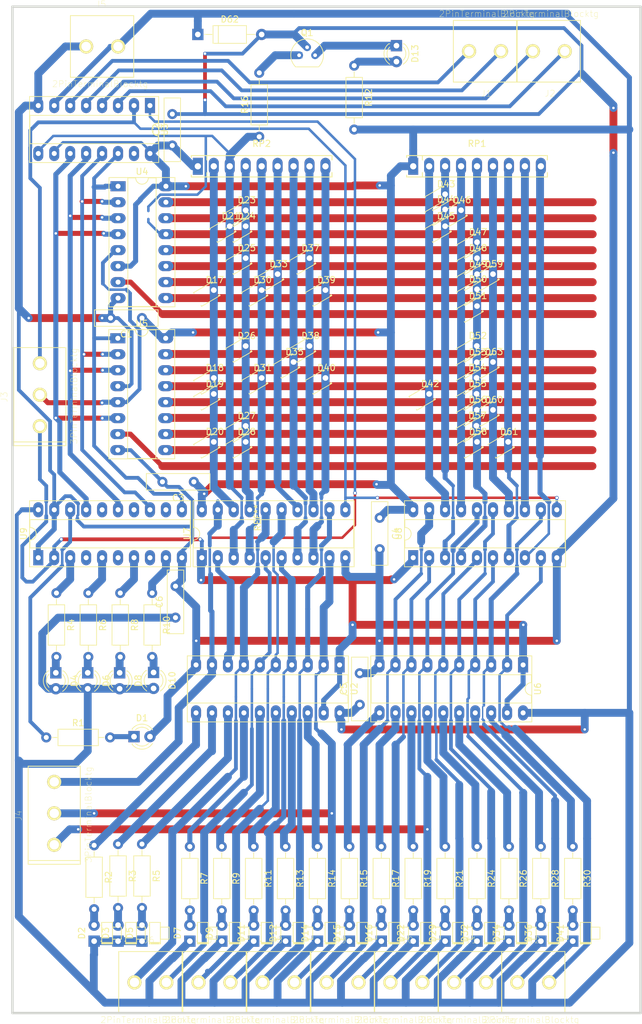
<source format=kicad_pcb>
(kicad_pcb (version 20171130) (host pcbnew 5.1.0-rc1-unknown-c0a86d7~84~ubuntu18.04.1)
  (layers (0 F.Cu signal) (31 B.Cu signal) (34 B.Paste user) (35 F.Paste user) (36 B.SilkS user) (37 F.SilkS user) (38 B.Mask user) (39 F.Mask user) (44 Edge.Cuts user))
  (net 0 "")
  (net 1 GND)
  (net 2 "Net-(D13-Pad1)")
  (net 3 "Net-(D13-Pad2)")
  (net 4 /Takt)
  (net 5 "Net-(R1-Pad1)")
  (net 6 "Net-(R2-Pad1)")
  (net 7 "Net-(R3-Pad1)")
  (net 8 "Net-(R4-Pad1)")
  (net 9 "Net-(R5-Pad1)")
  (net 10 "Net-(R6-Pad1)")
  (net 11 "Net-(R7-Pad1)")
  (net 12 "Net-(R8-Pad1)")
  (net 13 "Net-(R9-Pad1)")
  (net 14 "Net-(R10-Pad1)")
  (net 15 "Net-(R11-Pad1)")
  (net 16 "Net-(R13-Pad1)")
  (net 17 "Net-(R14-Pad1)")
  (net 18 "Net-(R15-Pad1)")
  (net 19 "Net-(Q1-Pad1)")
  (net 20 "Net-(R17-Pad1)")
  (net 21 "Net-(R19-Pad1)")
  (net 22 "Net-(R24-Pad1)")
  (net 23 VCC)
  (net 24 /clrMPC)
  (net 25 /enAkku)
  (net 26 /16)
  (net 27 "Net-(R21-Pad1)")
  (net 28 "Net-(R26-Pad1)")
  (net 29 "Net-(R28-Pad1)")
  (net 30 "Net-(R30-Pad1)")
  (net 31 /enDEC)
  (net 32 /11)
  (net 33 /3)
  (net 34 /5)
  (net 35 /7)
  (net 36 /9)
  (net 37 /13)
  (net 38 /15)
  (net 39 "Net-(J6-Pad2)")
  (net 40 "Net-(J7-Pad2)")
  (net 41 "Net-(J9-Pad2)")
  (net 42 "Net-(J10-Pad2)")
  (net 43 "Net-(J11-Pad2)")
  (net 44 /a1)
  (net 45 /a2)
  (net 46 /a3)
  (net 47 /a4)
  (net 48 /a5)
  (net 49 /a7)
  (net 50 /a8)
  (net 51 /a6)
  (net 52 /b1)
  (net 53 /b2)
  (net 54 /b3)
  (net 55 /b4)
  (net 56 /b5)
  (net 57 /b8)
  (net 58 /b7)
  (net 59 "Net-(D35-Pad2)")
  (net 60 /b6)
  (net 61 "Net-(D1-Pad1)")
  (net 62 "Net-(D2-Pad2)")
  (net 63 "Net-(D3-Pad2)")
  (net 64 "Net-(D5-Pad2)")
  (net 65 "Net-(D7-Pad2)")
  (net 66 "Net-(D9-Pad2)")
  (net 67 "Net-(D11-Pad2)")
  (net 68 "Net-(D12-Pad2)")
  (net 69 "Net-(D14-Pad2)")
  (net 70 "Net-(D15-Pad2)")
  (net 71 "Net-(D16-Pad2)")
  (net 72 "Net-(D17-Pad2)")
  (net 73 "Net-(D18-Pad2)")
  (net 74 "Net-(D19-Pad2)")
  (net 75 "Net-(D20-Pad2)")
  (net 76 "Net-(D21-Pad2)")
  (net 77 "Net-(D22-Pad2)")
  (net 78 "Net-(D23-Pad2)")
  (net 79 "Net-(D25-Pad2)")
  (net 80 "Net-(D26-Pad2)")
  (net 81 "Net-(D27-Pad2)")
  (net 82 "Net-(D29-Pad2)")
  (net 83 "Net-(D32-Pad2)")
  (net 84 "Net-(D33-Pad2)")
  (net 85 "Net-(D34-Pad2)")
  (net 86 "Net-(D36-Pad2)")
  (net 87 "Net-(D41-Pad2)")
  (net 88 "Net-(D43-Pad2)")
  (net 89 "Net-(D47-Pad2)")
  (net 90 "Net-(D51-Pad2)")
  (net 91 "Net-(D56-Pad2)")
  (net 92 "Net-(J1-Pad2)")
  (net 93 "Net-(J1-Pad1)")
  (net 94 "Net-(J2-Pad1)")
  (net 95 "Net-(J2-Pad2)")
  (net 96 /enSTW)
  (net 97 "Net-(D4-Pad1)")
  (net 98 "Net-(D6-Pad1)")
  (net 99 "Net-(D8-Pad1)")
  (net 100 "Net-(D10-Pad1)")
  (net 101 "Net-(U3-Pad11)")
  (net 102 "Net-(U3-Pad13)")
  (net 103 "Net-(U3-Pad12)")
  (net 104 "Net-(U3-Pad14)")
  (module Capacitors_ThroughHole:C_Disc_D10.0mm_W2.5mm_P5.00mm (layer F.Cu) (at 67.092 55.713998 90)
    (fp_text reference C2 (at 2.5 -2.56 90) (layer F.SilkS))
    (fp_text value 100n)
    (pad 2 thru_hole circle (at 5 0 90) (size 1.6 1.6) (drill 0.8) (layers *.Cu *.Mask) (net 1 GND))
    (pad 1 thru_hole circle (at 0 0 90) (size 1.6 1.6) (drill 0.8) (layers *.Cu *.Mask) (net 23 VCC))
  )
  (module tg_foodprint:EuroBoard160mmX100mm_holes (layer F.Cu) (at 141.641 193.635998 90)
    (fp_text reference REF** (at 78.74 -60.96 90) (layer F.SilkS))
    (fp_text value EuroBoard160mmX100mm_holes)
    (fp_line (start 0 -100) (end 0 0) (layer Edge.Cuts) (width 0.38))
    (fp_line (start 0 0) (end 160 0) (layer Edge.Cuts) (width 0.38))
    (fp_line (start 160 0) (end 160 -100) (layer Edge.Cuts) (width 0.38))
    (fp_line (start 160 -100) (end 0 -100) (layer Edge.Cuts) (width 0.38))
    (pad "" np_thru_hole circle (at 3.57 -94.45 90) (size 3.5 3.5) (drill 3.5) (layers *.Cu *.Mask))
    (pad "" np_thru_hole circle (at 156.43 -94.45 90) (size 3.5 3.5) (drill 3.5) (layers *.Cu *.Mask))
    (pad "" np_thru_hole circle (at 156.43 -5.55 90) (size 3.5 3.5) (drill 3.5) (layers *.Cu *.Mask))
    (pad "" np_thru_hole circle (at 3.57 -5.55 90) (size 3.5 3.5) (drill 3.5) (layers *.Cu *.Mask))
  )
  (module 2PinTerminalBlocktg (layer F.Cu) (at 94.206 188.755998)
    (fp_text reference J9 (at -0.196539 -6.71131) (layer F.SilkS) (effects (font (size 1.00265 1.00265) (thickness 0.05))))
    (fp_text value 2PinTerminalBlocktg (at -0.311598 5.96317) (layer F.SilkS) (effects (font (size 1.00194 1.00194) (thickness 0.05))))
    (pad 1 thru_hole circle (at -2.54 0) (size 2.25 2.25) (drill 1.5) (layers *.Cu *.Mask F.SilkS) (net 36 /9))
    (pad 2 thru_hole circle (at 2.54 0) (size 2.25 2.25) (drill 1.5) (layers *.Cu *.Mask F.SilkS) (net 41 "Net-(J9-Pad2)"))
  )
  (module 2PinTerminalBlocktg (layer F.Cu) (at 104.356 188.755998)
    (fp_text reference J10 (at -0.196539 -6.71131) (layer F.SilkS) (effects (font (size 1.00265 1.00265) (thickness 0.05))))
    (fp_text value 2PinTerminalBlocktg (at -0.311598 5.96317) (layer F.SilkS) (effects (font (size 1.00194 1.00194) (thickness 0.05))))
    (pad 2 thru_hole circle (at 2.54 0) (size 2.25 2.25) (drill 1.5) (layers *.Cu *.Mask F.SilkS) (net 42 "Net-(J10-Pad2)"))
    (pad 1 thru_hole circle (at -2.54 0) (size 2.25 2.25) (drill 1.5) (layers *.Cu *.Mask F.SilkS) (net 32 /11))
  )
  (module 2PinTerminalBlocktg (layer F.Cu) (at 114.506 188.755998)
    (fp_text reference J11 (at -0.196539 -6.71131) (layer F.SilkS) (effects (font (size 1.00265 1.00265) (thickness 0.05))))
    (fp_text value 2PinTerminalBlocktg (at -0.311598 5.96317) (layer F.SilkS) (effects (font (size 1.00194 1.00194) (thickness 0.05))))
    (pad 1 thru_hole circle (at -2.54 0) (size 2.25 2.25) (drill 1.5) (layers *.Cu *.Mask F.SilkS) (net 37 /13))
    (pad 2 thru_hole circle (at 2.54 0) (size 2.25 2.25) (drill 1.5) (layers *.Cu *.Mask F.SilkS) (net 43 "Net-(J11-Pad2)"))
  )
  (module 2PinTerminalBlocktg (layer F.Cu) (at 124.56 188.75)
    (fp_text reference J12 (at -0.196539 -6.71131) (layer F.SilkS) (effects (font (size 1.00265 1.00265) (thickness 0.05))))
    (fp_text value 2PinTerminalBlocktg (at -0.311598 5.96317) (layer F.SilkS) (effects (font (size 1.00194 1.00194) (thickness 0.05))))
    (pad 2 thru_hole circle (at 2.54 0) (size 2.25 2.25) (drill 1.5) (layers *.Cu *.Mask F.SilkS) (net 26 /16))
    (pad 1 thru_hole circle (at -2.54 0) (size 2.25 2.25) (drill 1.5) (layers *.Cu *.Mask F.SilkS) (net 38 /15))
  )
  (module Housings_SIP:SIP9_Housing_BigPads (layer F.Cu) (at 115.606 59.015998)
    (fp_text reference RP1 (at 0 -3.6) (layer F.SilkS))
    (fp_text value R_PACK8BUSSED)
    (pad 9 thru_hole oval (at 10.16 0 90) (size 2.7 1.6) (drill 1) (layers *.Cu *.Mask) (net 57 /b8))
    (pad 8 thru_hole oval (at 7.62 0 90) (size 2.7 1.6) (drill 1) (layers *.Cu *.Mask) (net 58 /b7))
    (pad 7 thru_hole oval (at 5.08 0 90) (size 2.7 1.6) (drill 1) (layers *.Cu *.Mask) (net 60 /b6))
    (pad 6 thru_hole oval (at 2.54 0 90) (size 2.7 1.6) (drill 1) (layers *.Cu *.Mask) (net 56 /b5))
    (pad 5 thru_hole oval (at 0 0 90) (size 2.7 1.6) (drill 1) (layers *.Cu *.Mask) (net 55 /b4))
    (pad 4 thru_hole oval (at -2.54 0 90) (size 2.7 1.6) (drill 1) (layers *.Cu *.Mask) (net 54 /b3))
    (pad 3 thru_hole oval (at -5.08 0 90) (size 2.7 1.6) (drill 1) (layers *.Cu *.Mask) (net 53 /b2))
    (pad 2 thru_hole oval (at -7.62 0 90) (size 2.7 1.6) (drill 1) (layers *.Cu *.Mask) (net 52 /b1))
    (pad 1 thru_hole rect (at -10.16 0 90) (size 2.7 1.6) (drill 1) (layers *.Cu *.Mask) (net 23 VCC))
  )
  (module Resistors_ThroughHole:R_Axial_DIN0207_L6.3mm_D2.5mm_P10.16mm_Horizontal (layer F.Cu) (at 47.026 149.820998)
    (fp_text reference R1 (at 5.08 -2.31) (layer F.SilkS))
    (fp_text value R)
    (pad 1 thru_hole circle (at 0 0) (size 1.6 1.6) (drill 0.8) (layers *.Cu *.Mask) (net 5 "Net-(R1-Pad1)"))
    (pad 2 thru_hole oval (at 10.16 0) (size 1.6 1.6) (drill 0.8) (layers *.Cu *.Mask) (net 61 "Net-(D1-Pad1)"))
  )
  (module Resistors_ThroughHole:R_Axial_DIN0207_L6.3mm_D2.5mm_P10.16mm_Horizontal (layer F.Cu) (at 54.646 166.965998 270)
    (fp_text reference R2 (at 5.08 -2.31 270) (layer F.SilkS))
    (fp_text value R)
    (pad 1 thru_hole circle (at 0 0 270) (size 1.6 1.6) (drill 0.8) (layers *.Cu *.Mask) (net 6 "Net-(R2-Pad1)"))
    (pad 2 thru_hole oval (at 10.16 0 270) (size 1.6 1.6) (drill 0.8) (layers *.Cu *.Mask) (net 62 "Net-(D2-Pad2)"))
  )
  (module Resistors_ThroughHole:R_Axial_DIN0207_L6.3mm_D2.5mm_P10.16mm_Horizontal (layer F.Cu) (at 58.456 166.77 270)
    (fp_text reference R3 (at 5.08 -2.31 270) (layer F.SilkS))
    (fp_text value R)
    (pad 1 thru_hole circle (at 0 0 270) (size 1.6 1.6) (drill 0.8) (layers *.Cu *.Mask) (net 7 "Net-(R3-Pad1)"))
    (pad 2 thru_hole oval (at 10.16 0 270) (size 1.6 1.6) (drill 0.8) (layers *.Cu *.Mask) (net 63 "Net-(D3-Pad2)"))
  )
  (module Resistors_ThroughHole:R_Axial_DIN0207_L6.3mm_D2.5mm_P10.16mm_Horizontal (layer F.Cu) (at 48.645 126.86 270)
    (fp_text reference R4 (at 5.08 -2.31 270) (layer F.SilkS))
    (fp_text value R)
    (pad 2 thru_hole oval (at 10.16 0 270) (size 1.6 1.6) (drill 0.8) (layers *.Cu *.Mask) (net 97 "Net-(D4-Pad1)"))
    (pad 1 thru_hole circle (at 0 0 270) (size 1.6 1.6) (drill 0.8) (layers *.Cu *.Mask) (net 8 "Net-(R4-Pad1)"))
  )
  (module Resistors_ThroughHole:R_Axial_DIN0207_L6.3mm_D2.5mm_P10.16mm_Horizontal (layer F.Cu) (at 62.266 166.77 270)
    (fp_text reference R5 (at 5.08 -2.31 270) (layer F.SilkS))
    (fp_text value R)
    (pad 1 thru_hole circle (at 0 0 270) (size 1.6 1.6) (drill 0.8) (layers *.Cu *.Mask) (net 9 "Net-(R5-Pad1)"))
    (pad 2 thru_hole oval (at 10.16 0 270) (size 1.6 1.6) (drill 0.8) (layers *.Cu *.Mask) (net 64 "Net-(D5-Pad2)"))
  )
  (module Resistors_ThroughHole:R_Axial_DIN0207_L6.3mm_D2.5mm_P10.16mm_Horizontal (layer F.Cu) (at 53.725 126.86 270)
    (fp_text reference R6 (at 5.08 -2.31 270) (layer F.SilkS))
    (fp_text value R)
    (pad 1 thru_hole circle (at 0 0 270) (size 1.6 1.6) (drill 0.8) (layers *.Cu *.Mask) (net 10 "Net-(R6-Pad1)"))
    (pad 2 thru_hole oval (at 10.16 0 270) (size 1.6 1.6) (drill 0.8) (layers *.Cu *.Mask) (net 98 "Net-(D6-Pad1)"))
  )
  (module Resistors_ThroughHole:R_Axial_DIN0207_L6.3mm_D2.5mm_P10.16mm_Horizontal (layer F.Cu) (at 69.886 167.17 270)
    (fp_text reference R7 (at 5.08 -2.31 270) (layer F.SilkS))
    (fp_text value R)
    (pad 2 thru_hole oval (at 10.16 0 270) (size 1.6 1.6) (drill 0.8) (layers *.Cu *.Mask) (net 65 "Net-(D7-Pad2)"))
    (pad 1 thru_hole circle (at 0 0 270) (size 1.6 1.6) (drill 0.8) (layers *.Cu *.Mask) (net 11 "Net-(R7-Pad1)"))
  )
  (module Resistors_ThroughHole:R_Axial_DIN0207_L6.3mm_D2.5mm_P10.16mm_Horizontal (layer F.Cu) (at 58.805 126.86 270)
    (fp_text reference R8 (at 5.08 -2.31 270) (layer F.SilkS))
    (fp_text value R)
    (pad 2 thru_hole oval (at 10.16 0 270) (size 1.6 1.6) (drill 0.8) (layers *.Cu *.Mask) (net 99 "Net-(D8-Pad1)"))
    (pad 1 thru_hole circle (at 0 0 270) (size 1.6 1.6) (drill 0.8) (layers *.Cu *.Mask) (net 12 "Net-(R8-Pad1)"))
  )
  (module Resistors_ThroughHole:R_Axial_DIN0207_L6.3mm_D2.5mm_P10.16mm_Horizontal (layer F.Cu) (at 74.966 167.17 270)
    (fp_text reference R9 (at 5.08 -2.31 270) (layer F.SilkS))
    (fp_text value R)
    (pad 1 thru_hole circle (at 0 0 270) (size 1.6 1.6) (drill 0.8) (layers *.Cu *.Mask) (net 13 "Net-(R9-Pad1)"))
    (pad 2 thru_hole oval (at 10.16 0 270) (size 1.6 1.6) (drill 0.8) (layers *.Cu *.Mask) (net 66 "Net-(D9-Pad2)"))
  )
  (module Resistors_ThroughHole:R_Axial_DIN0207_L6.3mm_D2.5mm_P10.16mm_Horizontal (layer F.Cu) (at 63.885 126.86 270)
    (fp_text reference R10 (at 5.08 -2.31 270) (layer F.SilkS))
    (fp_text value R)
    (pad 1 thru_hole circle (at 0 0 270) (size 1.6 1.6) (drill 0.8) (layers *.Cu *.Mask) (net 14 "Net-(R10-Pad1)"))
    (pad 2 thru_hole oval (at 10.16 0 270) (size 1.6 1.6) (drill 0.8) (layers *.Cu *.Mask) (net 100 "Net-(D10-Pad1)"))
  )
  (module Resistors_ThroughHole:R_Axial_DIN0207_L6.3mm_D2.5mm_P10.16mm_Horizontal (layer F.Cu) (at 80.046 167.17 270)
    (fp_text reference R11 (at 5.08 -2.31 270) (layer F.SilkS))
    (fp_text value R)
    (pad 1 thru_hole circle (at 0 0 270) (size 1.6 1.6) (drill 0.8) (layers *.Cu *.Mask) (net 15 "Net-(R11-Pad1)"))
    (pad 2 thru_hole oval (at 10.16 0 270) (size 1.6 1.6) (drill 0.8) (layers *.Cu *.Mask) (net 67 "Net-(D11-Pad2)"))
  )
  (module Resistors_ThroughHole:R_Axial_DIN0207_L6.3mm_D2.5mm_P10.16mm_Horizontal (layer F.Cu) (at 96.048 43.013998 270)
    (fp_text reference R12 (at 5.08 -2.31 270) (layer F.SilkS))
    (fp_text value R)
    (pad 1 thru_hole circle (at 0 0 270) (size 1.6 1.6) (drill 0.8) (layers *.Cu *.Mask) (net 3 "Net-(D13-Pad2)"))
    (pad 2 thru_hole oval (at 10.16 0 270) (size 1.6 1.6) (drill 0.8) (layers *.Cu *.Mask) (net 23 VCC))
  )
  (module Resistors_ThroughHole:R_Axial_DIN0207_L6.3mm_D2.5mm_P10.16mm_Horizontal (layer F.Cu) (at 85.126 167.17 270)
    (fp_text reference R13 (at 5.08 -2.31 270) (layer F.SilkS))
    (fp_text value R)
    (pad 2 thru_hole oval (at 10.16 0 270) (size 1.6 1.6) (drill 0.8) (layers *.Cu *.Mask) (net 68 "Net-(D12-Pad2)"))
    (pad 1 thru_hole circle (at 0 0 270) (size 1.6 1.6) (drill 0.8) (layers *.Cu *.Mask) (net 16 "Net-(R13-Pad1)"))
  )
  (module Resistors_ThroughHole:R_Axial_DIN0207_L6.3mm_D2.5mm_P10.16mm_Horizontal (layer F.Cu) (at 90.206 167.17 270)
    (fp_text reference R14 (at 5.08 -2.31 270) (layer F.SilkS))
    (fp_text value R)
    (pad 1 thru_hole circle (at 0 0 270) (size 1.6 1.6) (drill 0.8) (layers *.Cu *.Mask) (net 17 "Net-(R14-Pad1)"))
    (pad 2 thru_hole oval (at 10.16 0 270) (size 1.6 1.6) (drill 0.8) (layers *.Cu *.Mask) (net 69 "Net-(D14-Pad2)"))
  )
  (module Resistors_ThroughHole:R_Axial_DIN0207_L6.3mm_D2.5mm_P10.16mm_Horizontal (layer F.Cu) (at 95.286 167.17 270)
    (fp_text reference R15 (at 5.08 -2.31 270) (layer F.SilkS))
    (fp_text value R)
    (pad 1 thru_hole circle (at 0 0 270) (size 1.6 1.6) (drill 0.8) (layers *.Cu *.Mask) (net 18 "Net-(R15-Pad1)"))
    (pad 2 thru_hole oval (at 10.16 0 270) (size 1.6 1.6) (drill 0.8) (layers *.Cu *.Mask) (net 70 "Net-(D15-Pad2)"))
  )
  (module Resistors_ThroughHole:R_Axial_DIN0207_L6.3mm_D2.5mm_P10.16mm_Horizontal (layer F.Cu) (at 80.935 54.316998 90)
    (fp_text reference R16 (at 5.08 -2.31 90) (layer F.SilkS))
    (fp_text value R)
    (pad 2 thru_hole oval (at 10.16 0 90) (size 1.6 1.6) (drill 0.8) (layers *.Cu *.Mask) (net 19 "Net-(Q1-Pad1)"))
    (pad 1 thru_hole circle (at 0 0 90) (size 1.6 1.6) (drill 0.8) (layers *.Cu *.Mask) (net 45 /a2))
  )
  (module Resistors_ThroughHole:R_Axial_DIN0207_L6.3mm_D2.5mm_P10.16mm_Horizontal (layer F.Cu) (at 100.366 167.17 270)
    (fp_text reference R17 (at 5.08 -2.31 270) (layer F.SilkS))
    (fp_text value R)
    (pad 1 thru_hole circle (at 0 0 270) (size 1.6 1.6) (drill 0.8) (layers *.Cu *.Mask) (net 20 "Net-(R17-Pad1)"))
    (pad 2 thru_hole oval (at 10.16 0 270) (size 1.6 1.6) (drill 0.8) (layers *.Cu *.Mask) (net 71 "Net-(D16-Pad2)"))
  )
  (module Resistors_ThroughHole:R_Axial_DIN0207_L6.3mm_D2.5mm_P10.16mm_Horizontal (layer F.Cu) (at 105.446 167.17 270)
    (fp_text reference R19 (at 5.08 -2.31 270) (layer F.SilkS))
    (fp_text value R)
    (pad 1 thru_hole circle (at 0 0 270) (size 1.6 1.6) (drill 0.8) (layers *.Cu *.Mask) (net 21 "Net-(R19-Pad1)"))
    (pad 2 thru_hole oval (at 10.16 0 270) (size 1.6 1.6) (drill 0.8) (layers *.Cu *.Mask) (net 77 "Net-(D22-Pad2)"))
  )
  (module Resistors_ThroughHole:R_Axial_DIN0207_L6.3mm_D2.5mm_P10.16mm_Horizontal (layer F.Cu) (at 110.526 167.17 270)
    (fp_text reference R21 (at 5.08 -2.31 270) (layer F.SilkS))
    (fp_text value R)
    (pad 1 thru_hole circle (at 0 0 270) (size 1.6 1.6) (drill 0.8) (layers *.Cu *.Mask) (net 27 "Net-(R21-Pad1)"))
    (pad 2 thru_hole oval (at 10.16 0 270) (size 1.6 1.6) (drill 0.8) (layers *.Cu *.Mask) (net 82 "Net-(D29-Pad2)"))
  )
  (module Resistors_ThroughHole:R_Axial_DIN0207_L6.3mm_D2.5mm_P10.16mm_Horizontal (layer F.Cu) (at 115.606 167.17 270)
    (fp_text reference R24 (at 5.08 -2.31 270) (layer F.SilkS))
    (fp_text value R)
    (pad 1 thru_hole circle (at 0 0 270) (size 1.6 1.6) (drill 0.8) (layers *.Cu *.Mask) (net 22 "Net-(R24-Pad1)"))
    (pad 2 thru_hole oval (at 10.16 0 270) (size 1.6 1.6) (drill 0.8) (layers *.Cu *.Mask) (net 83 "Net-(D32-Pad2)"))
  )
  (module Resistors_ThroughHole:R_Axial_DIN0207_L6.3mm_D2.5mm_P10.16mm_Horizontal (layer F.Cu) (at 120.686 167.17 270)
    (fp_text reference R26 (at 5.08 -2.31 270) (layer F.SilkS))
    (fp_text value R)
    (pad 1 thru_hole circle (at 0 0 270) (size 1.6 1.6) (drill 0.8) (layers *.Cu *.Mask) (net 28 "Net-(R26-Pad1)"))
    (pad 2 thru_hole oval (at 10.16 0 270) (size 1.6 1.6) (drill 0.8) (layers *.Cu *.Mask) (net 85 "Net-(D34-Pad2)"))
  )
  (module Resistors_ThroughHole:R_Axial_DIN0207_L6.3mm_D2.5mm_P10.16mm_Horizontal (layer F.Cu) (at 125.766 167.17 270)
    (fp_text reference R28 (at 5.08 -2.31 270) (layer F.SilkS))
    (fp_text value R)
    (pad 1 thru_hole circle (at 0 0 270) (size 1.6 1.6) (drill 0.8) (layers *.Cu *.Mask) (net 29 "Net-(R28-Pad1)"))
    (pad 2 thru_hole oval (at 10.16 0 270) (size 1.6 1.6) (drill 0.8) (layers *.Cu *.Mask) (net 86 "Net-(D36-Pad2)"))
  )
  (module Resistors_ThroughHole:R_Axial_DIN0207_L6.3mm_D2.5mm_P10.16mm_Horizontal (layer F.Cu) (at 130.846 167.17 270)
    (fp_text reference R30 (at 5.08 -2.31 270) (layer F.SilkS))
    (fp_text value R)
    (pad 2 thru_hole oval (at 10.16 0 270) (size 1.6 1.6) (drill 0.8) (layers *.Cu *.Mask) (net 87 "Net-(D41-Pad2)"))
    (pad 1 thru_hole circle (at 0 0 270) (size 1.6 1.6) (drill 0.8) (layers *.Cu *.Mask) (net 30 "Net-(R30-Pad1)"))
  )
  (module Housings_DIP:DIP-16_W7.62mm_Socket_LongPads (layer F.Cu) (at 58.456 62.190998)
    (fp_text reference U4 (at 3.81 -2.33) (layer F.SilkS))
    (fp_text value 74LS138)
    (pad 16 thru_hole oval (at 7.62 0) (size 2.4 1.6) (drill 0.8) (layers *.Cu *.Mask) (net 23 VCC))
    (pad 8 thru_hole oval (at 0 17.78) (size 2.4 1.6) (drill 0.8) (layers *.Cu *.Mask) (net 1 GND))
    (pad 15 thru_hole oval (at 7.62 2.54) (size 2.4 1.6) (drill 0.8) (layers *.Cu *.Mask) (net 88 "Net-(D43-Pad2)"))
    (pad 7 thru_hole oval (at 0 15.24) (size 2.4 1.6) (drill 0.8) (layers *.Cu *.Mask) (net 90 "Net-(D51-Pad2)"))
    (pad 14 thru_hole oval (at 7.62 5.08) (size 2.4 1.6) (drill 0.8) (layers *.Cu *.Mask) (net 78 "Net-(D23-Pad2)"))
    (pad 6 thru_hole oval (at 0 12.7) (size 2.4 1.6) (drill 0.8) (layers *.Cu *.Mask) (net 23 VCC))
    (pad 13 thru_hole oval (at 7.62 7.62) (size 2.4 1.6) (drill 0.8) (layers *.Cu *.Mask) (net 76 "Net-(D21-Pad2)"))
    (pad 5 thru_hole oval (at 0 10.16) (size 2.4 1.6) (drill 0.8) (layers *.Cu *.Mask) (net 31 /enDEC))
    (pad 12 thru_hole oval (at 7.62 10.16) (size 2.4 1.6) (drill 0.8) (layers *.Cu *.Mask) (net 89 "Net-(D47-Pad2)"))
    (pad 4 thru_hole oval (at 0 7.62) (size 2.4 1.6) (drill 0.8) (layers *.Cu *.Mask) (net 101 "Net-(U3-Pad11)"))
    (pad 11 thru_hole oval (at 7.62 12.7) (size 2.4 1.6) (drill 0.8) (layers *.Cu *.Mask) (net 79 "Net-(D25-Pad2)"))
    (pad 3 thru_hole oval (at 0 5.08) (size 2.4 1.6) (drill 0.8) (layers *.Cu *.Mask) (net 103 "Net-(U3-Pad12)"))
    (pad 10 thru_hole oval (at 7.62 15.24) (size 2.4 1.6) (drill 0.8) (layers *.Cu *.Mask) (net 84 "Net-(D33-Pad2)"))
    (pad 2 thru_hole oval (at 0 2.54) (size 2.4 1.6) (drill 0.8) (layers *.Cu *.Mask) (net 102 "Net-(U3-Pad13)"))
    (pad 9 thru_hole oval (at 7.62 17.78) (size 2.4 1.6) (drill 0.8) (layers *.Cu *.Mask) (net 72 "Net-(D17-Pad2)"))
    (pad 1 thru_hole rect (at 0 0) (size 2.4 1.6) (drill 0.8) (layers *.Cu *.Mask) (net 104 "Net-(U3-Pad14)"))
  )
  (module Housings_DIP:DIP-16_W7.62mm_Socket_LongPads (layer F.Cu) (at 58.42 86.36)
    (fp_text reference U5 (at 3.81 -2.33) (layer F.SilkS))
    (fp_text value 74LS138)
    (pad 16 thru_hole oval (at 7.62 0) (size 2.4 1.6) (drill 0.8) (layers *.Cu *.Mask) (net 23 VCC))
    (pad 8 thru_hole oval (at 0 17.78) (size 2.4 1.6) (drill 0.8) (layers *.Cu *.Mask) (net 1 GND))
    (pad 15 thru_hole oval (at 7.62 2.54) (size 2.4 1.6) (drill 0.8) (layers *.Cu *.Mask) (net 80 "Net-(D26-Pad2)"))
    (pad 7 thru_hole oval (at 0 15.24) (size 2.4 1.6) (drill 0.8) (layers *.Cu *.Mask))
    (pad 14 thru_hole oval (at 7.62 5.08) (size 2.4 1.6) (drill 0.8) (layers *.Cu *.Mask) (net 59 "Net-(D35-Pad2)"))
    (pad 6 thru_hole oval (at 0 12.7) (size 2.4 1.6) (drill 0.8) (layers *.Cu *.Mask) (net 101 "Net-(U3-Pad11)"))
    (pad 13 thru_hole oval (at 7.62 7.62) (size 2.4 1.6) (drill 0.8) (layers *.Cu *.Mask) (net 73 "Net-(D18-Pad2)"))
    (pad 5 thru_hole oval (at 0 10.16) (size 2.4 1.6) (drill 0.8) (layers *.Cu *.Mask) (net 31 /enDEC))
    (pad 12 thru_hole oval (at 7.62 10.16) (size 2.4 1.6) (drill 0.8) (layers *.Cu *.Mask) (net 74 "Net-(D19-Pad2)"))
    (pad 4 thru_hole oval (at 0 7.62) (size 2.4 1.6) (drill 0.8) (layers *.Cu *.Mask) (net 1 GND))
    (pad 11 thru_hole oval (at 7.62 12.7) (size 2.4 1.6) (drill 0.8) (layers *.Cu *.Mask) (net 91 "Net-(D56-Pad2)"))
    (pad 3 thru_hole oval (at 0 5.08) (size 2.4 1.6) (drill 0.8) (layers *.Cu *.Mask) (net 103 "Net-(U3-Pad12)"))
    (pad 10 thru_hole oval (at 7.62 15.24) (size 2.4 1.6) (drill 0.8) (layers *.Cu *.Mask) (net 81 "Net-(D27-Pad2)"))
    (pad 2 thru_hole oval (at 0 2.54) (size 2.4 1.6) (drill 0.8) (layers *.Cu *.Mask) (net 102 "Net-(U3-Pad13)"))
    (pad 9 thru_hole oval (at 7.62 17.78) (size 2.4 1.6) (drill 0.8) (layers *.Cu *.Mask) (net 75 "Net-(D20-Pad2)"))
    (pad 1 thru_hole rect (at 0 0) (size 2.4 1.6) (drill 0.8) (layers *.Cu *.Mask) (net 104 "Net-(U3-Pad14)"))
  )
  (module Housings_DIP:DIP-20_W7.62mm_Socket_LongPads (layer F.Cu) (at 71.791 121.245998 90)
    (fp_text reference U7 (at 3.81 -2.33 90) (layer F.SilkS))
    (fp_text value 74LS374)
    (pad 1 thru_hole rect (at 0 0 90) (size 2.4 1.6) (drill 0.8) (layers *.Cu *.Mask) (net 96 /enSTW))
    (pad 11 thru_hole oval (at 7.62 22.86 90) (size 2.4 1.6) (drill 0.8) (layers *.Cu *.Mask) (net 4 /Takt))
    (pad 2 thru_hole oval (at 0 2.54 90) (size 2.4 1.6) (drill 0.8) (layers *.Cu *.Mask))
    (pad 12 thru_hole oval (at 7.62 20.32 90) (size 2.4 1.6) (drill 0.8) (layers *.Cu *.Mask) (net 35 /7))
    (pad 3 thru_hole oval (at 0 5.08 90) (size 2.4 1.6) (drill 0.8) (layers *.Cu *.Mask) (net 45 /a2))
    (pad 13 thru_hole oval (at 7.62 17.78 90) (size 2.4 1.6) (drill 0.8) (layers *.Cu *.Mask) (net 49 /a7))
    (pad 4 thru_hole oval (at 0 7.62 90) (size 2.4 1.6) (drill 0.8) (layers *.Cu *.Mask) (net 47 /a4))
    (pad 14 thru_hole oval (at 7.62 15.24 90) (size 2.4 1.6) (drill 0.8) (layers *.Cu *.Mask) (net 48 /a5))
    (pad 5 thru_hole oval (at 0 10.16 90) (size 2.4 1.6) (drill 0.8) (layers *.Cu *.Mask) (net 39 "Net-(J6-Pad2)"))
    (pad 15 thru_hole oval (at 7.62 12.7 90) (size 2.4 1.6) (drill 0.8) (layers *.Cu *.Mask) (net 34 /5))
    (pad 6 thru_hole oval (at 0 12.7 90) (size 2.4 1.6) (drill 0.8) (layers *.Cu *.Mask) (net 40 "Net-(J7-Pad2)"))
    (pad 16 thru_hole oval (at 7.62 10.16 90) (size 2.4 1.6) (drill 0.8) (layers *.Cu *.Mask) (net 33 /3))
    (pad 7 thru_hole oval (at 0 15.24 90) (size 2.4 1.6) (drill 0.8) (layers *.Cu *.Mask) (net 51 /a6))
    (pad 17 thru_hole oval (at 7.62 7.62 90) (size 2.4 1.6) (drill 0.8) (layers *.Cu *.Mask) (net 46 /a3))
    (pad 8 thru_hole oval (at 0 17.78 90) (size 2.4 1.6) (drill 0.8) (layers *.Cu *.Mask) (net 50 /a8))
    (pad 18 thru_hole oval (at 7.62 5.08 90) (size 2.4 1.6) (drill 0.8) (layers *.Cu *.Mask) (net 44 /a1))
    (pad 9 thru_hole oval (at 0 20.32 90) (size 2.4 1.6) (drill 0.8) (layers *.Cu *.Mask) (net 25 /enAkku))
    (pad 19 thru_hole oval (at 7.62 2.54 90) (size 2.4 1.6) (drill 0.8) (layers *.Cu *.Mask) (net 24 /clrMPC))
    (pad 10 thru_hole oval (at 0 22.86 90) (size 2.4 1.6) (drill 0.8) (layers *.Cu *.Mask) (net 1 GND))
    (pad 20 thru_hole oval (at 7.62 0 90) (size 2.4 1.6) (drill 0.8) (layers *.Cu *.Mask) (net 23 VCC))
  )
  (module TO_SOT_Packages_THT:TO-92_Molded_Narrow (layer F.Cu) (at 87.285 41.362998)
    (fp_text reference Q1 (at 1.27 -3.56) (layer F.SilkS))
    (fp_text value Q_PNP_BCE)
    (pad 1 thru_hole rect (at 0 0 90) (size 1 1) (drill 0.6) (layers *.Cu *.Mask) (net 19 "Net-(Q1-Pad1)"))
    (pad 3 thru_hole circle (at 2.54 0 90) (size 1 1) (drill 0.6) (layers *.Cu *.Mask) (net 2 "Net-(D13-Pad1)"))
    (pad 2 thru_hole circle (at 1.27 -1.27 90) (size 1 1) (drill 0.6) (layers *.Cu *.Mask) (net 1 GND))
  )
  (module Housings_DIP:DIP-20_W7.62mm_Socket_LongPads (layer F.Cu) (at 93.73 138.29 270)
    (fp_text reference U2 (at 3.81 -2.33 270) (layer F.SilkS))
    (fp_text value 74541)
    (pad 20 thru_hole oval (at 7.62 0 270) (size 2.4 1.6) (drill 0.8) (layers *.Cu *.Mask) (net 23 VCC))
    (pad 10 thru_hole oval (at 0 22.86 270) (size 2.4 1.6) (drill 0.8) (layers *.Cu *.Mask) (net 1 GND))
    (pad 19 thru_hole oval (at 7.62 2.54 270) (size 2.4 1.6) (drill 0.8) (layers *.Cu *.Mask) (net 96 /enSTW))
    (pad 9 thru_hole oval (at 0 20.32 270) (size 2.4 1.6) (drill 0.8) (layers *.Cu *.Mask) (net 24 /clrMPC))
    (pad 18 thru_hole oval (at 7.62 5.08 270) (size 2.4 1.6) (drill 0.8) (layers *.Cu *.Mask) (net 17 "Net-(R14-Pad1)"))
    (pad 8 thru_hole oval (at 0 17.78 270) (size 2.4 1.6) (drill 0.8) (layers *.Cu *.Mask))
    (pad 17 thru_hole oval (at 7.62 7.62 270) (size 2.4 1.6) (drill 0.8) (layers *.Cu *.Mask) (net 16 "Net-(R13-Pad1)"))
    (pad 7 thru_hole oval (at 0 15.24 270) (size 2.4 1.6) (drill 0.8) (layers *.Cu *.Mask) (net 33 /3))
    (pad 16 thru_hole oval (at 7.62 10.16 270) (size 2.4 1.6) (drill 0.8) (layers *.Cu *.Mask) (net 15 "Net-(R11-Pad1)"))
    (pad 6 thru_hole oval (at 0 12.7 270) (size 2.4 1.6) (drill 0.8) (layers *.Cu *.Mask) (net 39 "Net-(J6-Pad2)"))
    (pad 15 thru_hole oval (at 7.62 12.7 270) (size 2.4 1.6) (drill 0.8) (layers *.Cu *.Mask) (net 13 "Net-(R9-Pad1)"))
    (pad 5 thru_hole oval (at 0 10.16 270) (size 2.4 1.6) (drill 0.8) (layers *.Cu *.Mask) (net 34 /5))
    (pad 14 thru_hole oval (at 7.62 15.24 270) (size 2.4 1.6) (drill 0.8) (layers *.Cu *.Mask) (net 11 "Net-(R7-Pad1)"))
    (pad 4 thru_hole oval (at 0 7.62 270) (size 2.4 1.6) (drill 0.8) (layers *.Cu *.Mask) (net 40 "Net-(J7-Pad2)"))
    (pad 13 thru_hole oval (at 7.62 17.78 270) (size 2.4 1.6) (drill 0.8) (layers *.Cu *.Mask) (net 9 "Net-(R5-Pad1)"))
    (pad 3 thru_hole oval (at 0 5.08 270) (size 2.4 1.6) (drill 0.8) (layers *.Cu *.Mask) (net 35 /7))
    (pad 12 thru_hole oval (at 7.62 20.32 270) (size 2.4 1.6) (drill 0.8) (layers *.Cu *.Mask) (net 7 "Net-(R3-Pad1)"))
    (pad 2 thru_hole oval (at 0 2.54 270) (size 2.4 1.6) (drill 0.8) (layers *.Cu *.Mask) (net 25 /enAkku))
    (pad 11 thru_hole oval (at 7.62 22.86 270) (size 2.4 1.6) (drill 0.8) (layers *.Cu *.Mask) (net 6 "Net-(R2-Pad1)"))
    (pad 1 thru_hole rect (at 0 0 270) (size 2.4 1.6) (drill 0.8) (layers *.Cu *.Mask) (net 96 /enSTW))
  )
  (module Housings_DIP:DIP-16_W7.62mm_Socket_LongPads (layer F.Cu) (at 63.536 49.363998 270)
    (fp_text reference U3 (at 3.81 -2.33 270) (layer F.SilkS))
    (fp_text value 74LS161)
    (pad 16 thru_hole oval (at 7.62 0 270) (size 2.4 1.6) (drill 0.8) (layers *.Cu *.Mask) (net 23 VCC))
    (pad 8 thru_hole oval (at 0 17.78 270) (size 2.4 1.6) (drill 0.8) (layers *.Cu *.Mask) (net 1 GND))
    (pad 15 thru_hole oval (at 7.62 2.54 270) (size 2.4 1.6) (drill 0.8) (layers *.Cu *.Mask))
    (pad 7 thru_hole oval (at 0 15.24 270) (size 2.4 1.6) (drill 0.8) (layers *.Cu *.Mask) (net 23 VCC))
    (pad 14 thru_hole oval (at 7.62 5.08 270) (size 2.4 1.6) (drill 0.8) (layers *.Cu *.Mask) (net 104 "Net-(U3-Pad14)"))
    (pad 6 thru_hole oval (at 0 12.7 270) (size 2.4 1.6) (drill 0.8) (layers *.Cu *.Mask) (net 92 "Net-(J1-Pad2)"))
    (pad 13 thru_hole oval (at 7.62 7.62 270) (size 2.4 1.6) (drill 0.8) (layers *.Cu *.Mask) (net 102 "Net-(U3-Pad13)"))
    (pad 5 thru_hole oval (at 0 10.16 270) (size 2.4 1.6) (drill 0.8) (layers *.Cu *.Mask) (net 93 "Net-(J1-Pad1)"))
    (pad 12 thru_hole oval (at 7.62 10.16 270) (size 2.4 1.6) (drill 0.8) (layers *.Cu *.Mask) (net 103 "Net-(U3-Pad12)"))
    (pad 4 thru_hole oval (at 0 7.62 270) (size 2.4 1.6) (drill 0.8) (layers *.Cu *.Mask) (net 95 "Net-(J2-Pad2)"))
    (pad 11 thru_hole oval (at 7.62 12.7 270) (size 2.4 1.6) (drill 0.8) (layers *.Cu *.Mask) (net 101 "Net-(U3-Pad11)"))
    (pad 3 thru_hole oval (at 0 5.08 270) (size 2.4 1.6) (drill 0.8) (layers *.Cu *.Mask) (net 94 "Net-(J2-Pad1)"))
    (pad 10 thru_hole oval (at 7.62 15.24 270) (size 2.4 1.6) (drill 0.8) (layers *.Cu *.Mask) (net 23 VCC))
    (pad 2 thru_hole oval (at 0 2.54 270) (size 2.4 1.6) (drill 0.8) (layers *.Cu *.Mask) (net 4 /Takt))
    (pad 9 thru_hole oval (at 7.62 17.78 270) (size 2.4 1.6) (drill 0.8) (layers *.Cu *.Mask) (net 45 /a2))
    (pad 1 thru_hole rect (at 0 0 270) (size 2.4 1.6) (drill 0.8) (layers *.Cu *.Mask) (net 24 /clrMPC))
  )
  (module Housings_DIP:DIP-20_W7.62mm_Socket_LongPads (layer F.Cu) (at 122.94 138.29 270)
    (fp_text reference U6 (at 3.81 -2.33 270) (layer F.SilkS))
    (fp_text value 74541)
    (pad 20 thru_hole oval (at 7.62 0 270) (size 2.4 1.6) (drill 0.8) (layers *.Cu *.Mask) (net 23 VCC))
    (pad 10 thru_hole oval (at 0 22.86 270) (size 2.4 1.6) (drill 0.8) (layers *.Cu *.Mask) (net 1 GND))
    (pad 19 thru_hole oval (at 7.62 2.54 270) (size 2.4 1.6) (drill 0.8) (layers *.Cu *.Mask) (net 96 /enSTW))
    (pad 9 thru_hole oval (at 0 20.32 270) (size 2.4 1.6) (drill 0.8) (layers *.Cu *.Mask) (net 36 /9))
    (pad 18 thru_hole oval (at 7.62 5.08 270) (size 2.4 1.6) (drill 0.8) (layers *.Cu *.Mask) (net 30 "Net-(R30-Pad1)"))
    (pad 8 thru_hole oval (at 0 17.78 270) (size 2.4 1.6) (drill 0.8) (layers *.Cu *.Mask) (net 41 "Net-(J9-Pad2)"))
    (pad 17 thru_hole oval (at 7.62 7.62 270) (size 2.4 1.6) (drill 0.8) (layers *.Cu *.Mask) (net 29 "Net-(R28-Pad1)"))
    (pad 7 thru_hole oval (at 0 15.24 270) (size 2.4 1.6) (drill 0.8) (layers *.Cu *.Mask) (net 32 /11))
    (pad 16 thru_hole oval (at 7.62 10.16 270) (size 2.4 1.6) (drill 0.8) (layers *.Cu *.Mask) (net 28 "Net-(R26-Pad1)"))
    (pad 6 thru_hole oval (at 0 12.7 270) (size 2.4 1.6) (drill 0.8) (layers *.Cu *.Mask) (net 42 "Net-(J10-Pad2)"))
    (pad 15 thru_hole oval (at 7.62 12.7 270) (size 2.4 1.6) (drill 0.8) (layers *.Cu *.Mask) (net 22 "Net-(R24-Pad1)"))
    (pad 5 thru_hole oval (at 0 10.16 270) (size 2.4 1.6) (drill 0.8) (layers *.Cu *.Mask) (net 37 /13))
    (pad 14 thru_hole oval (at 7.62 15.24 270) (size 2.4 1.6) (drill 0.8) (layers *.Cu *.Mask) (net 27 "Net-(R21-Pad1)"))
    (pad 4 thru_hole oval (at 0 7.62 270) (size 2.4 1.6) (drill 0.8) (layers *.Cu *.Mask) (net 43 "Net-(J11-Pad2)"))
    (pad 13 thru_hole oval (at 7.62 17.78 270) (size 2.4 1.6) (drill 0.8) (layers *.Cu *.Mask) (net 21 "Net-(R19-Pad1)"))
    (pad 3 thru_hole oval (at 0 5.08 270) (size 2.4 1.6) (drill 0.8) (layers *.Cu *.Mask) (net 38 /15))
    (pad 12 thru_hole oval (at 7.62 20.32 270) (size 2.4 1.6) (drill 0.8) (layers *.Cu *.Mask) (net 20 "Net-(R17-Pad1)"))
    (pad 2 thru_hole oval (at 0 2.54 270) (size 2.4 1.6) (drill 0.8) (layers *.Cu *.Mask) (net 26 /16))
    (pad 11 thru_hole oval (at 7.62 22.86 270) (size 2.4 1.6) (drill 0.8) (layers *.Cu *.Mask) (net 18 "Net-(R15-Pad1)"))
    (pad 1 thru_hole rect (at 0 0 270) (size 2.4 1.6) (drill 0.8) (layers *.Cu *.Mask) (net 96 /enSTW))
  )
  (module Diodes_ThroughHole:D_A-405_P10.16mm_Horizontal (layer F.Cu) (at 71.156 38.060998)
    (fp_text reference D62 (at 5.08 -2.41) (layer F.SilkS))
    (fp_text value D)
    (pad 2 thru_hole oval (at 10.16 0) (size 1.8 1.8) (drill 0.9) (layers *.Cu *.Mask) (net 1 GND))
    (pad 1 thru_hole rect (at 0 0) (size 1.8 1.8) (drill 0.9) (layers *.Cu *.Mask) (net 23 VCC))
  )
  (module 2PinTerminalBlocktg (layer F.Cu) (at 116.876 40.727998 180)
    (fp_text reference J1 (at -0.196539 -6.71131 180) (layer F.SilkS) (effects (font (size 1.00265 1.00265) (thickness 0.05))))
    (fp_text value 2PinTerminalBlocktg (at -0.311598 5.96317 180) (layer F.SilkS) (effects (font (size 1.00194 1.00194) (thickness 0.05))))
    (pad 2 thru_hole circle (at 2.54 0 180) (size 2.25 2.25) (drill 1.5) (layers *.Cu *.Mask F.SilkS) (net 92 "Net-(J1-Pad2)"))
    (pad 1 thru_hole circle (at -2.54 0 180) (size 2.25 2.25) (drill 1.5) (layers *.Cu *.Mask F.SilkS) (net 93 "Net-(J1-Pad1)"))
  )
  (module 2PinTerminalBlocktg (layer F.Cu) (at 127.036 40.727998 180)
    (fp_text reference J2 (at -0.196539 -6.71131 180) (layer F.SilkS) (effects (font (size 1.00265 1.00265) (thickness 0.05))))
    (fp_text value 2PinTerminalBlocktg (at -0.311598 5.96317 180) (layer F.SilkS) (effects (font (size 1.00194 1.00194) (thickness 0.05))))
    (pad 1 thru_hole circle (at -2.54 0 180) (size 2.25 2.25) (drill 1.5) (layers *.Cu *.Mask F.SilkS) (net 94 "Net-(J2-Pad1)"))
    (pad 2 thru_hole circle (at 2.54 0 180) (size 2.25 2.25) (drill 1.5) (layers *.Cu *.Mask F.SilkS) (net 95 "Net-(J2-Pad2)"))
  )
  (module 3PinTerminalBlocktg (layer F.Cu) (at 46.01 95.337998 90)
    (fp_text reference J3 (at -0.352815 -5.67487 90) (layer F.SilkS) (effects (font (size 1.00229 1.00229) (thickness 0.05))))
    (fp_text value 3PinTerminalBlocktg (at -0.217675 5.43681 90) (layer F.SilkS) (effects (font (size 1.0031 1.0031) (thickness 0.05))))
    (pad 2 thru_hole circle (at 0 0 90) (size 2.25 2.25) (drill 1.5) (layers *.Cu *.Mask F.SilkS) (net 31 /enDEC))
    (pad 1 thru_hole circle (at -5 0 90) (size 2.25 2.25) (drill 1.5) (layers *.Cu *.Mask F.SilkS) (net 96 /enSTW))
    (pad 3 thru_hole circle (at 5 0 90) (size 2.25 2.25) (drill 1.5) (layers *.Cu *.Mask F.SilkS) (net 4 /Takt))
  )
  (module 3PinTerminalBlocktg (layer F.Cu) (at 48.296 161.885998 90)
    (fp_text reference J4 (at -0.352815 -5.67487 90) (layer F.SilkS) (effects (font (size 1.00229 1.00229) (thickness 0.05))))
    (fp_text value 3PinTerminalBlocktg (at -0.217675 5.43681 90) (layer F.SilkS) (effects (font (size 1.0031 1.0031) (thickness 0.05))))
    (pad 2 thru_hole circle (at 0 0 90) (size 2.25 2.25) (drill 1.5) (layers *.Cu *.Mask F.SilkS) (net 25 /enAkku))
    (pad 1 thru_hole circle (at -5 0 90) (size 2.25 2.25) (drill 1.5) (layers *.Cu *.Mask F.SilkS) (net 32 /11))
    (pad 3 thru_hole circle (at 5 0 90) (size 2.25 2.25) (drill 1.5) (layers *.Cu *.Mask F.SilkS) (net 24 /clrMPC))
  )
  (module 2PinTerminalBlocktg (layer F.Cu) (at 55.916 39.965998)
    (fp_text reference J5 (at -0.196539 -6.71131) (layer F.SilkS) (effects (font (size 1.00265 1.00265) (thickness 0.05))))
    (fp_text value 2PinTerminalBlocktg (at -0.311598 5.96317) (layer F.SilkS) (effects (font (size 1.00194 1.00194) (thickness 0.05))))
    (pad 1 thru_hole circle (at -2.54 0) (size 2.25 2.25) (drill 1.5) (layers *.Cu *.Mask F.SilkS) (net 1 GND))
    (pad 2 thru_hole circle (at 2.54 0) (size 2.25 2.25) (drill 1.5) (layers *.Cu *.Mask F.SilkS) (net 23 VCC))
  )
  (module 2PinTerminalBlocktg (layer F.Cu) (at 63.606 188.755998)
    (fp_text reference J6 (at -0.196539 -6.71131) (layer F.SilkS) (effects (font (size 1.00265 1.00265) (thickness 0.05))))
    (fp_text value 2PinTerminalBlocktg (at -0.311598 5.96317) (layer F.SilkS) (effects (font (size 1.00194 1.00194) (thickness 0.05))))
    (pad 2 thru_hole circle (at 2.54 0) (size 2.25 2.25) (drill 1.5) (layers *.Cu *.Mask F.SilkS) (net 39 "Net-(J6-Pad2)"))
    (pad 1 thru_hole circle (at -2.54 0) (size 2.25 2.25) (drill 1.5) (layers *.Cu *.Mask F.SilkS) (net 33 /3))
  )
  (module 2PinTerminalBlocktg (layer F.Cu) (at 73.806 188.755998)
    (fp_text reference J7 (at -0.196539 -6.71131) (layer F.SilkS) (effects (font (size 1.00265 1.00265) (thickness 0.05))))
    (fp_text value 2PinTerminalBlocktg (at -0.311598 5.96317) (layer F.SilkS) (effects (font (size 1.00194 1.00194) (thickness 0.05))))
    (pad 1 thru_hole circle (at -2.54 0) (size 2.25 2.25) (drill 1.5) (layers *.Cu *.Mask F.SilkS) (net 34 /5))
    (pad 2 thru_hole circle (at 2.54 0) (size 2.25 2.25) (drill 1.5) (layers *.Cu *.Mask F.SilkS) (net 40 "Net-(J7-Pad2)"))
  )
  (module 2PinTerminalBlocktg (layer F.Cu) (at 84.006 188.755998)
    (fp_text reference J8 (at -0.196539 -6.71131) (layer F.SilkS) (effects (font (size 1.00265 1.00265) (thickness 0.05))))
    (fp_text value 2PinTerminalBlocktg (at -0.311598 5.96317) (layer F.SilkS) (effects (font (size 1.00194 1.00194) (thickness 0.05))))
    (pad 2 thru_hole circle (at 2.54 0) (size 2.25 2.25) (drill 1.5) (layers *.Cu *.Mask F.SilkS) (net 25 /enAkku))
    (pad 1 thru_hole circle (at -2.54 0) (size 2.25 2.25) (drill 1.5) (layers *.Cu *.Mask F.SilkS) (net 35 /7))
  )
  (module tg_foodprint:LED_D1.8mm_W3.3mm_H2.4mmBonsai (layer F.Cu) (at 73.696 78.700998)
    (fp_text reference D17 (at 0.165818 -1.6225) (layer F.SilkS))
    (fp_text value Led_Small)
    (pad 2 smd circle (at -2.199704 1.27 210) (size 1 1) (layers F.Cu F.Paste F.Mask) (net 72 "Net-(D17-Pad2)"))
    (pad 1 thru_hole rect (at 0 0) (size 1.3 1.3) (drill 0.9) (layers *.Cu *.Mask) (net 44 /a1))
  )
  (module tg_foodprint:LED_D1.8mm_W3.3mm_H2.4mmBonsai (layer F.Cu) (at 73.696 92.670998)
    (fp_text reference D18 (at 0.165818 -1.6225) (layer F.SilkS))
    (fp_text value Led_Small)
    (pad 2 smd circle (at -2.199704 1.27 210) (size 1 1) (layers F.Cu F.Paste F.Mask) (net 73 "Net-(D18-Pad2)"))
    (pad 1 thru_hole rect (at 0 0) (size 1.3 1.3) (drill 0.9) (layers *.Cu *.Mask) (net 44 /a1))
  )
  (module tg_foodprint:LED_D1.8mm_W3.3mm_H2.4mmBonsai (layer F.Cu) (at 73.696 95.210998)
    (fp_text reference D19 (at 0.165818 -1.6225) (layer F.SilkS))
    (fp_text value Led_Small)
    (pad 1 thru_hole rect (at 0 0) (size 1.3 1.3) (drill 0.9) (layers *.Cu *.Mask) (net 44 /a1))
    (pad 2 smd circle (at -2.199704 1.27 210) (size 1 1) (layers F.Cu F.Paste F.Mask) (net 74 "Net-(D19-Pad2)"))
  )
  (module tg_foodprint:LED_D1.8mm_W3.3mm_H2.4mmBonsai (layer F.Cu) (at 73.696 102.830998)
    (fp_text reference D20 (at 0.165818 -1.6225) (layer F.SilkS))
    (fp_text value Led_Small)
    (pad 1 thru_hole rect (at 0 0) (size 1.3 1.3) (drill 0.9) (layers *.Cu *.Mask) (net 44 /a1))
    (pad 2 smd circle (at -2.199704 1.27 210) (size 1 1) (layers F.Cu F.Paste F.Mask) (net 75 "Net-(D20-Pad2)"))
  )
  (module tg_foodprint:LED_D1.8mm_W3.3mm_H2.4mmBonsai (layer F.Cu) (at 76.236 68.540998)
    (fp_text reference D21 (at 0.165818 -1.6225) (layer F.SilkS))
    (fp_text value Led_Small)
    (pad 1 thru_hole rect (at 0 0) (size 1.3 1.3) (drill 0.9) (layers *.Cu *.Mask) (net 45 /a2))
    (pad 2 smd circle (at -2.199704 1.27 210) (size 1 1) (layers F.Cu F.Paste F.Mask) (net 76 "Net-(D21-Pad2)"))
  )
  (module tg_foodprint:LED_D1.8mm_W3.3mm_H2.4mmBonsai (layer F.Cu) (at 78.776 66.000998)
    (fp_text reference D23 (at 0.165818 -1.6225) (layer F.SilkS))
    (fp_text value Led_Small)
    (pad 2 smd circle (at -2.199704 1.27 210) (size 1 1) (layers F.Cu F.Paste F.Mask) (net 78 "Net-(D23-Pad2)"))
    (pad 1 thru_hole rect (at 0 0) (size 1.3 1.3) (drill 0.9) (layers *.Cu *.Mask) (net 46 /a3))
  )
  (module tg_foodprint:LED_D1.8mm_W3.3mm_H2.4mmBonsai (layer F.Cu) (at 78.776 68.540998)
    (fp_text reference D24 (at 0.165818 -1.6225) (layer F.SilkS))
    (fp_text value Led_Small)
    (pad 1 thru_hole rect (at 0 0) (size 1.3 1.3) (drill 0.9) (layers *.Cu *.Mask) (net 46 /a3))
    (pad 2 smd circle (at -2.199704 1.27 210) (size 1 1) (layers F.Cu F.Paste F.Mask) (net 76 "Net-(D21-Pad2)"))
  )
  (module tg_foodprint:LED_D1.8mm_W3.3mm_H2.4mmBonsai (layer F.Cu) (at 78.776 73.620998)
    (fp_text reference D25 (at 0.165818 -1.6225) (layer F.SilkS))
    (fp_text value Led_Small)
    (pad 1 thru_hole rect (at 0 0) (size 1.3 1.3) (drill 0.9) (layers *.Cu *.Mask) (net 46 /a3))
    (pad 2 smd circle (at -2.199704 1.27 210) (size 1 1) (layers F.Cu F.Paste F.Mask) (net 79 "Net-(D25-Pad2)"))
  )
  (module tg_foodprint:LED_D1.8mm_W3.3mm_H2.4mmBonsai (layer F.Cu) (at 78.776 87.590998)
    (fp_text reference D26 (at 0.165818 -1.6225) (layer F.SilkS))
    (fp_text value Led_Small)
    (pad 2 smd circle (at -2.199704 1.27 210) (size 1 1) (layers F.Cu F.Paste F.Mask) (net 80 "Net-(D26-Pad2)"))
    (pad 1 thru_hole rect (at 0 0) (size 1.3 1.3) (drill 0.9) (layers *.Cu *.Mask) (net 46 /a3))
  )
  (module tg_foodprint:LED_D1.8mm_W3.3mm_H2.4mmBonsai (layer F.Cu) (at 78.776 100.290998)
    (fp_text reference D27 (at 0.165818 -1.6225) (layer F.SilkS))
    (fp_text value Led_Small)
    (pad 1 thru_hole rect (at 0 0) (size 1.3 1.3) (drill 0.9) (layers *.Cu *.Mask) (net 46 /a3))
    (pad 2 smd circle (at -2.199704 1.27 210) (size 1 1) (layers F.Cu F.Paste F.Mask) (net 81 "Net-(D27-Pad2)"))
  )
  (module tg_foodprint:LED_D1.8mm_W3.3mm_H2.4mmBonsai (layer F.Cu) (at 78.776 102.830998)
    (fp_text reference D28 (at 0.165818 -1.6225) (layer F.SilkS))
    (fp_text value Led_Small)
    (pad 1 thru_hole rect (at 0 0) (size 1.3 1.3) (drill 0.9) (layers *.Cu *.Mask) (net 46 /a3))
    (pad 2 smd circle (at -2.199704 1.27 210) (size 1 1) (layers F.Cu F.Paste F.Mask) (net 75 "Net-(D20-Pad2)"))
  )
  (module tg_foodprint:LED_D1.8mm_W3.3mm_H2.4mmBonsai (layer F.Cu) (at 81.316 78.700998)
    (fp_text reference D30 (at 0.165818 -1.6225) (layer F.SilkS))
    (fp_text value Led_Small)
    (pad 1 thru_hole rect (at 0 0) (size 1.3 1.3) (drill 0.9) (layers *.Cu *.Mask) (net 47 /a4))
    (pad 2 smd circle (at -2.199704 1.27 210) (size 1 1) (layers F.Cu F.Paste F.Mask) (net 72 "Net-(D17-Pad2)"))
  )
  (module tg_foodprint:LED_D1.8mm_W3.3mm_H2.4mmBonsai (layer F.Cu) (at 81.316 92.670998)
    (fp_text reference D31 (at 0.165818 -1.6225) (layer F.SilkS))
    (fp_text value Led_Small)
    (pad 1 thru_hole rect (at 0 0) (size 1.3 1.3) (drill 0.9) (layers *.Cu *.Mask) (net 47 /a4))
    (pad 2 smd circle (at -2.199704 1.27 210) (size 1 1) (layers F.Cu F.Paste F.Mask) (net 73 "Net-(D18-Pad2)"))
  )
  (module tg_foodprint:LED_D1.8mm_W3.3mm_H2.4mmBonsai (layer F.Cu) (at 83.856 76.160998)
    (fp_text reference D33 (at 0.165818 -1.6225) (layer F.SilkS))
    (fp_text value Led_Small)
    (pad 2 smd circle (at -2.199704 1.27 210) (size 1 1) (layers F.Cu F.Paste F.Mask) (net 84 "Net-(D33-Pad2)"))
    (pad 1 thru_hole rect (at 0 0) (size 1.3 1.3) (drill 0.9) (layers *.Cu *.Mask) (net 48 /a5))
  )
  (module tg_foodprint:LED_D1.8mm_W3.3mm_H2.4mmBonsai (layer F.Cu) (at 86.396 90.130998)
    (fp_text reference D35 (at 0.165818 -1.6225) (layer F.SilkS))
    (fp_text value Led_Small)
    (pad 1 thru_hole rect (at 0 0) (size 1.3 1.3) (drill 0.9) (layers *.Cu *.Mask) (net 51 /a6))
    (pad 2 smd circle (at -2.199704 1.27 210) (size 1 1) (layers F.Cu F.Paste F.Mask) (net 59 "Net-(D35-Pad2)"))
  )
  (module tg_foodprint:LED_D1.8mm_W3.3mm_H2.4mmBonsai (layer F.Cu) (at 88.936 73.620998)
    (fp_text reference D37 (at 0.165818 -1.6225) (layer F.SilkS))
    (fp_text value Led_Small)
    (pad 1 thru_hole rect (at 0 0) (size 1.3 1.3) (drill 0.9) (layers *.Cu *.Mask) (net 49 /a7))
    (pad 2 smd circle (at -2.199704 1.27 210) (size 1 1) (layers F.Cu F.Paste F.Mask) (net 79 "Net-(D25-Pad2)"))
  )
  (module tg_foodprint:LED_D1.8mm_W3.3mm_H2.4mmBonsai (layer F.Cu) (at 88.936 87.590998)
    (fp_text reference D38 (at 0.165818 -1.6225) (layer F.SilkS))
    (fp_text value Led_Small)
    (pad 1 thru_hole rect (at 0 0) (size 1.3 1.3) (drill 0.9) (layers *.Cu *.Mask) (net 49 /a7))
    (pad 2 smd circle (at -2.199704 1.27 210) (size 1 1) (layers F.Cu F.Paste F.Mask) (net 80 "Net-(D26-Pad2)"))
  )
  (module tg_foodprint:LED_D1.8mm_W3.3mm_H2.4mmBonsai (layer F.Cu) (at 91.476 78.700998)
    (fp_text reference D39 (at 0.165818 -1.6225) (layer F.SilkS))
    (fp_text value Led_Small)
    (pad 2 smd circle (at -2.199704 1.27 210) (size 1 1) (layers F.Cu F.Paste F.Mask) (net 72 "Net-(D17-Pad2)"))
    (pad 1 thru_hole rect (at 0 0) (size 1.3 1.3) (drill 0.9) (layers *.Cu *.Mask) (net 50 /a8))
  )
  (module tg_foodprint:LED_D1.8mm_W3.3mm_H2.4mmBonsai (layer F.Cu) (at 91.476 92.670998)
    (fp_text reference D40 (at 0.165818 -1.6225) (layer F.SilkS))
    (fp_text value Led_Small)
    (pad 1 thru_hole rect (at 0 0) (size 1.3 1.3) (drill 0.9) (layers *.Cu *.Mask) (net 50 /a8))
    (pad 2 smd circle (at -2.199704 1.27 210) (size 1 1) (layers F.Cu F.Paste F.Mask) (net 73 "Net-(D18-Pad2)"))
  )
  (module tg_foodprint:LED_D1.8mm_W3.3mm_H2.4mmBonsai (layer F.Cu) (at 107.986 95.210998)
    (fp_text reference D42 (at 0.165818 -1.6225) (layer F.SilkS))
    (fp_text value Led_Small)
    (pad 1 thru_hole rect (at 0 0) (size 1.3 1.3) (drill 0.9) (layers *.Cu *.Mask) (net 52 /b1))
    (pad 2 smd circle (at -2.199704 1.27 210) (size 1 1) (layers F.Cu F.Paste F.Mask) (net 74 "Net-(D19-Pad2)"))
  )
  (module tg_foodprint:LED_D1.8mm_W3.3mm_H2.4mmBonsai (layer F.Cu) (at 110.526 63.460998)
    (fp_text reference D43 (at 0.165818 -1.6225) (layer F.SilkS))
    (fp_text value Led_Small)
    (pad 2 smd circle (at -2.199704 1.27 210) (size 1 1) (layers F.Cu F.Paste F.Mask) (net 88 "Net-(D43-Pad2)"))
    (pad 1 thru_hole rect (at 0 0) (size 1.3 1.3) (drill 0.9) (layers *.Cu *.Mask) (net 53 /b2))
  )
  (module tg_foodprint:LED_D1.8mm_W3.3mm_H2.4mmBonsai (layer F.Cu) (at 110.526 65.873998)
    (fp_text reference D44 (at 0.165818 -1.6225) (layer F.SilkS))
    (fp_text value Led_Small)
    (pad 1 thru_hole rect (at 0 0) (size 1.3 1.3) (drill 0.9) (layers *.Cu *.Mask) (net 53 /b2))
    (pad 2 smd circle (at -2.199704 1.27 210) (size 1 1) (layers F.Cu F.Paste F.Mask) (net 78 "Net-(D23-Pad2)"))
  )
  (module tg_foodprint:LED_D1.8mm_W3.3mm_H2.4mmBonsai (layer F.Cu) (at 110.526 68.540998)
    (fp_text reference D45 (at 0.165818 -1.6225) (layer F.SilkS))
    (fp_text value Led_Small)
    (pad 2 smd circle (at -2.199704 1.27 210) (size 1 1) (layers F.Cu F.Paste F.Mask) (net 76 "Net-(D21-Pad2)"))
    (pad 1 thru_hole rect (at 0 0) (size 1.3 1.3) (drill 0.9) (layers *.Cu *.Mask) (net 53 /b2))
  )
  (module tg_foodprint:LED_D1.8mm_W3.3mm_H2.4mmBonsai (layer F.Cu) (at 113.066 66.000998)
    (fp_text reference D46 (at 0.165818 -1.6225) (layer F.SilkS))
    (fp_text value Led_Small)
    (pad 1 thru_hole rect (at 0 0) (size 1.3 1.3) (drill 0.9) (layers *.Cu *.Mask) (net 54 /b3))
    (pad 2 smd circle (at -2.199704 1.27 210) (size 1 1) (layers F.Cu F.Paste F.Mask) (net 78 "Net-(D23-Pad2)"))
  )
  (module tg_foodprint:LED_D1.8mm_W3.3mm_H2.4mmBonsai (layer F.Cu) (at 115.606 71.080998)
    (fp_text reference D47 (at 0.165818 -1.6225) (layer F.SilkS))
    (fp_text value Led_Small)
    (pad 2 smd circle (at -2.199704 1.27 210) (size 1 1) (layers F.Cu F.Paste F.Mask) (net 89 "Net-(D47-Pad2)"))
    (pad 1 thru_hole rect (at 0 0) (size 1.3 1.3) (drill 0.9) (layers *.Cu *.Mask) (net 55 /b4))
  )
  (module tg_foodprint:LED_D1.8mm_W3.3mm_H2.4mmBonsai (layer F.Cu) (at 115.606 73.620998)
    (fp_text reference D48 (at 0.165818 -1.6225) (layer F.SilkS))
    (fp_text value Led_Small)
    (pad 1 thru_hole rect (at 0 0) (size 1.3 1.3) (drill 0.9) (layers *.Cu *.Mask) (net 55 /b4))
    (pad 2 smd circle (at -2.199704 1.27 210) (size 1 1) (layers F.Cu F.Paste F.Mask) (net 79 "Net-(D25-Pad2)"))
  )
  (module tg_foodprint:LED_D1.8mm_W3.3mm_H2.4mmBonsai (layer F.Cu) (at 115.606 76.160998)
    (fp_text reference D49 (at 0.165818 -1.6225) (layer F.SilkS))
    (fp_text value Led_Small)
    (pad 2 smd circle (at -2.199704 1.27 210) (size 1 1) (layers F.Cu F.Paste F.Mask) (net 84 "Net-(D33-Pad2)"))
    (pad 1 thru_hole rect (at 0 0) (size 1.3 1.3) (drill 0.9) (layers *.Cu *.Mask) (net 55 /b4))
  )
  (module tg_foodprint:LED_D1.8mm_W3.3mm_H2.4mmBonsai (layer F.Cu) (at 115.606 78.573998)
    (fp_text reference D50 (at 0.165818 -1.6225) (layer F.SilkS))
    (fp_text value Led_Small)
    (pad 2 smd circle (at -2.199704 1.27 210) (size 1 1) (layers F.Cu F.Paste F.Mask) (net 72 "Net-(D17-Pad2)"))
    (pad 1 thru_hole rect (at 0 0) (size 1.3 1.3) (drill 0.9) (layers *.Cu *.Mask) (net 55 /b4))
  )
  (module tg_foodprint:LED_D1.8mm_W3.3mm_H2.4mmBonsai (layer F.Cu) (at 115.606 81.240998)
    (fp_text reference D51 (at 0.165818 -1.6225) (layer F.SilkS))
    (fp_text value Led_Small)
    (pad 1 thru_hole rect (at 0 0) (size 1.3 1.3) (drill 0.9) (layers *.Cu *.Mask) (net 55 /b4))
    (pad 2 smd circle (at -2.199704 1.27 210) (size 1 1) (layers F.Cu F.Paste F.Mask) (net 90 "Net-(D51-Pad2)"))
  )
  (module tg_foodprint:LED_D1.8mm_W3.3mm_H2.4mmBonsai (layer F.Cu) (at 115.5679 87.578298)
    (fp_text reference D52 (at 0.165818 -1.6225) (layer F.SilkS))
    (fp_text value Led_Small)
    (pad 1 thru_hole rect (at 0 0) (size 1.3 1.3) (drill 0.9) (layers *.Cu *.Mask) (net 55 /b4))
    (pad 2 smd circle (at -2.199704 1.27 210) (size 1 1) (layers F.Cu F.Paste F.Mask) (net 80 "Net-(D26-Pad2)"))
  )
  (module tg_foodprint:LED_D1.8mm_W3.3mm_H2.4mmBonsai (layer F.Cu) (at 115.5679 90.169098)
    (fp_text reference D53 (at 0.165818 -1.6225) (layer F.SilkS))
    (fp_text value Led_Small)
    (pad 2 smd circle (at -2.199704 1.27 210) (size 1 1) (layers F.Cu F.Paste F.Mask) (net 59 "Net-(D35-Pad2)"))
    (pad 1 thru_hole rect (at 0 0) (size 1.3 1.3) (drill 0.9) (layers *.Cu *.Mask) (net 55 /b4))
  )
  (module tg_foodprint:LED_D1.8mm_W3.3mm_H2.4mmBonsai (layer F.Cu) (at 115.5298 92.645598)
    (fp_text reference D54 (at 0.165818 -1.6225) (layer F.SilkS))
    (fp_text value Led_Small)
    (pad 1 thru_hole rect (at 0 0) (size 1.3 1.3) (drill 0.9) (layers *.Cu *.Mask) (net 55 /b4))
    (pad 2 smd circle (at -2.199704 1.27 210) (size 1 1) (layers F.Cu F.Paste F.Mask) (net 73 "Net-(D18-Pad2)"))
  )
  (module tg_foodprint:LED_D1.8mm_W3.3mm_H2.4mmBonsai (layer F.Cu) (at 115.5298 95.185598)
    (fp_text reference D55 (at 0.165818 -1.6225) (layer F.SilkS))
    (fp_text value Led_Small)
    (pad 2 smd circle (at -2.199704 1.27 210) (size 1 1) (layers F.Cu F.Paste F.Mask) (net 74 "Net-(D19-Pad2)"))
    (pad 1 thru_hole rect (at 0 0) (size 1.3 1.3) (drill 0.9) (layers *.Cu *.Mask) (net 55 /b4))
  )
  (module tg_foodprint:LED_D1.8mm_W3.3mm_H2.4mmBonsai (layer F.Cu) (at 115.5679 97.725598)
    (fp_text reference D56 (at 0.165818 -1.6225) (layer F.SilkS))
    (fp_text value Led_Small)
    (pad 1 thru_hole rect (at 0 0) (size 1.3 1.3) (drill 0.9) (layers *.Cu *.Mask) (net 55 /b4))
    (pad 2 smd circle (at -2.199704 1.27 210) (size 1 1) (layers F.Cu F.Paste F.Mask) (net 91 "Net-(D56-Pad2)"))
  )
  (module tg_foodprint:LED_D1.8mm_W3.3mm_H2.4mmBonsai (layer F.Cu) (at 115.5044 100.265598)
    (fp_text reference D57 (at 0.165818 -1.6225) (layer F.SilkS))
    (fp_text value Led_Small)
    (pad 2 smd circle (at -2.199704 1.27 210) (size 1 1) (layers F.Cu F.Paste F.Mask) (net 81 "Net-(D27-Pad2)"))
    (pad 1 thru_hole rect (at 0 0) (size 1.3 1.3) (drill 0.9) (layers *.Cu *.Mask) (net 55 /b4))
  )
  (module tg_foodprint:LED_D1.8mm_W3.3mm_H2.4mmBonsai (layer F.Cu) (at 115.606 102.830998)
    (fp_text reference D58 (at 0.165818 -1.6225) (layer F.SilkS))
    (fp_text value Led_Small)
    (pad 1 thru_hole rect (at 0 0) (size 1.3 1.3) (drill 0.9) (layers *.Cu *.Mask) (net 55 /b4))
    (pad 2 smd circle (at -2.199704 1.27 210) (size 1 1) (layers F.Cu F.Paste F.Mask) (net 75 "Net-(D20-Pad2)"))
  )
  (module tg_foodprint:LED_D1.8mm_W3.3mm_H2.4mmBonsai (layer F.Cu) (at 118.146 76.160998)
    (fp_text reference D59 (at 0.165818 -1.6225) (layer F.SilkS))
    (fp_text value Led_Small)
    (pad 2 smd circle (at -2.199704 1.27 210) (size 1 1) (layers F.Cu F.Paste F.Mask) (net 84 "Net-(D33-Pad2)"))
    (pad 1 thru_hole rect (at 0 0) (size 1.3 1.3) (drill 0.9) (layers *.Cu *.Mask) (net 56 /b5))
  )
  (module tg_foodprint:LED_D1.8mm_W3.3mm_H2.4mmBonsai (layer F.Cu) (at 118.146 97.750998)
    (fp_text reference D60 (at 0.165818 -1.6225) (layer F.SilkS))
    (fp_text value Led_Small)
    (pad 2 smd circle (at -2.199704 1.27 210) (size 1 1) (layers F.Cu F.Paste F.Mask) (net 91 "Net-(D56-Pad2)"))
    (pad 1 thru_hole rect (at 0 0) (size 1.3 1.3) (drill 0.9) (layers *.Cu *.Mask) (net 56 /b5))
  )
  (module tg_foodprint:LED_D1.8mm_W3.3mm_H2.4mmBonsai (layer F.Cu) (at 120.559 102.830998)
    (fp_text reference D61 (at 0.165818 -1.6225) (layer F.SilkS))
    (fp_text value Led_Small)
    (pad 2 smd circle (at -2.199704 1.27 210) (size 1 1) (layers F.Cu F.Paste F.Mask) (net 75 "Net-(D20-Pad2)"))
    (pad 1 thru_hole rect (at 0 0) (size 1.3 1.3) (drill 0.9) (layers *.Cu *.Mask) (net 60 /b6))
  )
  (module LEDs:LED_D3.0mm (layer F.Cu) (at 60.996 149.693998)
    (fp_text reference D1 (at 1.27 -2.96) (layer F.SilkS))
    (fp_text value LED)
    (pad 2 thru_hole circle (at 2.54 0) (size 1.8 1.8) (drill 0.9) (layers *.Cu *.Mask) (net 1 GND))
    (pad 1 thru_hole rect (at 0 0) (size 1.8 1.8) (drill 0.9) (layers *.Cu *.Mask) (net 61 "Net-(D1-Pad1)"))
  )
  (module LEDs:LED_D1.8mm_W1.8mm_H2.4mm_Horizontal_O1.27mm_Z1.6mm (layer F.Cu) (at 54.646 182.205998 90)
    (fp_text reference D2 (at 1.27 -1.96 90) (layer F.SilkS))
    (fp_text value LED)
    (pad 2 thru_hole circle (at 2.54 0 90) (size 1.8 1.8) (drill 0.9) (layers *.Cu *.Mask) (net 62 "Net-(D2-Pad2)"))
    (pad 1 thru_hole rect (at 0 0 90) (size 1.8 1.8) (drill 0.9) (layers *.Cu *.Mask) (net 23 VCC))
  )
  (module LEDs:LED_D1.8mm_W1.8mm_H2.4mm_Horizontal_O1.27mm_Z1.6mm (layer F.Cu) (at 58.456 182.205998 90)
    (fp_text reference D3 (at 1.27 -1.96 90) (layer F.SilkS))
    (fp_text value LED)
    (pad 1 thru_hole rect (at 0 0 90) (size 1.8 1.8) (drill 0.9) (layers *.Cu *.Mask) (net 23 VCC))
    (pad 2 thru_hole circle (at 2.54 0 90) (size 1.8 1.8) (drill 0.9) (layers *.Cu *.Mask) (net 63 "Net-(D3-Pad2)"))
  )
  (module LEDs:LED_D3.0mm (layer F.Cu) (at 48.549 139.543 270)
    (fp_text reference D4 (at 1.27 -2.96 270) (layer F.SilkS))
    (fp_text value LED)
    (pad 2 thru_hole circle (at 2.54 0 270) (size 1.8 1.8) (drill 0.9) (layers *.Cu *.Mask) (net 23 VCC))
    (pad 1 thru_hole rect (at 0 0 270) (size 1.8 1.8) (drill 0.9) (layers *.Cu *.Mask) (net 97 "Net-(D4-Pad1)"))
  )
  (module LEDs:LED_D1.8mm_W1.8mm_H2.4mm_Horizontal_O1.27mm_Z1.6mm (layer F.Cu) (at 62.266 182.205998 90)
    (fp_text reference D5 (at 1.27 -1.96 90) (layer F.SilkS))
    (fp_text value LED)
    (pad 1 thru_hole rect (at 0 0 90) (size 1.8 1.8) (drill 0.9) (layers *.Cu *.Mask) (net 23 VCC))
    (pad 2 thru_hole circle (at 2.54 0 90) (size 1.8 1.8) (drill 0.9) (layers *.Cu *.Mask) (net 64 "Net-(D5-Pad2)"))
  )
  (module LEDs:LED_D3.0mm (layer F.Cu) (at 53.629 139.543 270)
    (fp_text reference D6 (at 1.27 -2.96 270) (layer F.SilkS))
    (fp_text value LED)
    (pad 1 thru_hole rect (at 0 0 270) (size 1.8 1.8) (drill 0.9) (layers *.Cu *.Mask) (net 98 "Net-(D6-Pad1)"))
    (pad 2 thru_hole circle (at 2.54 0 270) (size 1.8 1.8) (drill 0.9) (layers *.Cu *.Mask) (net 23 VCC))
  )
  (module LEDs:LED_D1.8mm_W1.8mm_H2.4mm_Horizontal_O1.27mm_Z1.6mm (layer F.Cu) (at 69.886 182.205998 90)
    (fp_text reference D7 (at 1.27 -1.96 90) (layer F.SilkS))
    (fp_text value LED)
    (pad 1 thru_hole rect (at 0 0 90) (size 1.8 1.8) (drill 0.9) (layers *.Cu *.Mask) (net 23 VCC))
    (pad 2 thru_hole circle (at 2.54 0 90) (size 1.8 1.8) (drill 0.9) (layers *.Cu *.Mask) (net 65 "Net-(D7-Pad2)"))
  )
  (module LEDs:LED_D3.0mm (layer F.Cu) (at 58.709 139.543 270)
    (fp_text reference D8 (at 1.27 -2.96 270) (layer F.SilkS))
    (fp_text value LED)
    (pad 2 thru_hole circle (at 2.54 0 270) (size 1.8 1.8) (drill 0.9) (layers *.Cu *.Mask) (net 23 VCC))
    (pad 1 thru_hole rect (at 0 0 270) (size 1.8 1.8) (drill 0.9) (layers *.Cu *.Mask) (net 99 "Net-(D8-Pad1)"))
  )
  (module LEDs:LED_D1.8mm_W1.8mm_H2.4mm_Horizontal_O1.27mm_Z1.6mm (layer F.Cu) (at 74.966 182.205998 90)
    (fp_text reference D9 (at 1.27 -1.96 90) (layer F.SilkS))
    (fp_text value LED)
    (pad 1 thru_hole rect (at 0 0 90) (size 1.8 1.8) (drill 0.9) (layers *.Cu *.Mask) (net 23 VCC))
    (pad 2 thru_hole circle (at 2.54 0 90) (size 1.8 1.8) (drill 0.9) (layers *.Cu *.Mask) (net 66 "Net-(D9-Pad2)"))
  )
  (module LEDs:LED_D3.0mm (layer F.Cu) (at 64.11 139.488998 270)
    (fp_text reference D10 (at 1.27 -2.96 270) (layer F.SilkS))
    (fp_text value LED)
    (pad 1 thru_hole rect (at 0 0 270) (size 1.8 1.8) (drill 0.9) (layers *.Cu *.Mask) (net 100 "Net-(D10-Pad1)"))
    (pad 2 thru_hole circle (at 2.54 0 270) (size 1.8 1.8) (drill 0.9) (layers *.Cu *.Mask) (net 23 VCC))
  )
  (module LEDs:LED_D1.8mm_W1.8mm_H2.4mm_Horizontal_O1.27mm_Z1.6mm (layer F.Cu) (at 80.046 182.205998 90)
    (fp_text reference D11 (at 1.27 -1.96 90) (layer F.SilkS))
    (fp_text value LED)
    (pad 2 thru_hole circle (at 2.54 0 90) (size 1.8 1.8) (drill 0.9) (layers *.Cu *.Mask) (net 67 "Net-(D11-Pad2)"))
    (pad 1 thru_hole rect (at 0 0 90) (size 1.8 1.8) (drill 0.9) (layers *.Cu *.Mask) (net 23 VCC))
  )
  (module LEDs:LED_D1.8mm_W1.8mm_H2.4mm_Horizontal_O1.27mm_Z1.6mm (layer F.Cu) (at 85.126 182.205998 90)
    (fp_text reference D12 (at 1.27 -1.96 90) (layer F.SilkS))
    (fp_text value LED)
    (pad 2 thru_hole circle (at 2.54 0 90) (size 1.8 1.8) (drill 0.9) (layers *.Cu *.Mask) (net 68 "Net-(D12-Pad2)"))
    (pad 1 thru_hole rect (at 0 0 90) (size 1.8 1.8) (drill 0.9) (layers *.Cu *.Mask) (net 23 VCC))
  )
  (module LEDs:LED_D3.0mm (layer F.Cu) (at 102.779 39.838998 270)
    (fp_text reference D13 (at 1.27 -2.96 270) (layer F.SilkS))
    (fp_text value LED)
    (pad 1 thru_hole rect (at 0 0 270) (size 1.8 1.8) (drill 0.9) (layers *.Cu *.Mask) (net 2 "Net-(D13-Pad1)"))
    (pad 2 thru_hole circle (at 2.54 0 270) (size 1.8 1.8) (drill 0.9) (layers *.Cu *.Mask) (net 3 "Net-(D13-Pad2)"))
  )
  (module LEDs:LED_D1.8mm_W1.8mm_H2.4mm_Horizontal_O1.27mm_Z1.6mm (layer F.Cu) (at 90.206 182.205998 90)
    (fp_text reference D14 (at 1.27 -1.96 90) (layer F.SilkS))
    (fp_text value LED)
    (pad 2 thru_hole circle (at 2.54 0 90) (size 1.8 1.8) (drill 0.9) (layers *.Cu *.Mask) (net 69 "Net-(D14-Pad2)"))
    (pad 1 thru_hole rect (at 0 0 90) (size 1.8 1.8) (drill 0.9) (layers *.Cu *.Mask) (net 23 VCC))
  )
  (module LEDs:LED_D1.8mm_W1.8mm_H2.4mm_Horizontal_O1.27mm_Z1.6mm (layer F.Cu) (at 95.286 182.205998 90)
    (fp_text reference D15 (at 1.27 -1.96 90) (layer F.SilkS))
    (fp_text value LED)
    (pad 2 thru_hole circle (at 2.54 0 90) (size 1.8 1.8) (drill 0.9) (layers *.Cu *.Mask) (net 70 "Net-(D15-Pad2)"))
    (pad 1 thru_hole rect (at 0 0 90) (size 1.8 1.8) (drill 0.9) (layers *.Cu *.Mask) (net 23 VCC))
  )
  (module LEDs:LED_D1.8mm_W1.8mm_H2.4mm_Horizontal_O1.27mm_Z1.6mm (layer F.Cu) (at 100.366 182.205998 90)
    (fp_text reference D16 (at 1.27 -1.96 90) (layer F.SilkS))
    (fp_text value LED)
    (pad 2 thru_hole circle (at 2.54 0 90) (size 1.8 1.8) (drill 0.9) (layers *.Cu *.Mask) (net 71 "Net-(D16-Pad2)"))
    (pad 1 thru_hole rect (at 0 0 90) (size 1.8 1.8) (drill 0.9) (layers *.Cu *.Mask) (net 23 VCC))
  )
  (module LEDs:LED_D1.8mm_W1.8mm_H2.4mm_Horizontal_O1.27mm_Z1.6mm (layer F.Cu) (at 105.446 182.205998 90)
    (fp_text reference D22 (at 1.27 -1.96 90) (layer F.SilkS))
    (fp_text value LED)
    (pad 1 thru_hole rect (at 0 0 90) (size 1.8 1.8) (drill 0.9) (layers *.Cu *.Mask) (net 23 VCC))
    (pad 2 thru_hole circle (at 2.54 0 90) (size 1.8 1.8) (drill 0.9) (layers *.Cu *.Mask) (net 77 "Net-(D22-Pad2)"))
  )
  (module LEDs:LED_D1.8mm_W1.8mm_H2.4mm_Horizontal_O1.27mm_Z1.6mm (layer F.Cu) (at 110.526 182.205998 90)
    (fp_text reference D29 (at 1.27 -1.96 90) (layer F.SilkS))
    (fp_text value LED)
    (pad 1 thru_hole rect (at 0 0 90) (size 1.8 1.8) (drill 0.9) (layers *.Cu *.Mask) (net 23 VCC))
    (pad 2 thru_hole circle (at 2.54 0 90) (size 1.8 1.8) (drill 0.9) (layers *.Cu *.Mask) (net 82 "Net-(D29-Pad2)"))
  )
  (module LEDs:LED_D1.8mm_W1.8mm_H2.4mm_Horizontal_O1.27mm_Z1.6mm (layer F.Cu) (at 115.606 182.205998 90)
    (fp_text reference D32 (at 1.27 -1.96 90) (layer F.SilkS))
    (fp_text value LED)
    (pad 1 thru_hole rect (at 0 0 90) (size 1.8 1.8) (drill 0.9) (layers *.Cu *.Mask) (net 23 VCC))
    (pad 2 thru_hole circle (at 2.54 0 90) (size 1.8 1.8) (drill 0.9) (layers *.Cu *.Mask) (net 83 "Net-(D32-Pad2)"))
  )
  (module LEDs:LED_D1.8mm_W1.8mm_H2.4mm_Horizontal_O1.27mm_Z1.6mm (layer F.Cu) (at 120.686 182.205998 90)
    (fp_text reference D34 (at 1.27 -1.96 90) (layer F.SilkS))
    (fp_text value LED)
    (pad 2 thru_hole circle (at 2.54 0 90) (size 1.8 1.8) (drill 0.9) (layers *.Cu *.Mask) (net 85 "Net-(D34-Pad2)"))
    (pad 1 thru_hole rect (at 0 0 90) (size 1.8 1.8) (drill 0.9) (layers *.Cu *.Mask) (net 23 VCC))
  )
  (module LEDs:LED_D1.8mm_W1.8mm_H2.4mm_Horizontal_O1.27mm_Z1.6mm (layer F.Cu) (at 125.766 182.205998 90)
    (fp_text reference D36 (at 1.27 -1.96 90) (layer F.SilkS))
    (fp_text value LED)
    (pad 2 thru_hole circle (at 2.54 0 90) (size 1.8 1.8) (drill 0.9) (layers *.Cu *.Mask) (net 86 "Net-(D36-Pad2)"))
    (pad 1 thru_hole rect (at 0 0 90) (size 1.8 1.8) (drill 0.9) (layers *.Cu *.Mask) (net 23 VCC))
  )
  (module LEDs:LED_D1.8mm_W1.8mm_H2.4mm_Horizontal_O1.27mm_Z1.6mm (layer F.Cu) (at 130.846 182.205998 90)
    (fp_text reference D41 (at 1.27 -1.96 90) (layer F.SilkS))
    (fp_text value LED)
    (pad 1 thru_hole rect (at 0 0 90) (size 1.8 1.8) (drill 0.9) (layers *.Cu *.Mask) (net 23 VCC))
    (pad 2 thru_hole circle (at 2.54 0 90) (size 1.8 1.8) (drill 0.9) (layers *.Cu *.Mask) (net 87 "Net-(D41-Pad2)"))
  )
  (module Capacitors_ThroughHole:C_Disc_D10.0mm_W2.5mm_P5.00mm (layer F.Cu) (at 62.266 83.145998 180)
    (fp_text reference C1 (at 2.5 -2.56 180) (layer F.SilkS))
    (fp_text value 100n)
    (pad 1 thru_hole circle (at 0 0 180) (size 1.6 1.6) (drill 0.8) (layers *.Cu *.Mask) (net 23 VCC))
    (pad 2 thru_hole circle (at 5 0 180) (size 1.6 1.6) (drill 0.8) (layers *.Cu *.Mask) (net 1 GND))
  )
  (module Capacitors_ThroughHole:C_Disc_D10.0mm_W2.5mm_P5.00mm (layer F.Cu) (at 70.521 109.180998 180)
    (fp_text reference C3 (at 2.5 -2.56 180) (layer F.SilkS))
    (fp_text value 100n)
    (pad 1 thru_hole circle (at 0 0 180) (size 1.6 1.6) (drill 0.8) (layers *.Cu *.Mask) (net 23 VCC))
    (pad 2 thru_hole circle (at 5 0 180) (size 1.6 1.6) (drill 0.8) (layers *.Cu *.Mask) (net 1 GND))
  )
  (module Capacitors_ThroughHole:C_Disc_D10.0mm_W2.5mm_P5.00mm (layer F.Cu) (at 100.112 114.895998 270)
    (fp_text reference C4 (at 2.5 -2.56 270) (layer F.SilkS))
    (fp_text value 100n)
    (pad 2 thru_hole circle (at 5 0 270) (size 1.6 1.6) (drill 0.8) (layers *.Cu *.Mask) (net 1 GND))
    (pad 1 thru_hole circle (at 0 0 270) (size 1.6 1.6) (drill 0.8) (layers *.Cu *.Mask) (net 23 VCC))
  )
  (module Capacitors_ThroughHole:C_Disc_D10.0mm_W2.5mm_P5.00mm (layer F.Cu) (at 96.937 144.613998 90)
    (fp_text reference C5 (at 2.5 -2.56 90) (layer F.SilkS))
    (fp_text value 100n)
    (pad 2 thru_hole circle (at 5 0 90) (size 1.6 1.6) (drill 0.8) (layers *.Cu *.Mask) (net 1 GND))
    (pad 1 thru_hole circle (at 0 0 90) (size 1.6 1.6) (drill 0.8) (layers *.Cu *.Mask) (net 23 VCC))
  )
  (module Capacitors_ThroughHole:C_Disc_D10.0mm_W2.5mm_P5.00mm (layer F.Cu) (at 67.6 130.770998 90)
    (fp_text reference C6 (at 2.5 -2.56 90) (layer F.SilkS))
    (fp_text value 100n)
    (pad 1 thru_hole circle (at 0 0 90) (size 1.6 1.6) (drill 0.8) (layers *.Cu *.Mask) (net 23 VCC))
    (pad 2 thru_hole circle (at 5 0 90) (size 1.6 1.6) (drill 0.8) (layers *.Cu *.Mask) (net 1 GND))
  )
  (module Housings_SIP:SIP9_Housing_BigPads (layer F.Cu) (at 81.316 59.015998)
    (fp_text reference RP2 (at 0 -3.6) (layer F.SilkS))
    (fp_text value R_PACK8BUSSED)
    (pad 9 thru_hole oval (at 10.16 0 90) (size 2.7 1.6) (drill 1) (layers *.Cu *.Mask) (net 50 /a8))
    (pad 8 thru_hole oval (at 7.62 0 90) (size 2.7 1.6) (drill 1) (layers *.Cu *.Mask) (net 49 /a7))
    (pad 7 thru_hole oval (at 5.08 0 90) (size 2.7 1.6) (drill 1) (layers *.Cu *.Mask) (net 51 /a6))
    (pad 6 thru_hole oval (at 2.54 0 90) (size 2.7 1.6) (drill 1) (layers *.Cu *.Mask) (net 48 /a5))
    (pad 5 thru_hole oval (at 0 0 90) (size 2.7 1.6) (drill 1) (layers *.Cu *.Mask) (net 47 /a4))
    (pad 4 thru_hole oval (at -2.54 0 90) (size 2.7 1.6) (drill 1) (layers *.Cu *.Mask) (net 46 /a3))
    (pad 3 thru_hole oval (at -5.08 0 90) (size 2.7 1.6) (drill 1) (layers *.Cu *.Mask) (net 45 /a2))
    (pad 2 thru_hole oval (at -7.62 0 90) (size 2.7 1.6) (drill 1) (layers *.Cu *.Mask) (net 44 /a1))
    (pad 1 thru_hole rect (at -10.16 0 90) (size 2.7 1.6) (drill 1) (layers *.Cu *.Mask) (net 23 VCC))
  )
  (module tg_foodprint:DIP-20_W7.62mm_Socket_LongPadstg (layer F.Cu) (at 105.446 121.245998 90)
    (fp_text reference U8 (at 3.81 -2.33 90) (layer F.SilkS))
    (fp_text value 74LS374)
    (pad 20 thru_hole oval (at 7.62 0 90) (size 2.4 1.6) (drill 0.8) (layers *.Cu *.Mask) (net 23 VCC))
    (pad 10 thru_hole oval (at 0 22.86 90) (size 2.4 1.6) (drill 0.8) (layers *.Cu *.Mask) (net 1 GND))
    (pad 19 thru_hole oval (at 7.62 2.54 90) (size 2.4 1.6) (drill 0.8) (layers *.Cu *.Mask) (net 36 /9))
    (pad 9 thru_hole oval (at 0 20.32 90) (size 2.4 1.6) (drill 0.8) (layers *.Cu *.Mask) (net 26 /16))
    (pad 18 thru_hole oval (at 7.62 5.08 90) (size 2.4 1.6) (drill 0.8) (layers *.Cu *.Mask) (net 52 /b1))
    (pad 8 thru_hole oval (at 0 17.78 90) (size 2.4 1.6) (drill 0.8) (layers *.Cu *.Mask) (net 57 /b8))
    (pad 17 thru_hole oval (at 7.62 7.62 90) (size 2.4 1.6) (drill 0.8) (layers *.Cu *.Mask) (net 54 /b3))
    (pad 7 thru_hole oval (at 0 15.24 90) (size 2.4 1.6) (drill 0.8) (layers *.Cu *.Mask) (net 60 /b6))
    (pad 16 thru_hole oval (at 7.62 10.16 90) (size 2.4 1.6) (drill 0.8) (layers *.Cu *.Mask) (net 32 /11))
    (pad 6 thru_hole oval (at 0 12.7 90) (size 2.4 1.6) (drill 0.8) (layers *.Cu *.Mask) (net 43 "Net-(J11-Pad2)"))
    (pad 15 thru_hole oval (at 7.62 12.7 90) (size 2.4 1.6) (drill 0.8) (layers *.Cu *.Mask) (net 37 /13))
    (pad 5 thru_hole oval (at 0 10.16 90) (size 2.4 1.6) (drill 0.8) (layers *.Cu *.Mask) (net 42 "Net-(J10-Pad2)"))
    (pad 14 thru_hole oval (at 7.62 15.24 90) (size 2.4 1.6) (drill 0.8) (layers *.Cu *.Mask) (net 56 /b5))
    (pad 4 thru_hole oval (at 0 7.62 90) (size 2.4 1.6) (drill 0.8) (layers *.Cu *.Mask) (net 55 /b4))
    (pad 13 thru_hole oval (at 7.62 17.78 90) (size 2.4 1.6) (drill 0.8) (layers *.Cu *.Mask) (net 58 /b7))
    (pad 3 thru_hole oval (at 0 5.08 90) (size 2.4 1.6) (drill 0.8) (layers *.Cu *.Mask) (net 53 /b2))
    (pad 12 thru_hole oval (at 7.62 20.32 90) (size 2.4 1.6) (drill 0.8) (layers *.Cu *.Mask) (net 38 /15))
    (pad 2 thru_hole oval (at 0 2.54 90) (size 2.4 1.6) (drill 0.8) (layers *.Cu *.Mask) (net 41 "Net-(J9-Pad2)"))
    (pad 11 thru_hole oval (at 7.62 22.86 90) (size 2.4 1.6) (drill 0.8) (layers *.Cu *.Mask) (net 4 /Takt))
    (pad 1 thru_hole rect (at 0 0 90) (size 2.4 1.6) (drill 0.8) (layers *.Cu *.Mask) (net 96 /enSTW))
  )
  (module tg_foodprint:LED_D1.8mm_W3.3mm_H2.4mmBonsai (layer F.Cu) (at 118.146 90.130998)
    (fp_text reference D63 (at 0.165818 -1.6225) (layer F.SilkS))
    (fp_text value Led_Small)
    (pad 2 smd circle (at -2.199704 1.27 210) (size 1 1) (layers F.Cu F.Paste F.Mask) (net 59 "Net-(D35-Pad2)"))
    (pad 1 thru_hole rect (at 0 0) (size 1.3 1.3) (drill 0.9) (layers *.Cu *.Mask) (net 56 /b5))
  )
  (module Package_DIP:DIP-20_W7.62mm_Socket_LongPads (layer F.Cu) (at 45.756 121.245998 90)
    (fp_text reference U9 (at 3.81 -2.33 90) (layer F.SilkS))
    (fp_text value 74ls240)
    (pad 1 thru_hole rect (at 0 0 90) (size 2.4 1.6) (drill 0.8) (layers *.Cu *.Mask) (net 1 GND))
    (pad 11 thru_hole oval (at 7.62 22.86 90) (size 2.4 1.6) (drill 0.8) (layers *.Cu *.Mask) (net 104 "Net-(U3-Pad14)"))
    (pad 2 thru_hole oval (at 0 2.54 90) (size 2.4 1.6) (drill 0.8) (layers *.Cu *.Mask) (net 96 /enSTW))
    (pad 12 thru_hole oval (at 7.62 20.32 90) (size 2.4 1.6) (drill 0.8) (layers *.Cu *.Mask))
    (pad 3 thru_hole oval (at 0 5.08 90) (size 2.4 1.6) (drill 0.8) (layers *.Cu *.Mask) (net 8 "Net-(R4-Pad1)"))
    (pad 13 thru_hole oval (at 7.62 17.78 90) (size 2.4 1.6) (drill 0.8) (layers *.Cu *.Mask) (net 102 "Net-(U3-Pad13)"))
    (pad 4 thru_hole oval (at 0 7.62 90) (size 2.4 1.6) (drill 0.8) (layers *.Cu *.Mask))
    (pad 14 thru_hole oval (at 7.62 15.24 90) (size 2.4 1.6) (drill 0.8) (layers *.Cu *.Mask))
    (pad 5 thru_hole oval (at 0 10.16 90) (size 2.4 1.6) (drill 0.8) (layers *.Cu *.Mask) (net 10 "Net-(R6-Pad1)"))
    (pad 15 thru_hole oval (at 7.62 12.7 90) (size 2.4 1.6) (drill 0.8) (layers *.Cu *.Mask) (net 103 "Net-(U3-Pad12)"))
    (pad 6 thru_hole oval (at 0 12.7 90) (size 2.4 1.6) (drill 0.8) (layers *.Cu *.Mask))
    (pad 16 thru_hole oval (at 7.62 10.16 90) (size 2.4 1.6) (drill 0.8) (layers *.Cu *.Mask))
    (pad 7 thru_hole oval (at 0 15.24 90) (size 2.4 1.6) (drill 0.8) (layers *.Cu *.Mask) (net 12 "Net-(R8-Pad1)"))
    (pad 17 thru_hole oval (at 7.62 7.62 90) (size 2.4 1.6) (drill 0.8) (layers *.Cu *.Mask) (net 101 "Net-(U3-Pad11)"))
    (pad 8 thru_hole oval (at 0 17.78 90) (size 2.4 1.6) (drill 0.8) (layers *.Cu *.Mask))
    (pad 18 thru_hole oval (at 7.62 5.08 90) (size 2.4 1.6) (drill 0.8) (layers *.Cu *.Mask) (net 5 "Net-(R1-Pad1)"))
    (pad 9 thru_hole oval (at 0 20.32 90) (size 2.4 1.6) (drill 0.8) (layers *.Cu *.Mask) (net 14 "Net-(R10-Pad1)"))
    (pad 19 thru_hole oval (at 7.62 2.54 90) (size 2.4 1.6) (drill 0.8) (layers *.Cu *.Mask) (net 1 GND))
    (pad 10 thru_hole oval (at 0 22.86 90) (size 2.4 1.6) (drill 0.8) (layers *.Cu *.Mask) (net 1 GND))
    (pad 20 thru_hole oval (at 7.62 0 90) (size 2.4 1.6) (drill 0.8) (layers *.Cu *.Mask) (net 23 VCC))
  )
  (segment (start 65.5 106.68) (end 133.985 106.68) (width 1.25) (layer F.Cu) (net 0))
  (segment (start 60.42 101.6) (end 65.5 106.68) (width 0.8) (layer F.Cu) (net 0))
  (segment (start 58.42 101.6) (end 60.42 101.6) (width 0.8) (layer F.Cu) (net 0))
  (segment (start 98.756002 139.613998) (end 100.08 138.29) (width 1.25) (layer B.Cu) (net 1))
  (segment (start 96.937 139.613998) (end 98.756002 139.613998) (width 1.25) (layer B.Cu) (net 1))
  (segment (start 100.08 119.927998) (end 100.112 119.895998) (width 1.25) (layer B.Cu) (net 1))
  (segment (start 95.249 124.293998) (end 100.08 124.293998) (width 1.25) (layer B.Cu) (net 1))
  (segment (start 94.651 123.695998) (end 95.249 124.293998) (width 1.25) (layer B.Cu) (net 1))
  (segment (start 94.651 121.245998) (end 94.651 123.695998) (width 1.25) (layer B.Cu) (net 1))
  (segment (start 100.08 124.293998) (end 100.08 119.927998) (width 1.25) (layer B.Cu) (net 1))
  (via (at 128.306 134.453998) (size 0.6) (drill 0.4) (layers F.Cu B.Cu) (net 1))
  (segment (start 128.306 121.245998) (end 128.306 134.453998) (width 1.25) (layer B.Cu) (net 1))
  (via (at 100.08 134.453998) (size 0.6) (drill 0.4) (layers F.Cu B.Cu) (net 1))
  (segment (start 128.306 134.453998) (end 100.08 134.453998) (width 1.25) (layer F.Cu) (net 1))
  (segment (start 100.08 138.29) (end 100.08 134.453998) (width 1.25) (layer B.Cu) (net 1))
  (segment (start 100.08 134.453998) (end 100.08 124.293998) (width 1.25) (layer B.Cu) (net 1))
  (via (at 70.902 134.453998) (size 0.6) (drill 0.4) (layers F.Cu B.Cu) (net 1))
  (segment (start 100.08 134.453998) (end 70.902 134.453998) (width 1.25) (layer F.Cu) (net 1))
  (segment (start 70.902 138.258) (end 70.87 138.29) (width 1.25) (layer B.Cu) (net 1))
  (segment (start 70.902 134.453998) (end 70.902 138.258) (width 1.25) (layer B.Cu) (net 1))
  (segment (start 70.902 129.072998) (end 67.6 125.770998) (width 1.25) (layer B.Cu) (net 1))
  (segment (start 70.902 134.453998) (end 70.902 129.072998) (width 1.25) (layer B.Cu) (net 1))
  (segment (start 63.536 149.693998) (end 66.33 146.899998) (width 1.25) (layer B.Cu) (net 1))
  (segment (start 70.87 138.69) (end 70.87 138.29) (width 1.25) (layer B.Cu) (net 1))
  (segment (start 66.33 143.23) (end 70.87 138.69) (width 1.25) (layer B.Cu) (net 1))
  (segment (start 66.33 146.899998) (end 66.33 143.23) (width 1.25) (layer B.Cu) (net 1))
  (segment (start 53.376 39.965998) (end 50.074 39.965998) (width 1.25) (layer B.Cu) (net 1))
  (segment (start 45.756 44.283998) (end 45.756 49.363998) (width 1.25) (layer B.Cu) (net 1))
  (segment (start 50.074 39.965998) (end 45.756 44.283998) (width 1.25) (layer B.Cu) (net 1))
  (segment (start 43.706 49.363998) (end 42.65601 50.413988) (width 1.25) (layer B.Cu) (net 1))
  (segment (start 45.756 49.363998) (end 43.706 49.363998) (width 1.25) (layer B.Cu) (net 1))
  (segment (start 42.65601 50.413988) (end 42.65601 81.570008) (width 1.25) (layer B.Cu) (net 1))
  (segment (start 42.65601 81.570008) (end 44.232 83.145998) (width 1.25) (layer B.Cu) (net 1))
  (segment (start 45.756 119.245998) (end 48.296 116.705998) (width 0.8) (layer B.Cu) (net 1))
  (segment (start 45.756 121.245998) (end 45.756 119.245998) (width 0.8) (layer B.Cu) (net 1))
  (segment (start 48.296 116.705998) (end 48.296 113.625998) (width 0.8) (layer B.Cu) (net 1))
  (segment (start 67.6 125.770998) (end 68.616 124.754998) (width 1.25) (layer B.Cu) (net 1))
  (segment (start 68.616 124.754998) (end 68.616 121.245998) (width 1.25) (layer B.Cu) (net 1))
  (segment (start 57.266 83.145998) (end 55.916 83.145998) (width 1.25) (layer B.Cu) (net 1))
  (via (at 55.916 83.145998) (size 0.6) (drill 0.4) (layers F.Cu B.Cu) (net 1))
  (via (at 44.232 83.145998) (size 0.6) (drill 0.4) (layers F.Cu B.Cu) (net 1))
  (segment (start 55.916 83.145998) (end 44.232 83.145998) (width 1.25) (layer F.Cu) (net 1))
  (segment (start 57.266 81.160998) (end 58.456 79.970998) (width 0.8) (layer B.Cu) (net 1))
  (segment (start 57.266 83.145998) (end 57.266 81.160998) (width 0.8) (layer B.Cu) (net 1))
  (segment (start 65.521 109.180998) (end 60.480002 104.14) (width 0.6) (layer B.Cu) (net 1))
  (segment (start 68.616 120.229998) (end 68.616 121.245998) (width 0.6) (layer B.Cu) (net 1))
  (segment (start 70.267 118.578998) (end 68.616 120.229998) (width 0.6) (layer B.Cu) (net 1))
  (segment (start 68.145999 109.980997) (end 70.267 112.101998) (width 0.6) (layer B.Cu) (net 1))
  (segment (start 65.521 109.180998) (end 66.320999 109.980997) (width 0.6) (layer B.Cu) (net 1))
  (segment (start 66.320999 109.980997) (end 68.145999 109.980997) (width 0.6) (layer B.Cu) (net 1))
  (segment (start 52.106 114.453068) (end 51.979 114.580068) (width 0.4) (layer B.Cu) (net 1))
  (segment (start 52.106 112.657507) (end 52.106 114.453068) (width 0.4) (layer B.Cu) (net 1))
  (segment (start 51.979 115.276998) (end 51.979 115.022998) (width 0.6) (layer B.Cu) (net 1))
  (segment (start 51.979 114.580068) (end 51.979 115.022998) (width 0.4) (layer B.Cu) (net 1))
  (segment (start 52.995 116.292998) (end 53.249 116.292998) (width 0.6) (layer B.Cu) (net 1))
  (segment (start 51.979 115.276998) (end 52.995 116.292998) (width 0.6) (layer B.Cu) (net 1))
  (segment (start 53.249 116.292998) (end 70.267 116.292998) (width 0.6) (layer B.Cu) (net 1))
  (segment (start 70.267 112.101998) (end 70.267 116.292998) (width 0.6) (layer B.Cu) (net 1))
  (segment (start 70.267 116.292998) (end 70.267 118.578998) (width 0.6) (layer B.Cu) (net 1))
  (segment (start 50.915491 111.466998) (end 52.106 112.657507) (width 0.6) (layer B.Cu) (net 1))
  (segment (start 50.055 111.466998) (end 50.915491 111.466998) (width 0.6) (layer B.Cu) (net 1))
  (segment (start 48.296 113.625998) (end 48.296 113.225998) (width 0.6) (layer B.Cu) (net 1))
  (segment (start 48.296 113.225998) (end 50.055 111.466998) (width 0.6) (layer B.Cu) (net 1))
  (segment (start 86.523 38.060998) (end 88.555 40.092998) (width 1.25) (layer B.Cu) (net 1))
  (segment (start 81.316 38.060998) (end 86.523 38.060998) (width 1.25) (layer B.Cu) (net 1))
  (segment (start 128.306 120.845998) (end 137.323 111.828998) (width 1.25) (layer B.Cu) (net 1))
  (segment (start 128.306 121.245998) (end 128.306 120.845998) (width 1.25) (layer B.Cu) (net 1))
  (segment (start 137.323 56.856998) (end 137.323 57.364998) (width 1.25) (layer B.Cu) (net 1))
  (segment (start 137.323 111.828998) (end 137.323 57.364998) (width 1.25) (layer B.Cu) (net 1))
  (via (at 137.323 56.856998) (size 0.6) (drill 0.4) (layers F.Cu B.Cu) (net 1))
  (segment (start 137.323 56.856998) (end 137.323 49.744998) (width 1.25) (layer F.Cu) (net 1))
  (via (at 137.323 49.744998) (size 0.6) (drill 0.4) (layers F.Cu B.Cu) (net 1))
  (segment (start 137.323 49.320734) (end 132.243 44.240734) (width 1.25) (layer B.Cu) (net 1))
  (segment (start 137.323 49.744998) (end 137.323 49.320734) (width 1.25) (layer B.Cu) (net 1))
  (segment (start 60.22 93.98) (end 58.42 93.98) (width 0.6) (layer B.Cu) (net 1))
  (segment (start 60.615 93.585) (end 60.22 93.98) (width 0.6) (layer B.Cu) (net 1))
  (segment (start 60.615 85.304998) (end 60.615 93.585) (width 0.6) (layer B.Cu) (net 1))
  (segment (start 58.456 83.145998) (end 60.615 85.304998) (width 0.6) (layer B.Cu) (net 1))
  (segment (start 57.266 83.145998) (end 58.456 83.145998) (width 0.6) (layer B.Cu) (net 1))
  (segment (start 60.480002 104.14) (end 58.42 104.14) (width 0.6) (layer B.Cu) (net 1))
  (via (at 72.299 41.108998) (size 0.6) (drill 0.4) (layers F.Cu B.Cu) (net 1))
  (segment (start 78.268 41.108998) (end 81.316 38.060998) (width 0.6) (layer B.Cu) (net 1))
  (segment (start 72.299 41.108998) (end 78.268 41.108998) (width 0.6) (layer B.Cu) (net 1))
  (segment (start 42.65601 94.579006) (end 42.65601 81.570008) (width 0.6) (layer B.Cu) (net 1))
  (segment (start 47.635001 99.557997) (end 42.65601 94.579006) (width 0.6) (layer B.Cu) (net 1))
  (segment (start 47.635001 107.379805) (end 47.635001 99.557997) (width 0.6) (layer B.Cu) (net 1))
  (segment (start 48.296 108.040804) (end 47.635001 107.379805) (width 0.6) (layer B.Cu) (net 1))
  (segment (start 48.296 113.625998) (end 48.296 108.040804) (width 0.6) (layer B.Cu) (net 1))
  (segment (start 72.299 41.108998) (end 72.299 48.474998) (width 0.6) (layer F.Cu) (net 1))
  (via (at 72.299 48.474998) (size 0.6) (drill 0.4) (layers F.Cu B.Cu) (net 1))
  (segment (start 72.299 48.474998) (end 72.299 50.713998) (width 0.6) (layer B.Cu) (net 1))
  (segment (start 72.299 50.713998) (end 67.092 50.713998) (width 0.6) (layer B.Cu) (net 1))
  (segment (start 86.523 37.806998) (end 86.523 38.060998) (width 0.6) (layer B.Cu) (net 1))
  (segment (start 125.432 50.713998) (end 132.243 43.902998) (width 0.6) (layer B.Cu) (net 1))
  (segment (start 72.299 50.713998) (end 125.432 50.713998) (width 0.6) (layer B.Cu) (net 1))
  (segment (start 132.243 43.902998) (end 132.243 39.838998) (width 0.6) (layer B.Cu) (net 1))
  (segment (start 132.243 39.838998) (end 129.449 37.044998) (width 0.6) (layer B.Cu) (net 1))
  (segment (start 129.449 37.044998) (end 87.285 37.044998) (width 0.6) (layer B.Cu) (net 1))
  (segment (start 87.285 37.044998) (end 86.523 37.806998) (width 0.6) (layer B.Cu) (net 1))
  (segment (start 90.324999 40.862999) (end 89.825 41.362998) (width 1.25) (layer B.Cu) (net 2))
  (segment (start 91.349 39.838998) (end 90.324999 40.862999) (width 1.25) (layer B.Cu) (net 2))
  (segment (start 102.779 39.838998) (end 91.349 39.838998) (width 1.25) (layer B.Cu) (net 2))
  (segment (start 96.683 42.378998) (end 96.048 43.013998) (width 1.25) (layer B.Cu) (net 3))
  (segment (start 102.779 42.378998) (end 96.683 42.378998) (width 1.25) (layer B.Cu) (net 3))
  (segment (start 60.996 52.030998) (end 60.996 49.363998) (width 0.6) (layer B.Cu) (net 4))
  (segment (start 44.486 56.015507) (end 44.486 53.300998) (width 0.6) (layer B.Cu) (net 4))
  (segment (start 46.01 62.444998) (end 44.486 60.920998) (width 0.6) (layer B.Cu) (net 4))
  (segment (start 44.486 53.300998) (end 45.756 52.030998) (width 0.6) (layer B.Cu) (net 4))
  (segment (start 44.486 60.920998) (end 44.486 57.952489) (width 0.6) (layer B.Cu) (net 4))
  (segment (start 44.486 57.952489) (end 44.45599 57.922479) (width 0.6) (layer B.Cu) (net 4))
  (segment (start 44.45599 57.922479) (end 44.45599 56.045517) (width 0.6) (layer B.Cu) (net 4))
  (segment (start 45.756 52.030998) (end 60.996 52.030998) (width 0.6) (layer B.Cu) (net 4))
  (segment (start 46.01 90.337998) (end 46.01 62.444998) (width 0.6) (layer B.Cu) (net 4))
  (segment (start 44.45599 56.045517) (end 44.486 56.015507) (width 0.6) (layer B.Cu) (net 4))
  (via (at 99.731 111.720998) (size 0.6) (drill 0.4) (layers F.Cu B.Cu) (net 4))
  (segment (start 99.731 111.720998) (end 94.651 111.720998) (width 0.4) (layer B.Cu) (net 4))
  (segment (start 94.651 111.720998) (end 94.651 113.625998) (width 0.4) (layer B.Cu) (net 4))
  (via (at 128.306 111.721004) (size 0.6) (drill 0.4) (layers F.Cu B.Cu) (net 4))
  (segment (start 128.306 113.625998) (end 128.306 111.721004) (width 0.4) (layer B.Cu) (net 4))
  (segment (start 128.305994 111.720998) (end 128.306 111.721004) (width 0.4) (layer F.Cu) (net 4))
  (segment (start 99.731 111.720998) (end 128.305994 111.720998) (width 0.4) (layer F.Cu) (net 4))
  (segment (start 88.809 53.046998) (end 94.651 58.888998) (width 0.4) (layer B.Cu) (net 4))
  (segment (start 94.651 58.888998) (end 94.651 111.720998) (width 0.4) (layer B.Cu) (net 4))
  (segment (start 60.996 52.030998) (end 62.012 53.046998) (width 0.4) (layer B.Cu) (net 4))
  (segment (start 62.012 53.046998) (end 88.809 53.046998) (width 0.4) (layer B.Cu) (net 4))
  (segment (start 49.566 122.515998) (end 49.566 119.975998) (width 0.4) (layer B.Cu) (net 5))
  (segment (start 50.836 115.425998) (end 50.836 113.625998) (width 0.6) (layer B.Cu) (net 5))
  (segment (start 50.836 118.705998) (end 50.836 115.425998) (width 0.6) (layer B.Cu) (net 5))
  (segment (start 49.566 119.975998) (end 50.836 118.705998) (width 0.6) (layer B.Cu) (net 5))
  (segment (start 44.486 127.595998) (end 49.566 122.515998) (width 0.6) (layer B.Cu) (net 5))
  (segment (start 47.026 149.820998) (end 44.486 147.280998) (width 0.6) (layer B.Cu) (net 5))
  (segment (start 44.486 147.280998) (end 44.486 127.595998) (width 0.6) (layer B.Cu) (net 5))
  (segment (start 70.87 150.99) (end 70.771998 150.99) (width 1.25) (layer B.Cu) (net 6))
  (segment (start 70.87 150.99) (end 70.87 145.91) (width 1.25) (layer B.Cu) (net 6))
  (segment (start 70.771998 150.99) (end 56.856 164.905998) (width 1.25) (layer B.Cu) (net 6))
  (segment (start 54.95 166.761998) (end 56.806 164.905998) (width 1.25) (layer B.Cu) (net 6))
  (segment (start 56.856 164.905998) (end 56.806 164.905998) (width 1.25) (layer B.Cu) (net 6))
  (segment (start 54.95 166.77) (end 54.95 166.761998) (width 1.25) (layer B.Cu) (net 6))
  (segment (start 73.41 145.91) (end 73.41 147.18) (width 1.25) (layer B.Cu) (net 7))
  (segment (start 73.214002 152.011998) (end 58.456 166.77) (width 1.25) (layer B.Cu) (net 7))
  (segment (start 73.41 145.91) (end 73.41 152.011998) (width 1.25) (layer B.Cu) (net 7))
  (segment (start 73.41 152.011998) (end 73.214002 152.011998) (width 1.25) (layer B.Cu) (net 7))
  (segment (start 48.645 126.86) (end 50.836 124.669) (width 1.25) (layer B.Cu) (net 8))
  (segment (start 50.836 124.669) (end 50.836 121.245998) (width 1.25) (layer B.Cu) (net 8))
  (segment (start 75.95 153.086) (end 62.266 166.77) (width 1.25) (layer B.Cu) (net 9))
  (segment (start 75.95 145.91) (end 75.95 153.086) (width 1.25) (layer B.Cu) (net 9))
  (segment (start 55.916 124.669) (end 55.916 121.245998) (width 1.25) (layer B.Cu) (net 10))
  (segment (start 53.725 126.86) (end 55.916 124.669) (width 1.25) (layer B.Cu) (net 10))
  (segment (start 78.49 156.07) (end 78.49 145.91) (width 1.25) (layer B.Cu) (net 11))
  (segment (start 69.886 164.674) (end 69.886 167.17) (width 0.8) (layer B.Cu) (net 11))
  (segment (start 78.49 156.07) (end 69.886 164.674) (width 0.8) (layer B.Cu) (net 11))
  (segment (start 60.996 124.669) (end 60.996 121.245998) (width 1.25) (layer B.Cu) (net 12))
  (segment (start 58.805 126.86) (end 60.996 124.669) (width 1.25) (layer B.Cu) (net 12))
  (segment (start 74.68 164.96) (end 81.03 158.61) (width 1.25) (layer B.Cu) (net 13))
  (segment (start 81.03 158.61) (end 81.03 145.91) (width 1.25) (layer B.Cu) (net 13))
  (segment (start 74.71 164.93) (end 74.68 164.96) (width 1.25) (layer B.Cu) (net 13))
  (segment (start 74.71 167.17) (end 74.71 164.93) (width 1.25) (layer B.Cu) (net 13))
  (segment (start 63.885 126.86) (end 63.885 125.341998) (width 1.25) (layer B.Cu) (net 14))
  (segment (start 63.885 125.341998) (end 66.076 123.150998) (width 1.25) (layer B.Cu) (net 14))
  (segment (start 66.076 123.150998) (end 66.076 121.245998) (width 1.25) (layer B.Cu) (net 14))
  (segment (start 83.57 161.15) (end 83.57 145.91) (width 1.25) (layer B.Cu) (net 15))
  (segment (start 79.76 164.96) (end 83.57 161.15) (width 1.25) (layer B.Cu) (net 15))
  (segment (start 79.79 164.93) (end 79.76 164.96) (width 1.25) (layer B.Cu) (net 15))
  (segment (start 79.79 167.17) (end 79.79 164.93) (width 1.25) (layer B.Cu) (net 15))
  (segment (start 86.11 163.69) (end 86.11 145.91) (width 1.25) (layer B.Cu) (net 16))
  (segment (start 84.84 164.96) (end 86.11 163.69) (width 1.25) (layer B.Cu) (net 16))
  (segment (start 84.87 164.93) (end 84.84 164.96) (width 1.25) (layer B.Cu) (net 16))
  (segment (start 84.87 167.17) (end 84.87 164.93) (width 1.25) (layer B.Cu) (net 16))
  (segment (start 89.92 167.14) (end 89.92 150.99) (width 1.25) (layer B.Cu) (net 17))
  (segment (start 88.65 149.72) (end 88.65 145.91) (width 1.25) (layer B.Cu) (net 17))
  (segment (start 89.92 150.99) (end 88.65 149.72) (width 1.25) (layer B.Cu) (net 17))
  (segment (start 89.92 167.14) (end 89.95 167.17) (width 1.25) (layer B.Cu) (net 17))
  (segment (start 95 150.99) (end 100.08 145.91) (width 1.25) (layer B.Cu) (net 18))
  (segment (start 95.03 167.17) (end 95.03 150.96) (width 1.25) (layer B.Cu) (net 18))
  (segment (start 95.03 150.96) (end 95 150.99) (width 1.25) (layer B.Cu) (net 18))
  (segment (start 81.062 43.775998) (end 83.475 41.362998) (width 1.25) (layer B.Cu) (net 19))
  (segment (start 83.475 41.362998) (end 87.285 41.362998) (width 1.25) (layer B.Cu) (net 19))
  (segment (start 102.62 148.45) (end 102.62 145.91) (width 1.25) (layer B.Cu) (net 20))
  (segment (start 100.08 167.14) (end 100.08 150.99) (width 1.25) (layer B.Cu) (net 20))
  (segment (start 100.08 150.99) (end 102.62 148.45) (width 1.25) (layer B.Cu) (net 20))
  (segment (start 100.08 167.14) (end 100.11 167.17) (width 1.25) (layer B.Cu) (net 20))
  (segment (start 105.16 145.91) (end 105.16 167.14) (width 1.25) (layer B.Cu) (net 21))
  (segment (start 105.16 167.14) (end 105.19 167.17) (width 1.25) (layer B.Cu) (net 21))
  (segment (start 110.24 152.26) (end 110.24 145.91) (width 1.25) (layer B.Cu) (net 22))
  (segment (start 115.35 167.17) (end 115.35 157.37) (width 1.25) (layer B.Cu) (net 22))
  (segment (start 115.32 157.34) (end 110.24 152.26) (width 1.25) (layer B.Cu) (net 22))
  (segment (start 115.35 157.37) (end 115.32 157.34) (width 1.25) (layer B.Cu) (net 22))
  (segment (start 63.666 34.755998) (end 58.456 39.965998) (width 1.25) (layer B.Cu) (net 23))
  (segment (start 128.055 184.945) (end 128.045 184.945) (width 1.25) (layer B.Cu) (net 23))
  (segment (start 128.045 184.945) (end 124.4 188.59) (width 1.25) (layer B.Cu) (net 23))
  (segment (start 117.89 185) (end 114.4 188.49) (width 1.25) (layer B.Cu) (net 23))
  (segment (start 114.4 188.49) (end 114.35 188.49) (width 1.25) (layer B.Cu) (net 23))
  (segment (start 117.89 184.95) (end 117.89 185) (width 1.25) (layer B.Cu) (net 23))
  (segment (start 77.24 184.95) (end 73.65 188.54) (width 1.25) (layer B.Cu) (net 23))
  (segment (start 77.25 184.95) (end 77.24 184.95) (width 1.25) (layer B.Cu) (net 23))
  (segment (start 82.33 184.96) (end 78.75 188.54) (width 1.25) (layer B.Cu) (net 23))
  (segment (start 82.33 184.95) (end 82.33 184.96) (width 1.25) (layer B.Cu) (net 23))
  (segment (start 87.41 184.98) (end 83.85 188.54) (width 1.25) (layer B.Cu) (net 23))
  (segment (start 87.41 184.95) (end 87.41 184.98) (width 1.25) (layer B.Cu) (net 23))
  (segment (start 112.81 184.95) (end 112.81 184.98) (width 1.25) (layer B.Cu) (net 23))
  (segment (start 112.81 184.98) (end 109.35 188.44) (width 1.25) (layer B.Cu) (net 23))
  (segment (start 102.64 184.95) (end 99.15 188.44) (width 1.25) (layer B.Cu) (net 23))
  (segment (start 102.65 184.95) (end 102.64 184.95) (width 1.25) (layer B.Cu) (net 23))
  (segment (start 67.04 184.95) (end 63.45 188.54) (width 1.25) (layer B.Cu) (net 23))
  (segment (start 67.09 184.95) (end 67.04 184.95) (width 1.25) (layer B.Cu) (net 23))
  (segment (start 128.055 184.945) (end 128.05 184.95) (width 1.25) (layer B.Cu) (net 23))
  (segment (start 62.266 182.205998) (end 54.646 182.205998) (width 1.25) (layer B.Cu) (net 23))
  (segment (start 72.221998 184.95) (end 74.966 182.205998) (width 1.25) (layer B.Cu) (net 23))
  (segment (start 68.55 188.54) (end 72.14 184.95) (width 1.25) (layer B.Cu) (net 23))
  (segment (start 72.14 184.95) (end 72.221998 184.95) (width 1.25) (layer B.Cu) (net 23))
  (segment (start 67.141998 184.95) (end 69.886 182.205998) (width 1.25) (layer B.Cu) (net 23))
  (segment (start 67.04 184.95) (end 67.141998 184.95) (width 1.25) (layer B.Cu) (net 23))
  (segment (start 80.046 182.205998) (end 78.391988 183.86001) (width 1.25) (layer B.Cu) (net 23))
  (segment (start 78.391988 183.86001) (end 77.506 184.745998) (width 1.25) (layer B.Cu) (net 23))
  (segment (start 85.126 182.205998) (end 83.856 183.475998) (width 1.25) (layer B.Cu) (net 23))
  (segment (start 83.856 183.475998) (end 82.586 184.745998) (width 1.25) (layer B.Cu) (net 23))
  (segment (start 90.206 182.205998) (end 88.936 183.475998) (width 1.25) (layer B.Cu) (net 23))
  (segment (start 88.936 183.475998) (end 87.666 184.745998) (width 1.25) (layer B.Cu) (net 23))
  (segment (start 93.94001 183.49999) (end 93.992008 183.49999) (width 1.25) (layer B.Cu) (net 23))
  (segment (start 93.992008 183.49999) (end 95.286 182.205998) (width 1.25) (layer B.Cu) (net 23))
  (segment (start 92.49 184.95) (end 93.94001 183.49999) (width 1.25) (layer B.Cu) (net 23))
  (segment (start 88.95 188.54) (end 92.49 185) (width 1.25) (layer B.Cu) (net 23))
  (segment (start 92.49 185) (end 92.49 184.95) (width 1.25) (layer B.Cu) (net 23))
  (segment (start 97.54 184.95) (end 97.621998 184.95) (width 1.25) (layer B.Cu) (net 23))
  (segment (start 97.621998 184.95) (end 100.366 182.205998) (width 1.25) (layer B.Cu) (net 23))
  (segment (start 93.95 188.54) (end 97.54 184.95) (width 1.25) (layer B.Cu) (net 23))
  (segment (start 105.446 182.205998) (end 102.906 184.745998) (width 1.25) (layer B.Cu) (net 23))
  (segment (start 110.526 182.205998) (end 107.781998 184.95) (width 1.25) (layer B.Cu) (net 23))
  (segment (start 107.73 184.95) (end 107.73 184.96) (width 1.25) (layer B.Cu) (net 23))
  (segment (start 107.781998 184.95) (end 107.73 184.95) (width 1.25) (layer B.Cu) (net 23))
  (segment (start 107.73 184.96) (end 104.25 188.44) (width 1.25) (layer B.Cu) (net 23))
  (segment (start 115.606 182.205998) (end 114.336 183.475998) (width 1.25) (layer B.Cu) (net 23))
  (segment (start 114.336 183.475998) (end 113.066 184.745998) (width 1.25) (layer B.Cu) (net 23))
  (segment (start 120.686 182.205998) (end 119.416 183.475998) (width 1.25) (layer B.Cu) (net 23))
  (segment (start 119.416 183.475998) (end 118.146 184.745998) (width 1.25) (layer B.Cu) (net 23))
  (segment (start 122.94 184.95) (end 119.35 188.54) (width 1.25) (layer B.Cu) (net 23))
  (segment (start 125.766 182.205998) (end 123.021998 184.95) (width 1.25) (layer B.Cu) (net 23))
  (segment (start 123.021998 184.95) (end 122.94 184.95) (width 1.25) (layer B.Cu) (net 23))
  (segment (start 128.106998 184.945) (end 128.045 184.945) (width 1.25) (layer B.Cu) (net 23))
  (segment (start 130.846 182.205998) (end 128.106998 184.945) (width 1.25) (layer B.Cu) (net 23))
  (segment (start 93.73 146.931998) (end 94.016 147.217998) (width 1.25) (layer B.Cu) (net 23))
  (segment (start 93.73 145.91) (end 93.73 146.931998) (width 1.25) (layer B.Cu) (net 23))
  (via (at 94.016 148.550998) (size 0.6) (drill 0.4) (layers F.Cu B.Cu) (net 23))
  (segment (start 94.016 147.217998) (end 94.016 148.550998) (width 1.25) (layer B.Cu) (net 23))
  (via (at 132.751 148.550998) (size 0.6) (drill 0.4) (layers F.Cu B.Cu) (net 23))
  (segment (start 94.016 148.550998) (end 132.751 148.550998) (width 1.25) (layer F.Cu) (net 23))
  (segment (start 132.751 148.550998) (end 132.751 145.91) (width 1.25) (layer B.Cu) (net 23))
  (segment (start 122.94 145.91) (end 132.751 145.91) (width 1.25) (layer B.Cu) (net 23))
  (segment (start 95.640998 145.91) (end 96.937 144.613998) (width 1.25) (layer B.Cu) (net 23))
  (segment (start 93.73 145.91) (end 95.640998 145.91) (width 1.25) (layer B.Cu) (net 23))
  (segment (start 105.446 56.415998) (end 105.446 53.173998) (width 1.25) (layer B.Cu) (net 23))
  (segment (start 105.446 59.015998) (end 105.446 56.415998) (width 1.25) (layer B.Cu) (net 23))
  (segment (start 96.048 53.173998) (end 105.446 53.173998) (width 1.25) (layer B.Cu) (net 23))
  (segment (start 70.394 59.015998) (end 67.092 55.713998) (width 1.25) (layer B.Cu) (net 23))
  (segment (start 71.156 59.015998) (end 70.394 59.015998) (width 1.25) (layer B.Cu) (net 23))
  (segment (start 64.806 55.713998) (end 63.536 56.983998) (width 1.25) (layer B.Cu) (net 23))
  (segment (start 67.092 55.713998) (end 64.806 55.713998) (width 1.25) (layer B.Cu) (net 23))
  (segment (start 71.156 35.910998) (end 71.156 34.755998) (width 1.25) (layer B.Cu) (net 23))
  (segment (start 71.156 38.060998) (end 71.156 35.910998) (width 1.25) (layer B.Cu) (net 23))
  (segment (start 86.506 34.755998) (end 71.156 34.755998) (width 1.25) (layer B.Cu) (net 23))
  (segment (start 71.156 34.755998) (end 63.666 34.755998) (width 1.25) (layer B.Cu) (net 23))
  (segment (start 66.076 59.523998) (end 63.536 56.983998) (width 1.25) (layer B.Cu) (net 23))
  (segment (start 66.076 62.190998) (end 66.076 59.523998) (width 1.25) (layer B.Cu) (net 23))
  (segment (start 60.456 74.890998) (end 58.456 74.890998) (width 0.8) (layer B.Cu) (net 23))
  (segment (start 66.076 62.190998) (end 64.076 62.190998) (width 0.8) (layer B.Cu) (net 23))
  (segment (start 62.012 64.254998) (end 62.012 64.349998) (width 0.8) (layer B.Cu) (net 23))
  (segment (start 64.076 62.190998) (end 62.012 64.254998) (width 0.8) (layer B.Cu) (net 23))
  (segment (start 62.012 64.349998) (end 61.25 65.111998) (width 0.8) (layer B.Cu) (net 23))
  (segment (start 61.25 65.111998) (end 61.25 74.096998) (width 0.8) (layer B.Cu) (net 23))
  (segment (start 61.25 74.096998) (end 60.456 74.890998) (width 0.8) (layer B.Cu) (net 23))
  (segment (start 58.456 39.965998) (end 57.186 39.965998) (width 0.8) (layer B.Cu) (net 23))
  (segment (start 48.296 48.963998) (end 48.296 49.363998) (width 0.8) (layer B.Cu) (net 23))
  (segment (start 57.186 40.073998) (end 48.296 48.963998) (width 0.8) (layer B.Cu) (net 23))
  (segment (start 57.186 39.965998) (end 57.186 40.073998) (width 0.8) (layer B.Cu) (net 23))
  (segment (start 44.156 113.625998) (end 43.17 113.625998) (width 0.8) (layer B.Cu) (net 23))
  (segment (start 45.756 113.625998) (end 44.156 113.625998) (width 0.8) (layer B.Cu) (net 23))
  (segment (start 64.055998 142.083) (end 64.11 142.028998) (width 1.25) (layer B.Cu) (net 23))
  (segment (start 48.549 142.083) (end 64.055998 142.083) (width 1.25) (layer B.Cu) (net 23))
  (segment (start 63.536 56.583998) (end 62.158 55.205998) (width 0.4) (layer B.Cu) (net 23))
  (segment (start 63.536 56.983998) (end 63.536 56.583998) (width 0.4) (layer B.Cu) (net 23))
  (segment (start 48.296 56.583998) (end 48.296 56.983998) (width 0.4) (layer B.Cu) (net 23))
  (segment (start 49.674 55.205998) (end 48.296 56.583998) (width 0.4) (layer B.Cu) (net 23))
  (segment (start 62.158 55.205998) (end 49.674 55.205998) (width 0.4) (layer B.Cu) (net 23))
  (segment (start 105.446 113.225998) (end 105.446 113.625998) (width 1.25) (layer B.Cu) (net 23))
  (segment (start 101.89 109.669998) (end 105.446 113.225998) (width 1.25) (layer B.Cu) (net 23))
  (segment (start 103.396 59.015998) (end 101.89 60.521998) (width 1.25) (layer B.Cu) (net 23))
  (segment (start 105.446 59.015998) (end 103.396 59.015998) (width 1.25) (layer B.Cu) (net 23))
  (segment (start 101.382 113.625998) (end 100.112 114.895998) (width 1.25) (layer B.Cu) (net 23))
  (segment (start 105.446 113.625998) (end 101.382 113.625998) (width 1.25) (layer B.Cu) (net 23))
  (via (at 99.858 85.431998) (size 0.6) (drill 0.4) (layers F.Cu B.Cu) (net 23))
  (segment (start 101.89 85.431998) (end 99.858 85.431998) (width 1.25) (layer B.Cu) (net 23))
  (segment (start 101.89 85.431998) (end 101.89 109.669998) (width 1.25) (layer B.Cu) (net 23))
  (via (at 70.394 85.431998) (size 0.6) (drill 0.4) (layers F.Cu B.Cu) (net 23))
  (segment (start 99.858 85.431998) (end 70.394 85.431998) (width 1.25) (layer F.Cu) (net 23))
  (segment (start 66.968002 85.431998) (end 66.04 86.36) (width 1.25) (layer B.Cu) (net 23))
  (segment (start 70.394 85.431998) (end 66.968002 85.431998) (width 1.25) (layer B.Cu) (net 23))
  (segment (start 65.480002 86.36) (end 62.266 83.145998) (width 1.25) (layer B.Cu) (net 23))
  (segment (start 66.04 86.36) (end 65.480002 86.36) (width 1.25) (layer B.Cu) (net 23))
  (via (at 99.604 109.561998) (size 0.6) (drill 0.4) (layers F.Cu B.Cu) (net 23))
  (segment (start 101.89 109.669998) (end 99.712 109.669998) (width 1.25) (layer B.Cu) (net 23))
  (segment (start 99.712 109.669998) (end 99.604 109.561998) (width 1.25) (layer B.Cu) (net 23))
  (via (at 72.172 111.085998) (size 0.6) (drill 0.4) (layers F.Cu B.Cu) (net 23))
  (segment (start 99.604 109.561998) (end 73.696 109.561998) (width 1.25) (layer F.Cu) (net 23))
  (segment (start 73.696 109.561998) (end 72.172 111.085998) (width 1.25) (layer F.Cu) (net 23))
  (via (at 70.521 109.180998) (size 0.6) (drill 0.4) (layers F.Cu B.Cu) (net 23))
  (segment (start 72.172 111.085998) (end 72.172 110.831998) (width 1.25) (layer B.Cu) (net 23))
  (segment (start 72.172 110.831998) (end 70.521 109.180998) (width 1.25) (layer B.Cu) (net 23))
  (segment (start 72.135 110.831998) (end 72.172 110.831998) (width 1.25) (layer B.Cu) (net 23))
  (segment (start 71.791 111.175998) (end 72.135 110.831998) (width 1.25) (layer B.Cu) (net 23))
  (segment (start 71.791 113.625998) (end 71.791 111.175998) (width 1.25) (layer B.Cu) (net 23))
  (segment (start 53.629 142.083) (end 53.629 151.978998) (width 1.25) (layer B.Cu) (net 23))
  (segment (start 51.596 154.011998) (end 43.17 154.011998) (width 1.25) (layer B.Cu) (net 23))
  (segment (start 53.629 151.978998) (end 51.596 154.011998) (width 1.25) (layer B.Cu) (net 23))
  (segment (start 101.89 62.063998) (end 100.112 62.063998) (width 1.25) (layer B.Cu) (net 23))
  (segment (start 101.89 62.063998) (end 101.89 85.431998) (width 1.25) (layer B.Cu) (net 23))
  (segment (start 101.89 60.521998) (end 101.89 62.063998) (width 1.25) (layer B.Cu) (net 23))
  (via (at 100.112 62.063998) (size 0.6) (drill 0.4) (layers F.Cu B.Cu) (net 23))
  (segment (start 100.112 62.063998) (end 96.048 62.063998) (width 1.25) (layer F.Cu) (net 23))
  (segment (start 96.048 62.063998) (end 95.921 62.190998) (width 1.25) (layer F.Cu) (net 23))
  (segment (start 95.921 62.190998) (end 69.251 62.190998) (width 1.25) (layer F.Cu) (net 23))
  (via (at 69.251 62.190998) (size 0.6) (drill 0.4) (layers F.Cu B.Cu) (net 23))
  (segment (start 69.251 62.190998) (end 66.076 62.190998) (width 1.25) (layer B.Cu) (net 23))
  (segment (start 43.17 154.011998) (end 42.65601 153.498008) (width 1.25) (layer B.Cu) (net 23))
  (segment (start 46.391 133.310998) (end 48.931 130.770998) (width 1.25) (layer B.Cu) (net 23))
  (segment (start 66.46863 130.770998) (end 67.6 130.770998) (width 1.25) (layer B.Cu) (net 23))
  (segment (start 48.931 130.770998) (end 66.46863 130.770998) (width 1.25) (layer B.Cu) (net 23))
  (segment (start 46.391 141.197792) (end 46.391 133.310998) (width 1.25) (layer B.Cu) (net 23))
  (segment (start 48.549 142.083) (end 47.276208 142.083) (width 1.25) (layer B.Cu) (net 23))
  (segment (start 47.276208 142.083) (end 46.391 141.197792) (width 1.25) (layer B.Cu) (net 23))
  (segment (start 42.44801 153.498008) (end 42.33101 153.381008) (width 0.6) (layer B.Cu) (net 23))
  (segment (start 42.65601 153.498008) (end 42.44801 153.498008) (width 0.6) (layer B.Cu) (net 23))
  (segment (start 42.33101 114.464988) (end 43.17 113.625998) (width 0.6) (layer B.Cu) (net 23))
  (segment (start 42.33101 153.381008) (end 42.33101 114.464988) (width 0.6) (layer B.Cu) (net 23))
  (segment (start 86.506 34.755998) (end 129.957 34.755998) (width 1.25) (layer B.Cu) (net 23))
  (segment (start 105.446 53.173998) (end 139.863 53.173998) (width 1.25) (layer B.Cu) (net 23))
  (segment (start 129.957 35.012998) (end 129.957 34.755998) (width 0.8) (layer B.Cu) (net 23))
  (segment (start 139.863 53.173998) (end 139.863 44.918998) (width 0.8) (layer B.Cu) (net 23))
  (segment (start 139.863 44.918998) (end 129.957 35.012998) (width 0.8) (layer B.Cu) (net 23))
  (segment (start 139.863 53.173998) (end 139.863 145.91) (width 0.8) (layer B.Cu) (net 23))
  (segment (start 132.751 145.91) (end 139.863 145.91) (width 1.25) (layer B.Cu) (net 23))
  (segment (start 139.863 182.482996) (end 130.360998 191.984998) (width 1.25) (layer B.Cu) (net 23))
  (segment (start 139.863 145.91) (end 139.863 182.482996) (width 1.25) (layer B.Cu) (net 23))
  (segment (start 42.65601 178.268998) (end 42.65601 153.498008) (width 1.25) (layer B.Cu) (net 23))
  (segment (start 54.59401 184.407988) (end 54.59401 190.206998) (width 1.25) (layer B.Cu) (net 23))
  (segment (start 54.646 182.205998) (end 54.646 184.355998) (width 1.25) (layer B.Cu) (net 23))
  (segment (start 56.37201 191.984998) (end 54.59401 190.206998) (width 1.25) (layer B.Cu) (net 23))
  (segment (start 54.646 184.355998) (end 54.59401 184.407988) (width 1.25) (layer B.Cu) (net 23))
  (segment (start 54.59401 190.206998) (end 42.65601 178.268998) (width 1.25) (layer B.Cu) (net 23))
  (segment (start 63.45 191.943998) (end 63.409 191.984998) (width 1.25) (layer B.Cu) (net 23))
  (segment (start 63.45 188.54) (end 63.45 191.943998) (width 1.25) (layer B.Cu) (net 23))
  (segment (start 63.409 191.984998) (end 56.37201 191.984998) (width 1.25) (layer B.Cu) (net 23))
  (segment (start 68.55 191.791998) (end 68.743 191.984998) (width 1.25) (layer B.Cu) (net 23))
  (segment (start 68.55 188.54) (end 68.55 191.791998) (width 1.25) (layer B.Cu) (net 23))
  (segment (start 68.743 191.984998) (end 63.409 191.984998) (width 1.25) (layer B.Cu) (net 23))
  (segment (start 73.65 188.54) (end 73.65 191.811998) (width 1.25) (layer B.Cu) (net 23))
  (segment (start 73.65 191.811998) (end 73.823 191.984998) (width 1.25) (layer B.Cu) (net 23))
  (segment (start 73.823 191.984998) (end 68.743 191.984998) (width 1.25) (layer B.Cu) (net 23))
  (segment (start 78.75 191.831998) (end 78.903 191.984998) (width 1.25) (layer B.Cu) (net 23))
  (segment (start 78.75 188.54) (end 78.75 191.831998) (width 1.25) (layer B.Cu) (net 23))
  (segment (start 78.903 191.984998) (end 73.823 191.984998) (width 1.25) (layer B.Cu) (net 23))
  (segment (start 83.85 191.863998) (end 83.729 191.984998) (width 1.25) (layer B.Cu) (net 23))
  (segment (start 83.85 188.54) (end 83.85 191.863998) (width 1.25) (layer B.Cu) (net 23))
  (segment (start 83.729 191.984998) (end 78.903 191.984998) (width 1.25) (layer B.Cu) (net 23))
  (segment (start 88.95 191.871998) (end 89.063 191.984998) (width 1.25) (layer B.Cu) (net 23))
  (segment (start 88.95 188.54) (end 88.95 191.871998) (width 1.25) (layer B.Cu) (net 23))
  (segment (start 89.063 191.984998) (end 83.729 191.984998) (width 1.25) (layer B.Cu) (net 23))
  (segment (start 93.95 188.54) (end 93.95 191.791998) (width 1.25) (layer B.Cu) (net 23))
  (segment (start 93.95 191.791998) (end 94.143 191.984998) (width 1.25) (layer B.Cu) (net 23))
  (segment (start 94.143 191.984998) (end 89.063 191.984998) (width 1.25) (layer B.Cu) (net 23))
  (segment (start 99.15 191.657998) (end 99.477 191.984998) (width 1.25) (layer B.Cu) (net 23))
  (segment (start 99.15 188.44) (end 99.15 191.657998) (width 1.25) (layer B.Cu) (net 23))
  (segment (start 99.477 191.984998) (end 94.143 191.984998) (width 1.25) (layer B.Cu) (net 23))
  (segment (start 104.25 191.931998) (end 104.303 191.984998) (width 1.25) (layer B.Cu) (net 23))
  (segment (start 104.25 188.44) (end 104.25 191.931998) (width 1.25) (layer B.Cu) (net 23))
  (segment (start 104.303 191.984998) (end 99.477 191.984998) (width 1.25) (layer B.Cu) (net 23))
  (segment (start 109.35 191.509998) (end 108.875 191.984998) (width 1.25) (layer B.Cu) (net 23))
  (segment (start 109.35 188.44) (end 109.35 191.509998) (width 1.25) (layer B.Cu) (net 23))
  (segment (start 108.875 191.984998) (end 104.303 191.984998) (width 1.25) (layer B.Cu) (net 23))
  (segment (start 114.4 191.921998) (end 114.463 191.984998) (width 1.25) (layer B.Cu) (net 23))
  (segment (start 114.4 188.49) (end 114.4 191.921998) (width 1.25) (layer B.Cu) (net 23))
  (segment (start 114.463 191.984998) (end 108.875 191.984998) (width 1.25) (layer B.Cu) (net 23))
  (segment (start 119.35 191.669998) (end 119.035 191.984998) (width 1.25) (layer B.Cu) (net 23))
  (segment (start 119.35 188.54) (end 119.35 191.669998) (width 1.25) (layer B.Cu) (net 23))
  (segment (start 119.035 191.984998) (end 114.463 191.984998) (width 1.25) (layer B.Cu) (net 23))
  (segment (start 124.4 191.953998) (end 124.369 191.984998) (width 1.25) (layer B.Cu) (net 23))
  (segment (start 124.4 188.59) (end 124.4 191.953998) (width 1.25) (layer B.Cu) (net 23))
  (segment (start 130.360998 191.984998) (end 124.369 191.984998) (width 1.25) (layer B.Cu) (net 23))
  (segment (start 124.369 191.984998) (end 119.035 191.984998) (width 1.25) (layer B.Cu) (net 23))
  (segment (start 73.41 138.29) (end 73.41 129.849998) (width 0.8) (layer B.Cu) (net 24))
  (segment (start 73.191001 129.630999) (end 73.191001 123.915999) (width 0.8) (layer B.Cu) (net 24))
  (segment (start 73.41 129.849998) (end 73.191001 129.630999) (width 0.8) (layer B.Cu) (net 24))
  (segment (start 73.191001 123.915999) (end 73.061 123.785998) (width 0.4) (layer B.Cu) (net 24))
  (segment (start 73.061 123.785998) (end 73.061 119.340998) (width 0.4) (layer B.Cu) (net 24))
  (segment (start 73.061 119.340998) (end 73.061 117.435998) (width 0.6) (layer B.Cu) (net 24))
  (segment (start 74.331 116.165998) (end 74.331 113.625998) (width 1.25) (layer B.Cu) (net 24))
  (segment (start 73.41 139.755998) (end 73.41 138.29) (width 1.25) (layer B.Cu) (net 24))
  (segment (start 73.442 139.787998) (end 73.41 139.755998) (width 1.25) (layer B.Cu) (net 24))
  (segment (start 68.108 145.121998) (end 73.442 139.787998) (width 1.25) (layer B.Cu) (net 24))
  (segment (start 68.108 150.455998) (end 68.108 145.121998) (width 1.25) (layer B.Cu) (net 24))
  (segment (start 48.296 156.885998) (end 61.678 156.885998) (width 1.25) (layer B.Cu) (net 24))
  (segment (start 61.678 156.885998) (end 68.108 150.455998) (width 1.25) (layer B.Cu) (net 24))
  (segment (start 73.061 117.435998) (end 74.331 116.165998) (width 0.8) (layer B.Cu) (net 24))
  (segment (start 74.331 113.625998) (end 74.331 112.277002) (width 0.6) (layer B.Cu) (net 24))
  (segment (start 63.536 49.363998) (end 63.536 51.141998) (width 0.4) (layer B.Cu) (net 24))
  (segment (start 64.308001 51.913999) (end 90.216001 51.913999) (width 0.4) (layer B.Cu) (net 24))
  (segment (start 63.536 51.141998) (end 64.308001 51.913999) (width 0.4) (layer B.Cu) (net 24))
  (segment (start 90.216001 51.913999) (end 96.175 57.872998) (width 0.4) (layer B.Cu) (net 24))
  (segment (start 96.175 57.872998) (end 96.175 73.366998) (width 0.4) (layer B.Cu) (net 24))
  (segment (start 96.175 73.366998) (end 96.175 110.958998) (width 0.4) (layer B.Cu) (net 24))
  (via (at 96.175 110.958998) (size 0.6) (drill 0.4) (layers F.Cu B.Cu) (net 24))
  (segment (start 96.175 110.958998) (end 96.175 116.038998) (width 0.4) (layer F.Cu) (net 24))
  (segment (start 96.175 116.038998) (end 94.143 118.070998) (width 0.4) (layer F.Cu) (net 24))
  (segment (start 94.143 118.070998) (end 73.061 118.070998) (width 0.4) (layer F.Cu) (net 24))
  (segment (start 92.111 128.230998) (end 92.111 121.245998) (width 1.25) (layer B.Cu) (net 25))
  (segment (start 91.19 138.29) (end 91.19 129.151998) (width 1.25) (layer B.Cu) (net 25))
  (segment (start 91.19 129.151998) (end 92.111 128.230998) (width 1.25) (layer B.Cu) (net 25))
  (segment (start 86.546 188.755998) (end 92.49 182.811998) (width 0.8) (layer B.Cu) (net 25))
  (segment (start 92.49 182.811998) (end 92.49 182.41) (width 0.8) (layer B.Cu) (net 25))
  (segment (start 92.49 151.406998) (end 92.49 158.710998) (width 1.25) (layer B.Cu) (net 25))
  (via (at 54.646 161.885998) (size 0.6) (drill 0.4) (layers F.Cu B.Cu) (net 25))
  (segment (start 48.296 161.885998) (end 54.646 161.885998) (width 1.25) (layer B.Cu) (net 25))
  (via (at 92.49 161.885998) (size 0.6) (drill 0.4) (layers F.Cu B.Cu) (net 25))
  (segment (start 54.646 161.885998) (end 92.49 161.885998) (width 1.25) (layer F.Cu) (net 25))
  (segment (start 92.49 182.41) (end 92.49 161.885998) (width 1.25) (layer B.Cu) (net 25))
  (segment (start 92.49 161.885998) (end 92.49 158.710998) (width 1.25) (layer B.Cu) (net 25))
  (segment (start 92.49 151.406998) (end 92.49 150.834998) (width 1.25) (layer B.Cu) (net 25))
  (segment (start 92.49 150.834998) (end 90.841 149.185998) (width 1.25) (layer B.Cu) (net 25))
  (segment (start 90.841 149.185998) (end 90.714 149.185998) (width 0.8) (layer B.Cu) (net 25))
  (segment (start 90.714 149.185998) (end 89.952 148.423998) (width 0.6) (layer B.Cu) (net 25))
  (segment (start 89.952 148.423998) (end 89.952 147.407998) (width 0.6) (layer B.Cu) (net 25))
  (segment (start 89.952 147.407998) (end 89.952 146.645998) (width 0.4) (layer B.Cu) (net 25))
  (segment (start 89.952 146.645998) (end 89.952 145.121998) (width 0.4) (layer B.Cu) (net 25))
  (segment (start 89.952 145.121998) (end 89.952 144.613998) (width 0.4) (layer B.Cu) (net 25))
  (segment (start 91.19 138.29) (end 91.19 138.803998) (width 0.4) (layer B.Cu) (net 25))
  (segment (start 91.19 138.803998) (end 89.952 140.041998) (width 0.4) (layer B.Cu) (net 25))
  (segment (start 89.952 144.613998) (end 89.952 140.041998) (width 0.4) (layer B.Cu) (net 25))
  (segment (start 89.952 140.041998) (end 89.952 139.787998) (width 0.4) (layer B.Cu) (net 25))
  (segment (start 133.13 165.9) (end 133.13 159.91) (width 1.25) (layer B.Cu) (net 26))
  (segment (start 133.1 159.88) (end 121.67 148.45) (width 1.25) (layer B.Cu) (net 26))
  (segment (start 133.13 159.91) (end 133.1 159.88) (width 1.25) (layer B.Cu) (net 26))
  (segment (start 133.13 165.9) (end 133.13 182.41) (width 1.25) (layer B.Cu) (net 26))
  (segment (start 125.766 121.245998) (end 125.766 125.055998) (width 0.6) (layer B.Cu) (net 26))
  (segment (start 120.4 130.421998) (end 120.4 138.29) (width 0.6) (layer B.Cu) (net 26))
  (segment (start 125.766 125.055998) (end 120.4 130.421998) (width 0.6) (layer B.Cu) (net 26))
  (segment (start 133.13 182.72) (end 133.13 182.41) (width 0.8) (layer B.Cu) (net 26))
  (segment (start 127.1 188.75) (end 133.13 182.72) (width 0.8) (layer B.Cu) (net 26))
  (segment (start 121.67 148.45) (end 120.966002 148.45) (width 0.6) (layer B.Cu) (net 26))
  (segment (start 120.966002 148.45) (end 120.686 148.169998) (width 0.6) (layer B.Cu) (net 26))
  (segment (start 120.4 138.69) (end 120.4 138.29) (width 0.4) (layer B.Cu) (net 26))
  (segment (start 119.19999 139.89001) (end 120.4 138.69) (width 0.4) (layer B.Cu) (net 26))
  (segment (start 119.19999 147.191988) (end 119.19999 139.89001) (width 0.4) (layer B.Cu) (net 26))
  (segment (start 120.178 148.169998) (end 119.19999 147.191988) (width 0.4) (layer B.Cu) (net 26))
  (segment (start 120.686 148.169998) (end 120.178 148.169998) (width 0.4) (layer B.Cu) (net 26))
  (segment (start 107.7 153.53) (end 107.7 145.91) (width 1.25) (layer B.Cu) (net 27))
  (segment (start 110.27 167.17) (end 110.27 156.1) (width 1.25) (layer B.Cu) (net 27))
  (segment (start 110.24 156.07) (end 107.7 153.53) (width 1.25) (layer B.Cu) (net 27))
  (segment (start 110.27 156.1) (end 110.24 156.07) (width 1.25) (layer B.Cu) (net 27))
  (segment (start 112.78 150.99) (end 112.78 145.91) (width 1.25) (layer B.Cu) (net 28))
  (segment (start 120.4 167.14) (end 120.4 158.61) (width 1.25) (layer B.Cu) (net 28))
  (segment (start 120.4 158.61) (end 112.78 150.99) (width 1.25) (layer B.Cu) (net 28))
  (segment (start 120.4 167.14) (end 120.43 167.17) (width 1.25) (layer B.Cu) (net 28))
  (segment (start 115.32 148.45) (end 115.32 145.91) (width 1.25) (layer B.Cu) (net 29))
  (segment (start 125.48 167.14) (end 125.48 158.61) (width 1.25) (layer B.Cu) (net 29))
  (segment (start 125.48 158.61) (end 115.32 148.45) (width 1.25) (layer B.Cu) (net 29))
  (segment (start 125.48 167.14) (end 125.51 167.17) (width 1.25) (layer B.Cu) (net 29))
  (segment (start 130.56 167.14) (end 130.56 159.88) (width 1.25) (layer B.Cu) (net 30))
  (segment (start 130.56 167.14) (end 130.59 167.17) (width 1.25) (layer B.Cu) (net 30))
  (segment (start 120.119998 149.439998) (end 130.56 159.88) (width 1.25) (layer B.Cu) (net 30))
  (segment (start 117.86 147.18) (end 117.86 145.91) (width 0.8) (layer B.Cu) (net 30))
  (segment (start 120.119998 149.439998) (end 117.86 147.18) (width 0.8) (layer B.Cu) (net 30))
  (via (at 55.916 96.607998) (size 0.6) (drill 0.4) (layers F.Cu B.Cu) (net 31))
  (segment (start 58.42 96.52) (end 56.003998 96.52) (width 0.8) (layer B.Cu) (net 31))
  (segment (start 56.003998 96.52) (end 55.916 96.607998) (width 0.8) (layer B.Cu) (net 31))
  (segment (start 47.28 96.607998) (end 46.01 95.337998) (width 0.8) (layer F.Cu) (net 31))
  (segment (start 55.916 96.607998) (end 47.28 96.607998) (width 0.8) (layer F.Cu) (net 31))
  (segment (start 58.056 72.350998) (end 56.043 74.363998) (width 0.6) (layer B.Cu) (net 31))
  (segment (start 58.456 72.350998) (end 58.056 72.350998) (width 0.6) (layer B.Cu) (net 31))
  (segment (start 56.043 74.363998) (end 56.043 77.256489) (width 0.6) (layer B.Cu) (net 31))
  (segment (start 56.043 77.256489) (end 56.043 77.684998) (width 0.6) (layer B.Cu) (net 31))
  (segment (start 56.98901 78.631008) (end 59.78301 78.631008) (width 0.4) (layer B.Cu) (net 31))
  (segment (start 56.043 77.684998) (end 56.98901 78.631008) (width 0.4) (layer B.Cu) (net 31))
  (segment (start 60.361 83.526998) (end 61.885 85.050998) (width 0.6) (layer B.Cu) (net 31))
  (segment (start 59.813998 96.52) (end 58.42 96.52) (width 0.6) (layer B.Cu) (net 31))
  (segment (start 59.78301 78.631008) (end 60.361 79.208998) (width 0.6) (layer B.Cu) (net 31))
  (segment (start 61.885 94.448998) (end 59.813998 96.52) (width 0.6) (layer B.Cu) (net 31))
  (segment (start 61.885 85.050998) (end 61.885 94.448998) (width 0.6) (layer B.Cu) (net 31))
  (segment (start 60.361 79.208998) (end 60.361 83.526998) (width 0.6) (layer B.Cu) (net 31))
  (segment (start 115.606 113.625998) (end 115.606 114.025998) (width 0.8) (layer B.Cu) (net 32))
  (segment (start 115.606 115.625998) (end 111.796 119.435998) (width 0.8) (layer B.Cu) (net 32))
  (segment (start 115.606 113.625998) (end 115.606 115.625998) (width 0.8) (layer B.Cu) (net 32))
  (segment (start 111.796 119.435998) (end 111.796 120.136085) (width 0.8) (layer B.Cu) (net 32))
  (segment (start 111.796 120.136085) (end 111.796 122.515998) (width 0.4) (layer B.Cu) (net 32))
  (segment (start 111.796 122.515998) (end 111.796 123.785998) (width 0.6) (layer B.Cu) (net 32))
  (segment (start 107.7 127.881998) (end 107.7 138.29) (width 0.6) (layer B.Cu) (net 32))
  (segment (start 111.796 123.785998) (end 107.7 127.881998) (width 0.6) (layer B.Cu) (net 32))
  (segment (start 107.7 138.29) (end 106.43 139.56) (width 0.4) (layer B.Cu) (net 32))
  (segment (start 106.43 154.8) (end 107.7 156.07) (width 0.6) (layer B.Cu) (net 32))
  (segment (start 106.43 147.18) (end 106.43 154.8) (width 0.6) (layer B.Cu) (net 32))
  (segment (start 106.43 147.18) (end 106.43 139.56) (width 0.4) (layer B.Cu) (net 32))
  (segment (start 107.7 182.44) (end 107.73 182.41) (width 1.25) (layer B.Cu) (net 32))
  (segment (start 106.946001 183.625997) (end 106.946001 183.585999) (width 0.8) (layer B.Cu) (net 32))
  (segment (start 106.946001 183.625997) (end 106.716 183.855998) (width 0.8) (layer B.Cu) (net 32))
  (segment (start 101.816 188.755998) (end 106.716 183.855998) (width 0.8) (layer B.Cu) (net 32))
  (segment (start 107.7 182.871998) (end 106.716 183.855998) (width 0.8) (layer B.Cu) (net 32))
  (segment (start 107.7 182.44) (end 107.7 182.871998) (width 0.8) (layer B.Cu) (net 32))
  (segment (start 48.296 166.885998) (end 50.756 164.425998) (width 1.25) (layer B.Cu) (net 32))
  (via (at 52.106 164.425998) (size 0.6) (drill 0.4) (layers F.Cu B.Cu) (net 32))
  (segment (start 50.756 164.425998) (end 52.106 164.425998) (width 1.25) (layer B.Cu) (net 32))
  (via (at 107.7 164.425998) (size 0.6) (drill 0.4) (layers F.Cu B.Cu) (net 32))
  (segment (start 52.106 164.425998) (end 107.7 164.425998) (width 1.25) (layer F.Cu) (net 32))
  (segment (start 107.7 156.07) (end 107.7 164.425998) (width 1.25) (layer B.Cu) (net 32))
  (segment (start 107.7 164.425998) (end 107.7 182.44) (width 1.25) (layer B.Cu) (net 32))
  (segment (start 78.49 138.29) (end 78.49 137.025998) (width 1.25) (layer B.Cu) (net 33))
  (segment (start 77.22 143.37) (end 77.22 147.18) (width 0.4) (layer B.Cu) (net 33))
  (segment (start 77.22 143.37) (end 77.22 139.56) (width 0.4) (layer B.Cu) (net 33))
  (segment (start 77.22 139.56) (end 78.49 138.29) (width 0.4) (layer B.Cu) (net 33))
  (segment (start 77.22 154.8) (end 75.95 156.07) (width 0.6) (layer B.Cu) (net 33))
  (segment (start 75.95 156.07) (end 67.06 164.96) (width 1.25) (layer B.Cu) (net 33))
  (segment (start 77.22 147.18) (end 77.22 154.8) (width 0.6) (layer B.Cu) (net 33))
  (segment (start 67.09 164.63) (end 67.09 182.41) (width 1.25) (layer B.Cu) (net 33))
  (segment (start 64.484282 185.015718) (end 67.09 182.41) (width 1.25) (layer B.Cu) (net 33))
  (segment (start 64.474282 185.015718) (end 60.95 188.54) (width 1.25) (layer B.Cu) (net 33))
  (segment (start 64.484282 185.015718) (end 64.474282 185.015718) (width 1.25) (layer B.Cu) (net 33))
  (segment (start 80.681 123.150998) (end 80.681 122.214489) (width 0.6) (layer B.Cu) (net 33))
  (segment (start 80.681 122.214489) (end 80.681 119.975998) (width 0.4) (layer B.Cu) (net 33))
  (segment (start 80.681 119.975998) (end 80.681 119.340998) (width 0.6) (layer B.Cu) (net 33))
  (segment (start 80.681 119.340998) (end 80.681 118.705998) (width 0.6) (layer B.Cu) (net 33))
  (segment (start 80.681 118.705998) (end 81.316 118.070998) (width 0.8) (layer B.Cu) (net 33))
  (segment (start 81.951 117.435998) (end 81.951 113.625998) (width 1.25) (layer B.Cu) (net 33))
  (segment (start 81.316 118.070998) (end 81.951 117.435998) (width 1.25) (layer B.Cu) (net 33))
  (segment (start 78.49 137.025998) (end 78.49 125.976998) (width 1.25) (layer B.Cu) (net 33))
  (segment (start 78.49 125.976998) (end 79.411 125.055998) (width 1.25) (layer B.Cu) (net 33))
  (segment (start 80.681 123.785998) (end 80.681 123.150998) (width 0.8) (layer B.Cu) (net 33))
  (segment (start 79.411 125.055998) (end 80.681 123.785998) (width 0.8) (layer B.Cu) (net 33))
  (segment (start 83.57 138.29) (end 82.3 139.56) (width 0.4) (layer B.Cu) (net 34))
  (segment (start 82.3 142.1) (end 82.3 159.88) (width 0.4) (layer B.Cu) (net 34))
  (segment (start 82.3 142.1) (end 82.3 139.56) (width 0.4) (layer B.Cu) (net 34))
  (segment (start 82.3 159.88) (end 81.03 161.15) (width 0.4) (layer B.Cu) (net 34))
  (segment (start 81.03 161.15) (end 77.22 164.96) (width 1.25) (layer B.Cu) (net 34))
  (segment (start 77.25 164.93) (end 77.22 164.96) (width 1.25) (layer B.Cu) (net 34))
  (segment (start 77.25 172.25) (end 77.25 164.93) (width 1.25) (layer B.Cu) (net 34))
  (segment (start 77.25 172.25) (end 77.25 182.41) (width 1.25) (layer B.Cu) (net 34))
  (segment (start 72.707008 187.31499) (end 72.707008 187.00499) (width 0.8) (layer B.Cu) (net 34))
  (segment (start 71.266 188.755998) (end 72.707008 187.31499) (width 0.8) (layer B.Cu) (net 34))
  (segment (start 77.25 182.802) (end 77.25 182.41) (width 0.8) (layer B.Cu) (net 34))
  (segment (start 73.04701 187.00499) (end 77.25 182.802) (width 0.8) (layer B.Cu) (net 34))
  (segment (start 72.707008 187.00499) (end 73.04701 187.00499) (width 0.8) (layer B.Cu) (net 34))
  (segment (start 83.57 136.69) (end 83.856 136.404) (width 0.4) (layer B.Cu) (net 34))
  (segment (start 83.57 138.29) (end 83.57 136.69) (width 0.4) (layer B.Cu) (net 34))
  (segment (start 83.856 123.961035) (end 83.221 123.326035) (width 0.4) (layer B.Cu) (net 34))
  (segment (start 83.856 136.404) (end 83.856 123.961035) (width 0.4) (layer B.Cu) (net 34))
  (segment (start 83.221 123.326035) (end 83.221 118.705998) (width 0.4) (layer B.Cu) (net 34))
  (segment (start 84.491 117.435998) (end 84.491 113.625998) (width 1.25) (layer B.Cu) (net 34))
  (segment (start 83.221 118.705998) (end 84.491 117.435998) (width 1.25) (layer B.Cu) (net 34))
  (segment (start 88.65 138.29) (end 87.38 139.56) (width 0.4) (layer B.Cu) (net 35))
  (segment (start 87.38 147.18) (end 87.38 139.56) (width 0.4) (layer B.Cu) (net 35))
  (segment (start 87.38 147.18) (end 87.38 148.45) (width 0.8) (layer B.Cu) (net 35))
  (segment (start 87.38 148.45) (end 87.38 164.96) (width 0.8) (layer B.Cu) (net 35))
  (segment (start 88.65 135.374998) (end 88.65 129.405998) (width 0.8) (layer B.Cu) (net 35))
  (segment (start 88.65 138.29) (end 88.65 135.374998) (width 0.8) (layer B.Cu) (net 35))
  (segment (start 88.65 135.374998) (end 88.682 135.342998) (width 0.8) (layer B.Cu) (net 35))
  (segment (start 86.378378 183.930999) (end 86.290999 183.930999) (width 1.25) (layer B.Cu) (net 35))
  (segment (start 87.41 182.899377) (end 86.378378 183.930999) (width 1.25) (layer B.Cu) (net 35))
  (segment (start 86.290999 183.930999) (end 81.466 188.755998) (width 1.25) (layer B.Cu) (net 35))
  (segment (start 87.41 164.99) (end 87.41 182.899377) (width 1.25) (layer B.Cu) (net 35))
  (segment (start 87.38 164.96) (end 87.41 164.99) (width 1.25) (layer B.Cu) (net 35))
  (segment (start 88.65 129.405998) (end 88.65 125.976998) (width 0.8) (layer B.Cu) (net 35))
  (segment (start 88.65 125.976998) (end 90.841 123.785998) (width 0.8) (layer B.Cu) (net 35))
  (segment (start 90.841 123.785998) (end 90.841 123.150998) (width 0.8) (layer B.Cu) (net 35))
  (segment (start 90.841 123.150998) (end 90.841 119.975998) (width 0.4) (layer B.Cu) (net 35))
  (segment (start 90.841 119.975998) (end 90.841 119.340998) (width 0.6) (layer B.Cu) (net 35))
  (segment (start 90.841 119.340998) (end 92.111 118.070998) (width 0.8) (layer B.Cu) (net 35))
  (segment (start 92.111 118.070998) (end 92.111 116.165998) (width 0.8) (layer B.Cu) (net 35))
  (segment (start 92.111 116.165998) (end 92.111 113.625998) (width 0.8) (layer B.Cu) (net 35))
  (segment (start 102.62 138.29) (end 101.35 139.56) (width 0.4) (layer B.Cu) (net 36))
  (segment (start 101.35 143.37) (end 101.35 147.18) (width 0.4) (layer B.Cu) (net 36))
  (segment (start 101.35 143.37) (end 101.35 139.56) (width 0.4) (layer B.Cu) (net 36))
  (segment (start 97.57 165.9) (end 97.57 150.96) (width 1.25) (layer B.Cu) (net 36))
  (segment (start 100.08 148.45) (end 97.54 150.99) (width 1.25) (layer B.Cu) (net 36))
  (segment (start 101.35 147.18) (end 100.08 148.45) (width 0.6) (layer B.Cu) (net 36))
  (segment (start 97.57 150.96) (end 97.54 150.99) (width 1.25) (layer B.Cu) (net 36))
  (segment (start 97.57 165.9) (end 97.57 182.41) (width 1.25) (layer B.Cu) (net 36))
  (segment (start 107.986 113.625998) (end 107.986 114.025998) (width 1.25) (layer B.Cu) (net 36))
  (segment (start 107.986 114.025998) (end 107.986 116.165998) (width 1.25) (layer B.Cu) (net 36))
  (segment (start 107.986 116.165998) (end 107.071001 117.080997) (width 1.25) (layer B.Cu) (net 36))
  (segment (start 107.071001 117.080997) (end 106.716 117.435998) (width 1.25) (layer B.Cu) (net 36))
  (segment (start 106.716 117.435998) (end 106.716 118.705998) (width 1.25) (layer B.Cu) (net 36))
  (segment (start 106.716 119.615996) (end 106.746001 119.645997) (width 0.6) (layer B.Cu) (net 36))
  (segment (start 106.716 118.705998) (end 106.716 119.615996) (width 0.6) (layer B.Cu) (net 36))
  (segment (start 106.746001 119.645997) (end 106.746001 119.975998) (width 0.6) (layer B.Cu) (net 36))
  (segment (start 106.746001 119.975998) (end 106.746001 122.485997) (width 0.4) (layer B.Cu) (net 36))
  (segment (start 106.746001 122.485997) (end 106.716 122.515998) (width 0.4) (layer B.Cu) (net 36))
  (segment (start 106.716 122.515998) (end 106.716 123.785998) (width 0.4) (layer B.Cu) (net 36))
  (segment (start 102.62 127.881998) (end 102.62 138.29) (width 0.6) (layer B.Cu) (net 36))
  (segment (start 106.716 123.785998) (end 102.62 127.881998) (width 0.6) (layer B.Cu) (net 36))
  (segment (start 97.57 182.851998) (end 97.57 182.41) (width 0.8) (layer B.Cu) (net 36))
  (segment (start 91.666 188.755998) (end 97.57 182.851998) (width 0.8) (layer B.Cu) (net 36))
  (segment (start 111.45 147.14) (end 111.45 139.62) (width 0.4) (layer B.Cu) (net 37))
  (segment (start 111.45 139.62) (end 112.78 138.29) (width 0.4) (layer B.Cu) (net 37))
  (segment (start 117.86 158.455998) (end 117.86 165.87) (width 1.25) (layer B.Cu) (net 37))
  (segment (start 111.45 151.64) (end 111.7 151.89) (width 0.6) (layer B.Cu) (net 37))
  (segment (start 117.86 158.05) (end 111.7 151.89) (width 0.6) (layer B.Cu) (net 37))
  (segment (start 117.86 158.61) (end 117.86 158.455998) (width 0.6) (layer B.Cu) (net 37))
  (segment (start 117.86 158.455998) (end 117.86 158.05) (width 0.6) (layer B.Cu) (net 37))
  (segment (start 111.45 147.14) (end 111.45 151.64) (width 0.6) (layer B.Cu) (net 37))
  (segment (start 117.89 165.9) (end 117.89 182.41) (width 1.25) (layer B.Cu) (net 37))
  (segment (start 117.86 165.87) (end 117.89 165.9) (width 1.25) (layer B.Cu) (net 37))
  (segment (start 118.146 113.625998) (end 118.146 117.435998) (width 0.6) (layer B.Cu) (net 37))
  (segment (start 118.146 117.435998) (end 116.876 118.705998) (width 0.6) (layer B.Cu) (net 37))
  (segment (start 116.876 118.705998) (end 116.876 119.975998) (width 0.6) (layer B.Cu) (net 37))
  (segment (start 116.876 119.975998) (end 116.876 123.785998) (width 0.4) (layer B.Cu) (net 37))
  (segment (start 112.78 127.881998) (end 112.78 138.29) (width 0.6) (layer B.Cu) (net 37))
  (segment (start 116.876 123.785998) (end 112.78 127.881998) (width 0.6) (layer B.Cu) (net 37))
  (segment (start 117.89 182.831998) (end 117.89 182.41) (width 0.8) (layer B.Cu) (net 37))
  (segment (start 111.966 188.755998) (end 117.89 182.831998) (width 0.8) (layer B.Cu) (net 37))
  (segment (start 117.86 138.29) (end 116.7 139.45) (width 0.4) (layer B.Cu) (net 38))
  (segment (start 116.5 146.94) (end 116.5 144.94) (width 0.2) (layer B.Cu) (net 38))
  (segment (start 116.5 144.94) (end 116.7 144.74) (width 0.2) (layer B.Cu) (net 38))
  (segment (start 116.7 144.74) (end 116.7 139.45) (width 0.4) (layer B.Cu) (net 38))
  (segment (start 128.05 165.9) (end 128.05 159.91) (width 1.25) (layer B.Cu) (net 38))
  (segment (start 116.7 147.14) (end 116.5 146.94) (width 0.4) (layer B.Cu) (net 38))
  (segment (start 128.02 159.06) (end 116.7 147.74) (width 0.6) (layer B.Cu) (net 38))
  (segment (start 128.02 159.88) (end 128.02 159.06) (width 0.6) (layer B.Cu) (net 38))
  (segment (start 116.7 147.74) (end 116.7 147.14) (width 0.4) (layer B.Cu) (net 38))
  (segment (start 128.05 159.91) (end 128.02 159.88) (width 1.25) (layer B.Cu) (net 38))
  (segment (start 128.05 165.9) (end 128.05 182.423002) (width 1.25) (layer B.Cu) (net 38))
  (segment (start 125.766 115.425998) (end 121.956 119.235998) (width 0.6) (layer B.Cu) (net 38))
  (segment (start 125.766 113.625998) (end 125.766 115.425998) (width 0.6) (layer B.Cu) (net 38))
  (segment (start 121.956 119.235998) (end 121.956 119.975998) (width 0.6) (layer B.Cu) (net 38))
  (segment (start 121.956 119.975998) (end 121.956 122.515998) (width 0.4) (layer B.Cu) (net 38))
  (segment (start 121.956 122.515998) (end 121.956 123.785998) (width 0.6) (layer B.Cu) (net 38))
  (segment (start 117.86 127.881998) (end 117.86 138.29) (width 0.8) (layer B.Cu) (net 38))
  (segment (start 121.956 123.785998) (end 117.86 127.881998) (width 0.8) (layer B.Cu) (net 38))
  (segment (start 128.05 182.72) (end 128.05 182.423002) (width 0.8) (layer B.Cu) (net 38))
  (segment (start 122.02 188.75) (end 128.05 182.72) (width 0.8) (layer B.Cu) (net 38))
  (segment (start 75.95 138.29) (end 75.95 136.771998) (width 1.25) (layer B.Cu) (net 0))
  (segment (start 75.95 136.771998) (end 76.381 136.340998) (width 1.25) (layer B.Cu) (net 0))
  (segment (start 76.381 125.200998) (end 75.601 124.420998) (width 0.8) (layer B.Cu) (net 0))
  (segment (start 74.331 123.245998) (end 74.331 121.245998) (width 0.8) (layer B.Cu) (net 0))
  (segment (start 75.506 124.420998) (end 74.331 123.245998) (width 0.8) (layer B.Cu) (net 0))
  (segment (start 75.601 124.420998) (end 75.506 124.420998) (width 0.8) (layer B.Cu) (net 0))
  (segment (start 76.381 126.325998) (end 76.381 127.595998) (width 0.8) (layer B.Cu) (net 0))
  (segment (start 76.381 126.325998) (end 76.381 125.200998) (width 1.25) (layer B.Cu) (net 0))
  (segment (start 76.381 136.340998) (end 76.381 126.325998) (width 1.25) (layer B.Cu) (net 0))
  (segment (start 81.03 138.29) (end 79.76 139.56) (width 0.4) (layer B.Cu) (net 39))
  (segment (start 79.76 142.1) (end 79.76 148.45) (width 0.4) (layer B.Cu) (net 39))
  (segment (start 79.76 142.1) (end 79.76 139.56) (width 0.4) (layer B.Cu) (net 39))
  (segment (start 79.76 148.45) (end 79.76 157.34) (width 0.6) (layer B.Cu) (net 39))
  (segment (start 78.49 158.61) (end 73.41 163.69) (width 1.25) (layer B.Cu) (net 39))
  (segment (start 79.76 157.34) (end 78.49 158.61) (width 0.6) (layer B.Cu) (net 39))
  (segment (start 72.14 164.96) (end 73.41 163.69) (width 1.25) (layer B.Cu) (net 39))
  (segment (start 72.17 164.93) (end 72.14 164.96) (width 1.25) (layer B.Cu) (net 39))
  (segment (start 72.17 164.93) (end 72.17 180.679998) (width 1.25) (layer B.Cu) (net 39))
  (segment (start 72.17 182.731998) (end 72.17 180.679998) (width 0.8) (layer B.Cu) (net 39))
  (segment (start 66.146 188.755998) (end 72.17 182.731998) (width 0.8) (layer B.Cu) (net 39))
  (segment (start 82.59701 136.32299) (end 81.03 137.89) (width 0.6) (layer B.Cu) (net 39))
  (segment (start 81.03 137.89) (end 81.03 138.29) (width 0.6) (layer B.Cu) (net 39))
  (segment (start 81.951 123.045998) (end 82.59701 123.692008) (width 0.6) (layer B.Cu) (net 39))
  (segment (start 82.59701 123.692008) (end 82.59701 136.32299) (width 0.6) (layer B.Cu) (net 39))
  (segment (start 81.951 121.245998) (end 81.951 123.045998) (width 0.6) (layer B.Cu) (net 39))
  (segment (start 86.11 138.29) (end 84.84 139.56) (width 0.4) (layer B.Cu) (net 40))
  (segment (start 84.84 143.37) (end 84.84 147.18) (width 0.4) (layer B.Cu) (net 40))
  (segment (start 84.84 143.37) (end 84.84 139.56) (width 0.4) (layer B.Cu) (net 40))
  (segment (start 84.84 147.18) (end 84.84 162.42) (width 0.8) (layer B.Cu) (net 40))
  (segment (start 84.84 162.42) (end 83.57 163.69) (width 0.8) (layer B.Cu) (net 40))
  (segment (start 82.33 164.93) (end 82.3 164.96) (width 1.25) (layer B.Cu) (net 40))
  (segment (start 77.81701 187.31499) (end 82.586 182.546) (width 0.8) (layer B.Cu) (net 40))
  (segment (start 76.346 188.755998) (end 77.787008 187.31499) (width 0.8) (layer B.Cu) (net 40))
  (segment (start 77.787008 187.31499) (end 77.81701 187.31499) (width 0.8) (layer B.Cu) (net 40))
  (segment (start 82.586 164.674) (end 82.834002 164.425998) (width 1.25) (layer B.Cu) (net 40))
  (segment (start 83.57 163.69) (end 82.834002 164.425998) (width 1.25) (layer B.Cu) (net 40))
  (segment (start 82.586 182.546) (end 82.586 164.674) (width 1.25) (layer B.Cu) (net 40))
  (segment (start 82.834002 164.425998) (end 82.3 164.96) (width 1.25) (layer B.Cu) (net 40))
  (segment (start 86.11 138.29) (end 86.11 124.769998) (width 1.25) (layer B.Cu) (net 40))
  (segment (start 86.11 124.769998) (end 84.491 123.150998) (width 0.8) (layer B.Cu) (net 40))
  (segment (start 84.491 123.150998) (end 84.491 121.245998) (width 0.8) (layer B.Cu) (net 40))
  (segment (start 105.16 138.29) (end 103.89 139.56) (width 0.4) (layer B.Cu) (net 41))
  (segment (start 103.89 149.72) (end 103.89 139.56) (width 0.4) (layer B.Cu) (net 41))
  (segment (start 102.65 170.98) (end 102.65 150.96) (width 1.25) (layer B.Cu) (net 41))
  (segment (start 103.89 149.72) (end 102.62 150.99) (width 0.8) (layer B.Cu) (net 41))
  (segment (start 102.65 150.96) (end 102.62 150.99) (width 1.25) (layer B.Cu) (net 41))
  (segment (start 102.65 170.98) (end 102.65 182.41) (width 1.25) (layer B.Cu) (net 41))
  (segment (start 107.986 121.245998) (end 107.986 125.055998) (width 0.6) (layer B.Cu) (net 41))
  (segment (start 105.16 127.881998) (end 105.16 138.29) (width 0.6) (layer B.Cu) (net 41))
  (segment (start 107.986 125.055998) (end 105.16 127.881998) (width 0.6) (layer B.Cu) (net 41))
  (segment (start 101.866001 183.635997) (end 101.866001 183.585999) (width 0.8) (layer B.Cu) (net 41))
  (segment (start 96.746 188.755998) (end 101.866001 183.635997) (width 0.8) (layer B.Cu) (net 41))
  (segment (start 102.65 182.851998) (end 101.866001 183.635997) (width 0.8) (layer B.Cu) (net 41))
  (segment (start 102.65 182.41) (end 102.65 182.851998) (width 0.8) (layer B.Cu) (net 41))
  (segment (start 110.24 138.29) (end 108.97 139.56) (width 0.4) (layer B.Cu) (net 42))
  (segment (start 108.97 148.45) (end 108.97 139.56) (width 0.4) (layer B.Cu) (net 42))
  (segment (start 112.78 157.34) (end 112.78 165.87) (width 1.25) (layer B.Cu) (net 42))
  (segment (start 109.130497 153.369503) (end 109.130497 148.610497) (width 0.4) (layer B.Cu) (net 42))
  (segment (start 112.78 157.019006) (end 109.130497 153.369503) (width 0.6) (layer B.Cu) (net 42))
  (segment (start 112.78 157.34) (end 112.78 157.019006) (width 0.6) (layer B.Cu) (net 42))
  (segment (start 109.130497 148.610497) (end 108.97 148.45) (width 0.4) (layer B.Cu) (net 42))
  (segment (start 112.81 165.9) (end 112.81 182.41) (width 1.25) (layer B.Cu) (net 42))
  (segment (start 112.78 165.87) (end 112.81 165.9) (width 1.25) (layer B.Cu) (net 42))
  (segment (start 110.24 127.011998) (end 110.24 138.29) (width 0.6) (layer B.Cu) (net 42))
  (segment (start 115.606 121.245998) (end 115.606 121.645998) (width 0.6) (layer B.Cu) (net 42))
  (segment (start 115.606 121.645998) (end 110.24 127.011998) (width 0.6) (layer B.Cu) (net 42))
  (segment (start 112.81 182.841998) (end 112.81 182.41) (width 0.8) (layer B.Cu) (net 42))
  (segment (start 106.896 188.755998) (end 112.81 182.841998) (width 0.8) (layer B.Cu) (net 42))
  (segment (start 114.1 143.74) (end 114.3 143.54) (width 0.4) (layer B.Cu) (net 43))
  (segment (start 114.1 148.14) (end 114.1 143.74) (width 0.4) (layer B.Cu) (net 43))
  (segment (start 114.3 143.54) (end 114.3 139.31) (width 0.4) (layer B.Cu) (net 43))
  (segment (start 114.3 139.31) (end 115.32 138.29) (width 0.4) (layer B.Cu) (net 43))
  (segment (start 122.97 165.9) (end 122.97 158.64) (width 1.25) (layer B.Cu) (net 43))
  (segment (start 114.2 149.64) (end 114.2 148.24) (width 0.4) (layer B.Cu) (net 43))
  (segment (start 122.94 158.38) (end 114.2 149.64) (width 0.6) (layer B.Cu) (net 43))
  (segment (start 122.94 158.61) (end 122.94 158.38) (width 0.6) (layer B.Cu) (net 43))
  (segment (start 114.2 148.24) (end 114.1 148.14) (width 0.4) (layer B.Cu) (net 43))
  (segment (start 122.97 158.64) (end 122.94 158.61) (width 1.25) (layer B.Cu) (net 43))
  (segment (start 122.97 182.41) (end 122.97 165.9) (width 1.25) (layer B.Cu) (net 43))
  (segment (start 122.97 182.41) (end 122.97 165.9) (width 1.25) (layer B.Cu) (net 43))
  (segment (start 115.32 127.881998) (end 115.32 138.29) (width 0.6) (layer B.Cu) (net 43))
  (segment (start 118.146 121.245998) (end 118.146 125.055998) (width 0.6) (layer B.Cu) (net 43))
  (segment (start 118.146 125.055998) (end 115.32 127.881998) (width 0.6) (layer B.Cu) (net 43))
  (segment (start 122.97 182.831998) (end 122.97 182.41) (width 0.8) (layer B.Cu) (net 43))
  (segment (start 117.046 188.755998) (end 122.97 182.831998) (width 0.8) (layer B.Cu) (net 43))
  (segment (start 76.871 113.225998) (end 76.871 113.625998) (width 1.25) (layer B.Cu) (net 44))
  (segment (start 73.696 110.050998) (end 76.871 113.225998) (width 1.25) (layer B.Cu) (net 44))
  (segment (start 73.696 58.761998) (end 73.696 110.050998) (width 1.25) (layer B.Cu) (net 44))
  (segment (start 76.236 58.761998) (end 76.236 109.180998) (width 1.25) (layer B.Cu) (net 45))
  (segment (start 76.236 109.180998) (end 76.236 109.815998) (width 1.25) (layer B.Cu) (net 45))
  (segment (start 76.236 109.815998) (end 78.141 111.720998) (width 0.6) (layer B.Cu) (net 45))
  (segment (start 78.141 111.720998) (end 78.141 114.895998) (width 0.4) (layer B.Cu) (net 45))
  (segment (start 78.141 114.895998) (end 78.141 115.530998) (width 0.6) (layer B.Cu) (net 45))
  (segment (start 78.141 115.530998) (end 76.871 116.800998) (width 0.8) (layer B.Cu) (net 45))
  (segment (start 76.871 116.800998) (end 76.871 118.070998) (width 1.25) (layer B.Cu) (net 45))
  (segment (start 76.871 118.070998) (end 76.871 121.245998) (width 1.25) (layer B.Cu) (net 45))
  (segment (start 76.236 59.015998) (end 76.236 57.491998) (width 1.25) (layer B.Cu) (net 45))
  (segment (start 73.442 54.189998) (end 76.49 57.237998) (width 0.4) (layer B.Cu) (net 45))
  (segment (start 45.756 56.583998) (end 48.15 54.189998) (width 0.4) (layer B.Cu) (net 45))
  (segment (start 45.756 56.983998) (end 45.756 56.583998) (width 0.4) (layer B.Cu) (net 45))
  (segment (start 76.236 57.491998) (end 76.49 57.237998) (width 1.25) (layer B.Cu) (net 45))
  (segment (start 72.426 54.189998) (end 73.442 54.189998) (width 0.4) (layer B.Cu) (net 45))
  (segment (start 48.15 54.189998) (end 72.426 54.189998) (width 0.4) (layer B.Cu) (net 45))
  (segment (start 63.282 65.427928) (end 63.282 66.127998) (width 0.4) (layer B.Cu) (net 45))
  (segment (start 72.426 54.189998) (end 72.426 62.190998) (width 0.4) (layer B.Cu) (net 45))
  (segment (start 65.17894 63.530988) (end 63.282 65.427928) (width 0.4) (layer B.Cu) (net 45))
  (segment (start 71.08601 63.530988) (end 65.17894 63.530988) (width 0.4) (layer B.Cu) (net 45))
  (segment (start 72.426 62.190998) (end 71.08601 63.530988) (width 0.4) (layer B.Cu) (net 45))
  (segment (start 76.236 57.491998) (end 76.49 57.491998) (width 0.8) (layer B.Cu) (net 45))
  (segment (start 79.157 54.316998) (end 80.935 54.316998) (width 1.25) (layer B.Cu) (net 45))
  (segment (start 76.236 57.491998) (end 76.236 57.237998) (width 1.25) (layer B.Cu) (net 45))
  (segment (start 76.236 57.237998) (end 79.157 54.316998) (width 1.25) (layer B.Cu) (net 45))
  (segment (start 79.411 111.085998) (end 79.411 113.625998) (width 1.25) (layer B.Cu) (net 46))
  (segment (start 78.776 58.761998) (end 78.776 110.450998) (width 1.25) (layer B.Cu) (net 46))
  (segment (start 78.776 110.450998) (end 79.411 111.085998) (width 1.25) (layer B.Cu) (net 46))
  (segment (start 81.316 59.015998) (end 81.316 109.180998) (width 1.25) (layer B.Cu) (net 47))
  (segment (start 81.316 109.180998) (end 81.316 110.450998) (width 1.25) (layer B.Cu) (net 47))
  (segment (start 81.316 110.450998) (end 81.316 111.085998) (width 0.8) (layer B.Cu) (net 47))
  (segment (start 81.316 111.085998) (end 80.681 111.720998) (width 0.6) (layer B.Cu) (net 47))
  (segment (start 80.681 111.720998) (end 80.681 114.895998) (width 0.4) (layer B.Cu) (net 47))
  (segment (start 80.681 114.895998) (end 80.681 115.530998) (width 0.6) (layer B.Cu) (net 47))
  (segment (start 80.681 115.530998) (end 80.046 116.165998) (width 0.6) (layer B.Cu) (net 47))
  (segment (start 80.046 116.165998) (end 79.411 116.800998) (width 0.8) (layer B.Cu) (net 47))
  (segment (start 79.411 116.800998) (end 79.411 121.245998) (width 1.25) (layer B.Cu) (net 47))
  (segment (start 83.856 58.761998) (end 83.856 109.180998) (width 1.25) (layer B.Cu) (net 48))
  (segment (start 87.031 113.225998) (end 83.856 110.050998) (width 0.8) (layer B.Cu) (net 48))
  (segment (start 87.031 113.625998) (end 87.031 113.225998) (width 0.8) (layer B.Cu) (net 48))
  (segment (start 83.856 110.050998) (end 83.856 109.180998) (width 0.8) (layer B.Cu) (net 48))
  (segment (start 89.571 111.085998) (end 89.571 113.625998) (width 1.25) (layer B.Cu) (net 49))
  (segment (start 88.936 58.761998) (end 88.936 110.450998) (width 1.25) (layer B.Cu) (net 49))
  (segment (start 88.936 110.450998) (end 89.571 111.085998) (width 1.25) (layer B.Cu) (net 49))
  (segment (start 91.476 58.761998) (end 91.476 109.180998) (width 1.25) (layer B.Cu) (net 50))
  (segment (start 91.476 109.180998) (end 91.476 110.450998) (width 1.25) (layer B.Cu) (net 50))
  (segment (start 91.476 110.450998) (end 90.841 111.085998) (width 0.8) (layer B.Cu) (net 50))
  (segment (start 90.841 111.085998) (end 90.841 111.720998) (width 0.6) (layer B.Cu) (net 50))
  (segment (start 90.841 111.720998) (end 90.841 112.355998) (width 0.4) (layer B.Cu) (net 50))
  (segment (start 90.841 112.355998) (end 90.841 114.895998) (width 0.4) (layer B.Cu) (net 50))
  (segment (start 90.841 114.895998) (end 90.841 115.530998) (width 0.6) (layer B.Cu) (net 50))
  (segment (start 90.841 115.530998) (end 90.206 116.165998) (width 0.8) (layer B.Cu) (net 50))
  (segment (start 90.206 116.165998) (end 89.571 116.800998) (width 1.25) (layer B.Cu) (net 50))
  (segment (start 89.571 116.800998) (end 89.571 121.245998) (width 1.25) (layer B.Cu) (net 50))
  (segment (start 86.396 58.761998) (end 86.396 109.180998) (width 1.25) (layer B.Cu) (net 51))
  (segment (start 86.396 109.180998) (end 86.396 109.815998) (width 1.25) (layer B.Cu) (net 51))
  (segment (start 86.396 109.815998) (end 87.666 111.085998) (width 0.8) (layer B.Cu) (net 51))
  (segment (start 87.666 111.085998) (end 88.301 111.720998) (width 0.8) (layer B.Cu) (net 51))
  (segment (start 88.301 111.720998) (end 88.301 112.657507) (width 0.6) (layer B.Cu) (net 51))
  (segment (start 88.301 112.657507) (end 88.301 114.895998) (width 0.4) (layer B.Cu) (net 51))
  (segment (start 88.301 114.895998) (end 88.301 115.530998) (width 0.6) (layer B.Cu) (net 51))
  (segment (start 88.301 115.530998) (end 87.031 116.800998) (width 0.8) (layer B.Cu) (net 51))
  (segment (start 87.031 116.800998) (end 87.031 118.070998) (width 1.25) (layer B.Cu) (net 51))
  (segment (start 87.031 118.070998) (end 87.031 121.245998) (width 1.25) (layer B.Cu) (net 51))
  (segment (start 107.986 59.015998) (end 107.986 108.545998) (width 1.25) (layer B.Cu) (net 52))
  (segment (start 110.526 111.085998) (end 110.526 113.625998) (width 1.25) (layer B.Cu) (net 52))
  (segment (start 107.986 108.545998) (end 110.526 111.085998) (width 1.25) (layer B.Cu) (net 52))
  (segment (start 110.526 59.015998) (end 110.526 104.500621) (width 1.25) (layer B.Cu) (net 53))
  (segment (start 110.526 104.500621) (end 110.526 107.275998) (width 1.25) (layer B.Cu) (net 53))
  (segment (start 110.526 107.275998) (end 110.526 108.545998) (width 0.8) (layer B.Cu) (net 53))
  (segment (start 110.526 108.545998) (end 111.796 109.815998) (width 0.6) (layer B.Cu) (net 53))
  (segment (start 111.796 109.815998) (end 111.796 114.895998) (width 0.4) (layer B.Cu) (net 53))
  (segment (start 111.796 114.895998) (end 111.796 117.435998) (width 0.6) (layer B.Cu) (net 53))
  (segment (start 111.796 117.435998) (end 110.526 118.705998) (width 0.6) (layer B.Cu) (net 53))
  (segment (start 110.526 118.705998) (end 110.526 121.245998) (width 0.8) (layer B.Cu) (net 53))
  (segment (start 113.066 59.015998) (end 113.066 113.625998) (width 1.25) (layer B.Cu) (net 54))
  (segment (start 115.606 59.015998) (end 115.606 109.815998) (width 1.25) (layer B.Cu) (net 55))
  (segment (start 115.606 109.815998) (end 116.876 111.085998) (width 0.8) (layer B.Cu) (net 55))
  (segment (start 116.876 111.085998) (end 116.876 112.355998) (width 0.8) (layer B.Cu) (net 55))
  (segment (start 116.876 112.355998) (end 116.876 114.895998) (width 0.4) (layer B.Cu) (net 55))
  (segment (start 113.066 119.975998) (end 113.066 121.245998) (width 0.8) (layer B.Cu) (net 55))
  (segment (start 116.876 114.895998) (end 116.876 116.165998) (width 0.8) (layer B.Cu) (net 55))
  (segment (start 116.876 116.165998) (end 113.066 119.975998) (width 0.8) (layer B.Cu) (net 55))
  (segment (start 120.686 113.625998) (end 120.686 111.085998) (width 1.25) (layer B.Cu) (net 56))
  (segment (start 120.686 111.085998) (end 118.146 108.545998) (width 1.25) (layer B.Cu) (net 56))
  (segment (start 118.146 108.545998) (end 118.146 59.015998) (width 1.25) (layer B.Cu) (net 56))
  (segment (start 125.639 59.015998) (end 125.639 104.989998) (width 1.25) (layer B.Cu) (net 57))
  (segment (start 123.226 121.245998) (end 127.036 117.435998) (width 0.4) (layer B.Cu) (net 57))
  (segment (start 127.036 117.435998) (end 127.036 112.355998) (width 0.4) (layer B.Cu) (net 57))
  (segment (start 125.639 110.958998) (end 125.639 104.989998) (width 0.8) (layer B.Cu) (net 57))
  (segment (start 127.036 112.355998) (end 125.639 110.958998) (width 0.8) (layer B.Cu) (net 57))
  (segment (start 123.226 113.625998) (end 123.226 59.015998) (width 1.25) (layer B.Cu) (net 58))
  (segment (start 66.04 91.44) (end 133.985 91.44) (width 1.25) (layer F.Cu) (net 59))
  (segment (start 120.559 59.015998) (end 120.559 104.862998) (width 1.25) (layer B.Cu) (net 60))
  (segment (start 120.559 104.862998) (end 120.559 107.148998) (width 1.25) (layer B.Cu) (net 60))
  (segment (start 120.686 107.275998) (end 120.686 108.545998) (width 0.6) (layer B.Cu) (net 60))
  (segment (start 120.559 107.148998) (end 120.686 107.275998) (width 0.6) (layer B.Cu) (net 60))
  (segment (start 120.686 108.545998) (end 121.956 109.815998) (width 0.6) (layer B.Cu) (net 60))
  (segment (start 121.956 109.815998) (end 121.956 114.895998) (width 0.4) (layer B.Cu) (net 60))
  (segment (start 121.956 114.895998) (end 120.686 116.165998) (width 0.6) (layer B.Cu) (net 60))
  (segment (start 120.686 116.165998) (end 120.686 121.245998) (width 0.8) (layer B.Cu) (net 60))
  (segment (start 57.313 149.693998) (end 57.186 149.820998) (width 0.8) (layer B.Cu) (net 61))
  (segment (start 60.996 149.693998) (end 57.313 149.693998) (width 0.8) (layer B.Cu) (net 61))
  (segment (start 54.646 179.665998) (end 54.646 177.125998) (width 1.25) (layer B.Cu) (net 62))
  (segment (start 58.456 179.665998) (end 58.456 177.125998) (width 1.25) (layer B.Cu) (net 63))
  (segment (start 58.456 177.125998) (end 58.456 176.93) (width 1.25) (layer B.Cu) (net 63))
  (segment (start 62.266 179.665998) (end 62.266 177.125998) (width 1.25) (layer B.Cu) (net 64))
  (segment (start 69.886 179.665998) (end 69.886 177.33) (width 0.8) (layer B.Cu) (net 65))
  (segment (start 74.966 179.665998) (end 74.966 177.33) (width 1.25) (layer B.Cu) (net 66))
  (segment (start 80.046 179.665998) (end 80.046 177.33) (width 1.25) (layer B.Cu) (net 67))
  (segment (start 85.126 179.665998) (end 85.126 177.33) (width 1.25) (layer B.Cu) (net 68))
  (segment (start 90.206 179.665998) (end 90.206 177.33) (width 1.25) (layer B.Cu) (net 69))
  (segment (start 95.286 179.665998) (end 95.286 177.33) (width 1.25) (layer B.Cu) (net 70))
  (segment (start 100.366 179.665998) (end 100.366 177.33) (width 1.25) (layer B.Cu) (net 71))
  (segment (start 66.076 79.970998) (end 134.021 79.970998) (width 1.25) (layer F.Cu) (net 72))
  (segment (start 66.04 93.98) (end 133.985 93.98) (width 1.25) (layer F.Cu) (net 73))
  (segment (start 66.04 96.52) (end 133.985 96.52) (width 1.25) (layer F.Cu) (net 74))
  (segment (start 66.04 104.14) (end 133.985 104.14) (width 1.25) (layer F.Cu) (net 75))
  (segment (start 66.203 69.810998) (end 134.021 69.810998) (width 1.25) (layer F.Cu) (net 76))
  (segment (start 65.676 69.810998) (end 65.549 69.683998) (width 0.4) (layer B.Cu) (net 76))
  (segment (start 66.076 69.810998) (end 65.676 69.810998) (width 0.4) (layer B.Cu) (net 76))
  (segment (start 65.549 69.683998) (end 65.06 69.683998) (width 0.4) (layer B.Cu) (net 76))
  (segment (start 65.06 69.683998) (end 63.282 67.905998) (width 0.4) (layer B.Cu) (net 76))
  (segment (start 63.282 67.905998) (end 63.282 67.397998) (width 0.4) (layer B.Cu) (net 76))
  (segment (start 105.446 179.665998) (end 105.446 177.33) (width 1.25) (layer B.Cu) (net 77))
  (segment (start 66.203 67.270998) (end 134.021 67.270998) (width 1.25) (layer F.Cu) (net 78))
  (segment (start 66.203 74.890998) (end 134.021 74.890998) (width 1.25) (layer F.Cu) (net 79))
  (segment (start 66.076 88.860998) (end 134.021 88.860998) (width 1.25) (layer F.Cu) (net 80))
  (segment (start 66.076 101.560998) (end 134.021 101.560998) (width 1.25) (layer F.Cu) (net 81))
  (segment (start 110.526 179.665998) (end 110.526 177.33) (width 1.25) (layer B.Cu) (net 82))
  (segment (start 115.606 179.665998) (end 115.606 177.33) (width 1.25) (layer B.Cu) (net 83))
  (segment (start 66.203 77.430998) (end 134.021 77.430998) (width 1.25) (layer F.Cu) (net 84))
  (segment (start 120.686 179.665998) (end 120.686 177.33) (width 1.25) (layer B.Cu) (net 85))
  (segment (start 125.766 179.665998) (end 125.766 177.33) (width 1.25) (layer B.Cu) (net 86))
  (segment (start 130.846 179.665998) (end 130.846 177.33) (width 1.25) (layer B.Cu) (net 87))
  (segment (start 66.203 64.730998) (end 134.021 64.730998) (width 1.25) (layer F.Cu) (net 88))
  (segment (start 66.203 72.350998) (end 134.021 72.350998) (width 1.25) (layer F.Cu) (net 89))
  (segment (start 60.456 77.430998) (end 65.536 82.510998) (width 0.8) (layer F.Cu) (net 90))
  (segment (start 58.456 77.430998) (end 60.456 77.430998) (width 0.8) (layer F.Cu) (net 90))
  (segment (start 65.536 82.510998) (end 134.021 82.510998) (width 1.25) (layer F.Cu) (net 90))
  (segment (start 66.076 99.020998) (end 134.021 99.020998) (width 1.25) (layer F.Cu) (net 91))
  (segment (start 109.383 45.680998) (end 114.336 40.727998) (width 0.6) (layer B.Cu) (net 92))
  (segment (start 79.411 45.680998) (end 109.383 45.680998) (width 0.6) (layer B.Cu) (net 92))
  (segment (start 75.982 42.251998) (end 79.411 45.680998) (width 0.6) (layer B.Cu) (net 92))
  (segment (start 57.548 42.251998) (end 75.982 42.251998) (width 0.6) (layer B.Cu) (net 92))
  (segment (start 50.836 49.363998) (end 50.836 48.963998) (width 0.6) (layer B.Cu) (net 92))
  (segment (start 50.836 48.963998) (end 57.548 42.251998) (width 0.6) (layer B.Cu) (net 92))
  (segment (start 58.564 43.775998) (end 53.376 48.963998) (width 0.6) (layer B.Cu) (net 93))
  (segment (start 74.966 43.775998) (end 58.564 43.775998) (width 0.6) (layer B.Cu) (net 93))
  (segment (start 78.141 46.950998) (end 74.966 43.775998) (width 0.6) (layer B.Cu) (net 93))
  (segment (start 119.416 40.727998) (end 113.193 46.950998) (width 0.6) (layer B.Cu) (net 93))
  (segment (start 53.376 48.963998) (end 53.376 49.363998) (width 0.6) (layer B.Cu) (net 93))
  (segment (start 113.193 46.950998) (end 78.141 46.950998) (width 0.6) (layer B.Cu) (net 93))
  (segment (start 120.813 49.490998) (end 129.576 40.727998) (width 0.6) (layer B.Cu) (net 94))
  (segment (start 75.601 49.490998) (end 120.813 49.490998) (width 0.6) (layer B.Cu) (net 94))
  (segment (start 73.188 47.077998) (end 75.601 49.490998) (width 0.6) (layer B.Cu) (net 94))
  (segment (start 60.342 47.077998) (end 73.188 47.077998) (width 0.6) (layer B.Cu) (net 94))
  (segment (start 58.456 49.363998) (end 58.456 48.963998) (width 0.6) (layer B.Cu) (net 94))
  (segment (start 58.456 48.963998) (end 60.342 47.077998) (width 0.6) (layer B.Cu) (net 94))
  (segment (start 55.916 48.963998) (end 55.916 49.363998) (width 0.6) (layer B.Cu) (net 95))
  (segment (start 59.326 45.553998) (end 55.916 48.963998) (width 0.6) (layer B.Cu) (net 95))
  (segment (start 74.204 45.553998) (end 59.326 45.553998) (width 0.6) (layer B.Cu) (net 95))
  (segment (start 76.871 48.220998) (end 74.204 45.553998) (width 0.6) (layer B.Cu) (net 95))
  (segment (start 124.496 40.727998) (end 117.003 48.220998) (width 0.6) (layer B.Cu) (net 95))
  (segment (start 117.003 48.220998) (end 76.871 48.220998) (width 0.6) (layer B.Cu) (net 95))
  (segment (start 91.19 145.91) (end 91.19 143.883998) (width 0.8) (layer B.Cu) (net 96))
  (segment (start 93.73 141.343998) (end 93.73 138.29) (width 0.8) (layer B.Cu) (net 96))
  (segment (start 91.19 143.883998) (end 93.73 141.343998) (width 0.8) (layer B.Cu) (net 96))
  (segment (start 122.94 141.37) (end 122.94 138.29) (width 0.8) (layer B.Cu) (net 96))
  (segment (start 120.4 145.91) (end 120.4 143.91) (width 0.8) (layer B.Cu) (net 96))
  (segment (start 120.4 143.91) (end 122.94 141.37) (width 0.8) (layer B.Cu) (net 96))
  (segment (start 105.446 121.645998) (end 102.398 124.693998) (width 1.25) (layer B.Cu) (net 96))
  (segment (start 105.446 121.245998) (end 105.446 121.645998) (width 1.25) (layer B.Cu) (net 96))
  (via (at 102.398 124.693998) (size 0.6) (drill 0.4) (layers F.Cu B.Cu) (net 96))
  (segment (start 101.973736 124.693998) (end 101.865736 124.801998) (width 1.25) (layer F.Cu) (net 96))
  (segment (start 102.398 124.693998) (end 101.973736 124.693998) (width 1.25) (layer F.Cu) (net 96))
  (segment (start 71.791 121.245998) (end 71.791 122.388998) (width 1.25) (layer B.Cu) (net 96))
  (via (at 71.664 124.801998) (size 0.6) (drill 0.4) (layers F.Cu B.Cu) (net 96))
  (segment (start 71.791 122.388998) (end 71.664 122.515998) (width 1.25) (layer B.Cu) (net 96))
  (segment (start 71.664 122.515998) (end 71.664 124.801998) (width 1.25) (layer B.Cu) (net 96))
  (segment (start 95.794 124.801998) (end 95.794 131.913998) (width 1.25) (layer F.Cu) (net 96))
  (segment (start 95.794 124.801998) (end 71.664 124.801998) (width 1.25) (layer F.Cu) (net 96))
  (segment (start 101.865736 124.801998) (end 95.794 124.801998) (width 1.25) (layer F.Cu) (net 96))
  (segment (start 95.794 131.913998) (end 122.972 131.913998) (width 1.25) (layer F.Cu) (net 96))
  (via (at 122.972 131.913998) (size 0.6) (drill 0.4) (layers F.Cu B.Cu) (net 96))
  (segment (start 122.94 138.29) (end 122.94 131.945998) (width 1.25) (layer B.Cu) (net 96))
  (segment (start 122.94 131.945998) (end 122.972 131.913998) (width 1.25) (layer B.Cu) (net 96))
  (segment (start 93.73 135.84) (end 95.794 133.776) (width 1.25) (layer B.Cu) (net 96))
  (segment (start 93.73 138.29) (end 93.73 135.84) (width 1.25) (layer B.Cu) (net 96))
  (segment (start 95.794 133.776) (end 95.794 131.913998) (width 1.25) (layer B.Cu) (net 96))
  (via (at 95.794 131.913998) (size 0.6) (drill 0.4) (layers F.Cu B.Cu) (net 96))
  (segment (start 48.296 121.645998) (end 44.886 125.055998) (width 0.6) (layer B.Cu) (net 96))
  (segment (start 48.296 121.245998) (end 48.296 121.645998) (width 0.6) (layer B.Cu) (net 96))
  (segment (start 44.886 125.055998) (end 43.851 125.055998) (width 0.6) (layer B.Cu) (net 96))
  (segment (start 43.851 125.055998) (end 43.216 124.420998) (width 0.6) (layer B.Cu) (net 96))
  (segment (start 43.216 124.420998) (end 43.216 119.340998) (width 0.6) (layer B.Cu) (net 96))
  (segment (start 43.216 119.340998) (end 47.026 115.530998) (width 0.6) (layer B.Cu) (net 96))
  (segment (start 47.026 115.530998) (end 47.026 114.594489) (width 0.6) (layer B.Cu) (net 96))
  (segment (start 47.026 114.594489) (end 47.026 112.355998) (width 0.4) (layer B.Cu) (net 96))
  (segment (start 47.026 112.355998) (end 47.026 109.815998) (width 0.6) (layer B.Cu) (net 96))
  (segment (start 46.01 108.799998) (end 46.01 100.337998) (width 0.6) (layer B.Cu) (net 96))
  (segment (start 47.026 109.815998) (end 46.01 108.799998) (width 0.6) (layer B.Cu) (net 96))
  (segment (start 48.296 119.445998) (end 49.417 118.324998) (width 0.6) (layer B.Cu) (net 96))
  (segment (start 48.296 121.245998) (end 48.296 119.445998) (width 0.6) (layer B.Cu) (net 96))
  (via (at 49.417 118.324998) (size 0.6) (drill 0.4) (layers F.Cu B.Cu) (net 96))
  (segment (start 49.417 118.324998) (end 71.537 118.324998) (width 0.6) (layer F.Cu) (net 96))
  (via (at 71.537 118.324998) (size 0.6) (drill 0.4) (layers F.Cu B.Cu) (net 96))
  (segment (start 71.537 118.324998) (end 71.836999 118.624997) (width 0.6) (layer B.Cu) (net 96))
  (segment (start 71.791 118.670996) (end 71.791 121.245998) (width 0.6) (layer B.Cu) (net 96))
  (segment (start 71.836999 118.624997) (end 71.791 118.670996) (width 0.6) (layer B.Cu) (net 96))
  (segment (start 48.549 137.116) (end 48.645 137.02) (width 1.25) (layer B.Cu) (net 97))
  (segment (start 48.549 139.543) (end 48.549 137.116) (width 1.25) (layer B.Cu) (net 97))
  (segment (start 53.629 137.116) (end 53.725 137.02) (width 1.25) (layer B.Cu) (net 98))
  (segment (start 53.629 139.543) (end 53.629 137.116) (width 1.25) (layer B.Cu) (net 98))
  (segment (start 58.709 137.116) (end 58.805 137.02) (width 1.25) (layer B.Cu) (net 99))
  (segment (start 58.709 139.543) (end 58.709 137.116) (width 1.25) (layer B.Cu) (net 99))
  (segment (start 64.11 137.245) (end 63.885 137.02) (width 1.25) (layer B.Cu) (net 100))
  (segment (start 64.11 139.488998) (end 64.11 137.245) (width 1.25) (layer B.Cu) (net 100))
  (segment (start 50.836 56.983998) (end 50.836 57.999998) (width 0.8) (layer B.Cu) (net 101))
  (segment (start 50.836 57.999998) (end 48.55 60.285998) (width 0.8) (layer B.Cu) (net 101))
  (segment (start 58.42 99.06) (end 55.955002 99.06) (width 0.8) (layer B.Cu) (net 101))
  (via (at 55.955002 99.06) (size 0.6) (drill 0.4) (layers F.Cu B.Cu) (net 101))
  (via (at 48.55 99.020998) (size 0.6) (drill 0.4) (layers F.Cu B.Cu) (net 101))
  (segment (start 55.955002 99.06) (end 48.589002 99.06) (width 0.8) (layer F.Cu) (net 101))
  (segment (start 48.589002 99.06) (end 48.55 99.020998) (width 0.8) (layer F.Cu) (net 101))
  (via (at 56.17 69.683998) (size 0.6) (drill 0.4) (layers F.Cu B.Cu) (net 101))
  (segment (start 58.456 69.810998) (end 56.297 69.810998) (width 0.8) (layer B.Cu) (net 101))
  (segment (start 56.297 69.810998) (end 56.17 69.683998) (width 0.8) (layer B.Cu) (net 101))
  (via (at 48.55 69.683998) (size 0.6) (drill 0.4) (layers F.Cu B.Cu) (net 101))
  (segment (start 56.17 69.683998) (end 48.55 69.683998) (width 0.8) (layer F.Cu) (net 101))
  (segment (start 48.55 60.285998) (end 48.55 69.683998) (width 0.8) (layer B.Cu) (net 101))
  (segment (start 48.55 69.683998) (end 48.55 99.020998) (width 0.8) (layer B.Cu) (net 101))
  (segment (start 49.185 107.656998) (end 53.376 111.847998) (width 0.8) (layer B.Cu) (net 101))
  (segment (start 53.376 111.847998) (end 53.376 113.625998) (width 0.8) (layer B.Cu) (net 101))
  (segment (start 48.55 99.020998) (end 49.185 99.655998) (width 0.8) (layer B.Cu) (net 101))
  (segment (start 49.185 99.655998) (end 49.185 107.656998) (width 0.8) (layer B.Cu) (net 101))
  (segment (start 55.916 57.383998) (end 52.741 60.558998) (width 0.6) (layer B.Cu) (net 102))
  (segment (start 55.916 56.983998) (end 55.916 57.383998) (width 0.6) (layer B.Cu) (net 102))
  (segment (start 52.741 104.100998) (end 59.502001 110.861999) (width 0.6) (layer B.Cu) (net 102))
  (segment (start 59.502001 110.861999) (end 61.172001 110.861999) (width 0.6) (layer B.Cu) (net 102))
  (via (at 55.916 64.603998) (size 0.6) (drill 0.4) (layers F.Cu B.Cu) (net 102))
  (segment (start 58.456 64.730998) (end 56.043 64.730998) (width 0.8) (layer B.Cu) (net 102))
  (segment (start 56.043 64.730998) (end 55.916 64.603998) (width 0.8) (layer B.Cu) (net 102))
  (via (at 52.741 64.603998) (size 0.6) (drill 0.4) (layers F.Cu B.Cu) (net 102))
  (segment (start 55.916 64.603998) (end 52.741 64.603998) (width 0.8) (layer F.Cu) (net 102))
  (segment (start 52.741 60.558998) (end 52.741 64.603998) (width 0.6) (layer B.Cu) (net 102))
  (segment (start 52.741 64.603998) (end 52.741 104.100998) (width 0.6) (layer B.Cu) (net 102))
  (segment (start 58.42 88.9) (end 56.003998 88.9) (width 0.8) (layer B.Cu) (net 102))
  (via (at 56.003998 88.9) (size 0.6) (drill 0.4) (layers F.Cu B.Cu) (net 102))
  (segment (start 56.003998 88.9) (end 53.034002 88.9) (width 0.8) (layer F.Cu) (net 102))
  (via (at 53.034002 88.9) (size 0.6) (drill 0.4) (layers F.Cu B.Cu) (net 102))
  (segment (start 63.536 113.225998) (end 63.536 113.625998) (width 0.6) (layer B.Cu) (net 102))
  (segment (start 61.172001 110.861999) (end 63.536 113.225998) (width 0.6) (layer B.Cu) (net 102))
  (segment (start 58.456 112.355998) (end 58.456 113.625998) (width 0.8) (layer B.Cu) (net 103))
  (segment (start 50.836 104.735998) (end 58.456 112.355998) (width 0.8) (layer B.Cu) (net 103))
  (segment (start 53.376 56.983998) (end 53.376 57.999998) (width 0.8) (layer B.Cu) (net 103))
  (segment (start 53.376 57.999998) (end 50.836 60.539998) (width 0.8) (layer B.Cu) (net 103))
  (via (at 55.916 67.143998) (size 0.6) (drill 0.4) (layers F.Cu B.Cu) (net 103))
  (segment (start 58.456 67.270998) (end 56.043 67.270998) (width 0.8) (layer B.Cu) (net 103))
  (segment (start 56.043 67.270998) (end 55.916 67.143998) (width 0.8) (layer B.Cu) (net 103))
  (via (at 50.836 66.889998) (size 0.6) (drill 0.4) (layers F.Cu B.Cu) (net 103))
  (segment (start 51.09 67.143998) (end 50.836 66.889998) (width 0.8) (layer F.Cu) (net 103))
  (segment (start 55.916 67.143998) (end 51.09 67.143998) (width 0.8) (layer F.Cu) (net 103))
  (segment (start 50.836 60.539998) (end 50.836 66.889998) (width 0.8) (layer B.Cu) (net 103))
  (segment (start 58.42 91.44) (end 56.003998 91.44) (width 0.8) (layer B.Cu) (net 103))
  (via (at 56.003998 91.44) (size 0.6) (drill 0.4) (layers F.Cu B.Cu) (net 103))
  (via (at 50.836 91.527998) (size 0.6) (drill 0.4) (layers F.Cu B.Cu) (net 103))
  (segment (start 50.923998 91.44) (end 50.836 91.527998) (width 0.8) (layer F.Cu) (net 103))
  (segment (start 56.003998 91.44) (end 50.923998 91.44) (width 0.8) (layer F.Cu) (net 103))
  (segment (start 50.836 66.889998) (end 50.836 91.527998) (width 0.8) (layer B.Cu) (net 103))
  (segment (start 50.836 91.527998) (end 50.836 104.735998) (width 0.8) (layer B.Cu) (net 103))
  (segment (start 58.456 56.983998) (end 58.456 57.110998) (width 0.6) (layer B.Cu) (net 104))
  (segment (start 58.456 57.110998) (end 54.646 60.920998) (width 0.6) (layer B.Cu) (net 104))
  (segment (start 54.646 103.465998) (end 59.726 108.545998) (width 0.6) (layer B.Cu) (net 104))
  (segment (start 59.726 108.545998) (end 61.631 108.545998) (width 0.6) (layer B.Cu) (net 104))
  (segment (start 61.631 108.545998) (end 64.171 111.085998) (width 0.6) (layer B.Cu) (net 104))
  (segment (start 64.171 111.085998) (end 67.981 111.085998) (width 0.6) (layer B.Cu) (net 104))
  (segment (start 68.616 111.720998) (end 68.616 113.625998) (width 0.6) (layer B.Cu) (net 104))
  (segment (start 67.981 111.085998) (end 68.616 111.720998) (width 0.6) (layer B.Cu) (net 104))
  (segment (start 56.329 62.317998) (end 54.646 62.317998) (width 0.8) (layer B.Cu) (net 104))
  (segment (start 56.456 62.190998) (end 56.329 62.317998) (width 0.8) (layer B.Cu) (net 104))
  (segment (start 58.456 62.190998) (end 56.456 62.190998) (width 0.8) (layer B.Cu) (net 104))
  (segment (start 54.646 60.920998) (end 54.646 62.317998) (width 0.6) (layer B.Cu) (net 104))
  (segment (start 54.685002 86.36) (end 54.646 86.320998) (width 0.6) (layer B.Cu) (net 104))
  (segment (start 58.42 86.36) (end 54.685002 86.36) (width 0.6) (layer B.Cu) (net 104))
  (segment (start 54.646 62.317998) (end 54.646 86.320998) (width 0.6) (layer B.Cu) (net 104))
  (segment (start 54.646 86.320998) (end 54.646 103.465998) (width 0.6) (layer B.Cu) (net 104))
)
</source>
